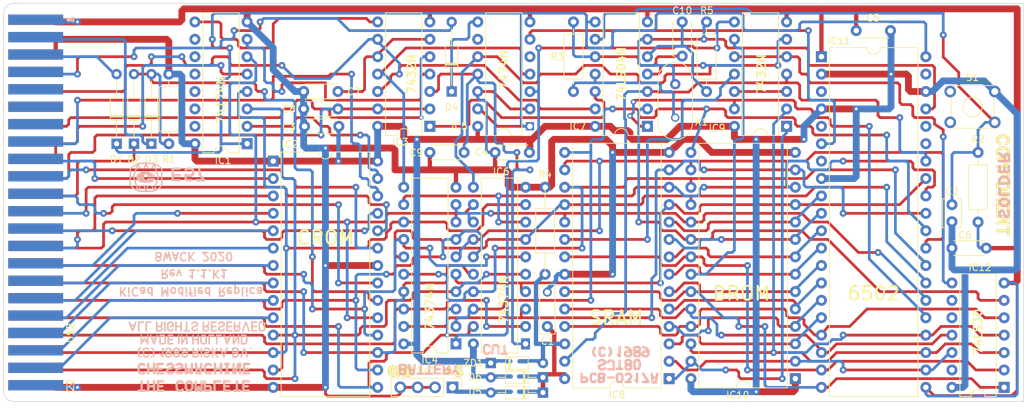
<source format=kicad_pcb>
(kicad_pcb (version 20171130) (host pcbnew 5.1.4+dfsg1-1)
  (title_block (title "TheFinalChessCart Replica") (date 2020-01-26) (rev 1.1.K1) (company BWACK) (comment 1 "Moved ICs  to allow IC sockets. Better clearance around crystal."))
  (layers (0 F.Cu signal) (31 B.Cu signal) (34 B.Paste user) (35 F.Paste user) (36 B.SilkS user) (37 F.SilkS user) (38 B.Mask user) (39 F.Mask user) (44 Edge.Cuts user))
  (net 0 "")
  (net 1 GND)
  (net 2 /A0)
  (net 3 /A1)
  (net 4 /A2)
  (net 5 /A3)
  (net 6 /A4)
  (net 7 /A5)
  (net 8 /A6)
  (net 9 /A7)
  (net 10 /A8)
  (net 11 /A9)
  (net 12 /A10)
  (net 13 /A11)
  (net 14 /A12)
  (net 15 /A13)
  (net 16 /A14)
  (net 17 /A15)
  (net 18 "Net-(U$2-PadE)")
  (net 19 /D0)
  (net 20 /D1)
  (net 21 /D2)
  (net 22 /D3)
  (net 23 /D4)
  (net 24 /D5)
  (net 25 /D6)
  (net 26 /D7)
  (net 27 "Net-(U$2-Pad13)")
  (net 28 "Net-(U$2-Pad12)")
  (net 29 /I/O2)
  (net 30 /EXROM)
  (net 31 /I/O1)
  (net 32 "Net-(U$2-Pad6)")
  (net 33 /R/W)
  (net 34 "Net-(U$2-Pad4)")
  (net 35 +5V)
  (net 36 /RST)
  (net 37 "Net-(IC1-Pad9)")
  (net 38 /ROM_BANK)
  (net 39 "Net-(IC1-Pad10)")
  (net 40 "Net-(IC1-Pad11)")
  (net 41 "Net-(IC1-Pad12)")
  (net 42 "Net-(IC1-Pad13)")
  (net 43 "Net-(IC1-Pad14)")
  (net 44 "Net-(IC1-Pad7)")
  (net 45 "Net-(IC1-Pad15)")
  (net 46 "Net-(IC3-Pad1)")
  (net 47 "Net-(C9-Pad2)")
  (net 48 "Net-(C7-Pad2)")
  (net 49 "Net-(IC3-Pad11)")
  (net 50 /READ)
  (net 51 /DI3)
  (net 52 /DI1)
  (net 53 /DI0)
  (net 54 /DI6)
  (net 55 /DI4)
  (net 56 /DI5)
  (net 57 /DI7)
  (net 58 /DI2)
  (net 59 /NMI_CPU)
  (net 60 "Net-(IC5-Pad5)")
  (net 61 /WRITE)
  (net 62 "Net-(IC5-Pad9)")
  (net 63 /NMI_C64)
  (net 64 /CLK)
  (net 65 "Net-(C10-Pad1)")
  (net 66 "Net-(IC7-Pad11)")
  (net 67 /OE)
  (net 68 "Net-(C10-Pad2)")
  (net 69 /WE)
  (net 70 /CS_ROM)
  (net 71 /AI15)
  (net 72 /AI14)
  (net 73 /AI12)
  (net 74 /AI7)
  (net 75 /AI6)
  (net 76 /AI5)
  (net 77 /AI4)
  (net 78 /CS_RAM)
  (net 79 /AI3)
  (net 80 /AI10)
  (net 81 /AI2)
  (net 82 /AI1)
  (net 83 /AI11)
  (net 84 /AI0)
  (net 85 /AI9)
  (net 86 /AI8)
  (net 87 /AI13)
  (net 88 "Net-(IC9-Pad12)")
  (net 89 "Net-(IC12-Pad8)")
  (net 90 "Net-(IC11-Pad3)")
  (net 91 "Net-(IC11-Pad5)")
  (net 92 "Net-(IC11-Pad7)")
  (net 93 "Net-(IC11-Pad35)")
  (net 94 "Net-(IC11-Pad36)")
  (net 95 "Net-(IC11-Pad39)")
  (net 96 "Net-(IC8-Pad26)")
  (net 97 "Net-(BAT1-Pad1)")
  (net 98 /5V_SRAM)
  (net 99 "Net-(C2-Pad1)")
  (net 100 "Net-(D1-Pad2)")
  (net 101 "Net-(D2-Pad1)")
  (net 102 "Net-(D4-Pad2)")
  (net 103 "Net-(D2-Pad2)")
  (net 104 "Net-(D3-Pad1)")
  (net 105 "Net-(S1-Pad3)")
  (net 106 "Net-(S1-Pad1)")
  (module Package_DIP:DIP-28_W15.24mm (layer F.Cu) (at 164.338 124.46)
    (fp_text reference IC2 (at 2.413 -2.4638) (layer F.SilkS))
    (fp_text value ROM1)
    (pad 28 thru_hole oval (at 15.24 0) (size 1.6 1.6) (drill 0.8) (layers *.Cu *.Mask) (net 35 +5V))
    (pad 14 thru_hole oval (at 0 33.02) (size 1.6 1.6) (drill 0.8) (layers *.Cu *.Mask) (net 1 GND))
    (pad 27 thru_hole oval (at 15.24 2.54) (size 1.6 1.6) (drill 0.8) (layers *.Cu *.Mask) (net 38 /ROM_BANK))
    (pad 13 thru_hole oval (at 0 30.48) (size 1.6 1.6) (drill 0.8) (layers *.Cu *.Mask) (net 21 /D2))
    (pad 26 thru_hole oval (at 15.24 5.08) (size 1.6 1.6) (drill 0.8) (layers *.Cu *.Mask) (net 15 /A13))
    (pad 12 thru_hole oval (at 0 27.94) (size 1.6 1.6) (drill 0.8) (layers *.Cu *.Mask) (net 20 /D1))
    (pad 25 thru_hole oval (at 15.24 7.62) (size 1.6 1.6) (drill 0.8) (layers *.Cu *.Mask) (net 10 /A8))
    (pad 11 thru_hole oval (at 0 25.4) (size 1.6 1.6) (drill 0.8) (layers *.Cu *.Mask) (net 19 /D0))
    (pad 24 thru_hole oval (at 15.24 10.16) (size 1.6 1.6) (drill 0.8) (layers *.Cu *.Mask) (net 11 /A9))
    (pad 10 thru_hole oval (at 0 22.86) (size 1.6 1.6) (drill 0.8) (layers *.Cu *.Mask) (net 2 /A0))
    (pad 23 thru_hole oval (at 15.24 12.7) (size 1.6 1.6) (drill 0.8) (layers *.Cu *.Mask) (net 13 /A11))
    (pad 9 thru_hole oval (at 0 20.32) (size 1.6 1.6) (drill 0.8) (layers *.Cu *.Mask) (net 3 /A1))
    (pad 22 thru_hole oval (at 15.24 15.24) (size 1.6 1.6) (drill 0.8) (layers *.Cu *.Mask) (net 1 GND))
    (pad 8 thru_hole oval (at 0 17.78) (size 1.6 1.6) (drill 0.8) (layers *.Cu *.Mask) (net 4 /A2))
    (pad 21 thru_hole oval (at 15.24 17.78) (size 1.6 1.6) (drill 0.8) (layers *.Cu *.Mask) (net 12 /A10))
    (pad 7 thru_hole oval (at 0 15.24) (size 1.6 1.6) (drill 0.8) (layers *.Cu *.Mask) (net 5 /A3))
    (pad 20 thru_hole oval (at 15.24 20.32) (size 1.6 1.6) (drill 0.8) (layers *.Cu *.Mask) (net 103 "Net-(D2-Pad2)"))
    (pad 6 thru_hole oval (at 0 12.7) (size 1.6 1.6) (drill 0.8) (layers *.Cu *.Mask) (net 6 /A4))
    (pad 19 thru_hole oval (at 15.24 22.86) (size 1.6 1.6) (drill 0.8) (layers *.Cu *.Mask) (net 26 /D7))
    (pad 5 thru_hole oval (at 0 10.16) (size 1.6 1.6) (drill 0.8) (layers *.Cu *.Mask) (net 7 /A5))
    (pad 18 thru_hole oval (at 15.24 25.4) (size 1.6 1.6) (drill 0.8) (layers *.Cu *.Mask) (net 25 /D6))
    (pad 4 thru_hole oval (at 0 7.62) (size 1.6 1.6) (drill 0.8) (layers *.Cu *.Mask) (net 8 /A6))
    (pad 17 thru_hole oval (at 15.24 27.94) (size 1.6 1.6) (drill 0.8) (layers *.Cu *.Mask) (net 24 /D5))
    (pad 3 thru_hole oval (at 0 5.08) (size 1.6 1.6) (drill 0.8) (layers *.Cu *.Mask) (net 9 /A7))
    (pad 16 thru_hole oval (at 15.24 30.48) (size 1.6 1.6) (drill 0.8) (layers *.Cu *.Mask) (net 23 /D4))
    (pad 2 thru_hole oval (at 0 2.54) (size 1.6 1.6) (drill 0.8) (layers *.Cu *.Mask) (net 14 /A12))
    (pad 15 thru_hole oval (at 15.24 33.02) (size 1.6 1.6) (drill 0.8) (layers *.Cu *.Mask) (net 22 /D3))
    (pad 1 thru_hole rect (at 0 0) (size 1.6 1.6) (drill 0.8) (layers *.Cu *.Mask) (net 35 +5V))
  )
  (module Resistor_THT:R_Axial_DIN0207_L6.3mm_D2.5mm_P15.24mm_Horizontal (layer F.Cu) (at 204.0255 142.24 90)
    (fp_text reference R4 (at 15.875 0 180) (layer F.SilkS))
    (fp_text value 680)
    (pad 1 thru_hole circle (at 1.27 0 90) (size 1.6 1.6) (drill 0.8) (layers *.Cu *.Mask) (net 96 "Net-(IC8-Pad26)"))
    (pad 2 thru_hole oval (at 13.97 0 90) (size 1.6 1.6) (drill 0.8) (layers *.Cu *.Mask) (net 1 GND))
  )
  (module library:C64_EXPANSION_PORT (layer F.Cu) (at 129.668 131.76 270)
    (fp_text reference U$2 (at 17.78 -5.08 90) (layer F.SilkS))
    (fp_text value CARTRIDGE hide)
    (fp_text user 22 (at 25.4 -5.08 90) (layer F.SilkS))
    (fp_text user 1 (at -27.94 -5.08 90) (layer F.SilkS))
    (fp_text user A (at -27.94 -5.08 90) (layer B.SilkS) (effects (justify mirror)))
    (fp_text user Z (at 25.4 -5.08 90) (layer B.SilkS) (effects (justify mirror)))
    (pad Z connect rect (at 25.4 0 270) (size 1.5 8) (layers B.Cu F.Mask) (net 1 GND))
    (pad Y connect rect (at 22.86 0 270) (size 1.5 8) (layers B.Cu F.Mask) (net 2 /A0))
    (pad X connect rect (at 20.32 0 270) (size 1.5 8) (layers B.Cu F.Mask) (net 3 /A1))
    (pad W connect rect (at 17.78 0 270) (size 1.5 8) (layers B.Cu F.Mask) (net 4 /A2))
    (pad V connect rect (at 15.24 0 270) (size 1.5 8) (layers B.Cu F.Mask) (net 5 /A3))
    (pad U connect rect (at 12.7 0 270) (size 1.5 8) (layers B.Cu F.Mask) (net 6 /A4))
    (pad T connect rect (at 10.16 0 270) (size 1.5 8) (layers B.Cu F.Mask) (net 7 /A5))
    (pad S connect rect (at 7.62 0 270) (size 1.5 8) (layers B.Cu F.Mask) (net 8 /A6))
    (pad R connect rect (at 5.08 0 270) (size 1.5 8) (layers B.Cu F.Mask) (net 9 /A7))
    (pad P connect rect (at 2.54 0 270) (size 1.5 8) (layers B.Cu F.Mask) (net 10 /A8))
    (pad N connect rect (at 0 0 270) (size 1.5 8) (layers B.Cu F.Mask) (net 11 /A9))
    (pad M connect rect (at -2.54 0 270) (size 1.5 8) (layers B.Cu F.Mask) (net 12 /A10))
    (pad L connect rect (at -5.08 0 270) (size 1.5 8) (layers B.Cu F.Mask) (net 13 /A11))
    (pad K connect rect (at -7.62 0 270) (size 1.5 8) (layers B.Cu F.Mask) (net 14 /A12))
    (pad J connect rect (at -10.16 0 270) (size 1.5 8) (layers B.Cu F.Mask) (net 15 /A13))
    (pad H connect rect (at -12.7 0 270) (size 1.5 8) (layers B.Cu F.Mask) (net 16 /A14))
    (pad F connect rect (at -15.24 0 270) (size 1.5 8) (layers B.Cu F.Mask) (net 17 /A15))
    (pad E connect rect (at -17.78 0 270) (size 1.5 8) (layers B.Cu F.Mask) (net 18 "Net-(U$2-PadE)"))
    (pad D connect rect (at -20.32 0 270) (size 1.5 8) (layers B.Cu F.Mask) (net 102 "Net-(D4-Pad2)"))
    (pad C connect rect (at -22.86 0 270) (size 1.5 8) (layers B.Cu F.Mask) (net 100 "Net-(D1-Pad2)"))
    (pad B connect rect (at -25.4 0 270) (size 1.5 8) (layers B.Cu F.Mask) (net 104 "Net-(D3-Pad1)"))
    (pad A connect rect (at -27.94 0 270) (size 1.5 8) (layers B.Cu F.Mask) (net 1 GND))
    (pad 22 connect rect (at 25.4 0 270) (size 1.5 8) (layers F.Cu F.Mask) (net 1 GND))
    (pad 21 connect rect (at 22.86 0 270) (size 1.5 8) (layers F.Cu F.Mask) (net 19 /D0))
    (pad 20 connect rect (at 20.32 0 270) (size 1.5 8) (layers F.Cu F.Mask) (net 20 /D1))
    (pad 19 connect rect (at 17.78 0 270) (size 1.5 8) (layers F.Cu F.Mask) (net 21 /D2))
    (pad 18 connect rect (at 15.24 0 270) (size 1.5 8) (layers F.Cu F.Mask) (net 22 /D3))
    (pad 17 connect rect (at 12.7 0 270) (size 1.5 8) (layers F.Cu F.Mask) (net 23 /D4))
    (pad 16 connect rect (at 10.16 0 270) (size 1.5 8) (layers F.Cu F.Mask) (net 24 /D5))
    (pad 15 connect rect (at 7.62 0 270) (size 1.5 8) (layers F.Cu F.Mask) (net 25 /D6))
    (pad 14 connect rect (at 5.08 0 270) (size 1.5 8) (layers F.Cu F.Mask) (net 26 /D7))
    (pad 13 connect rect (at 2.54 0 270) (size 1.5 8) (layers F.Cu F.Mask) (net 27 "Net-(U$2-Pad13)"))
    (pad 12 connect rect (at 0 0 270) (size 1.5 8) (layers F.Cu F.Mask) (net 28 "Net-(U$2-Pad12)"))
    (pad 11 connect rect (at -2.54 0 270) (size 1.5 8) (layers F.Cu F.Mask) (net 101 "Net-(D2-Pad1)"))
    (pad 10 connect rect (at -5.08 0 270) (size 1.5 8) (layers F.Cu F.Mask) (net 29 /I/O2))
    (pad 9 connect rect (at -7.62 0 270) (size 1.5 8) (layers F.Cu F.Mask) (net 30 /EXROM))
    (pad 8 connect rect (at -10.16 0 270) (size 1.5 8) (layers F.Cu F.Mask) (net 30 /EXROM))
    (pad 7 connect rect (at -12.7 0 270) (size 1.5 8) (layers F.Cu F.Mask) (net 31 /I/O1))
    (pad 6 connect rect (at -15.24 0 270) (size 1.5 8) (layers F.Cu F.Mask) (net 32 "Net-(U$2-Pad6)"))
    (pad 5 connect rect (at -17.78 0 270) (size 1.5 8) (layers F.Cu F.Mask) (net 33 /R/W))
    (pad 4 connect rect (at -20.32 0 270) (size 1.5 8) (layers F.Cu F.Mask) (net 34 "Net-(U$2-Pad4)"))
    (pad 3 connect rect (at -22.86 0 270) (size 1.5 8) (layers F.Cu F.Mask) (net 35 +5V))
    (pad 2 connect rect (at -25.4 0 270) (size 1.5 8) (layers F.Cu F.Mask) (net 35 +5V))
    (pad 1 connect rect (at -27.94 0 270) (size 1.5 8) (layers F.Cu F.Mask) (net 1 GND))
  )
  (module Package_DIP:DIP-16_W7.62mm (layer F.Cu) (at 160.528 121.92 180)
    (fp_text reference IC1 (at 3.5052 -2.4384) (layer F.SilkS))
    (fp_text value 74174N (at 3.81 6.35 90) (layer F.SilkS) (effects (font (size 1.2 1.2) (thickness 0.222))))
    (pad 16 thru_hole oval (at 7.62 0 180) (size 1.6 1.6) (drill 0.8) (layers *.Cu *.Mask) (net 35 +5V))
    (pad 8 thru_hole oval (at 0 17.78 180) (size 1.6 1.6) (drill 0.8) (layers *.Cu *.Mask) (net 1 GND))
    (pad 15 thru_hole oval (at 7.62 2.54 180) (size 1.6 1.6) (drill 0.8) (layers *.Cu *.Mask) (net 45 "Net-(IC1-Pad15)"))
    (pad 7 thru_hole oval (at 0 15.24 180) (size 1.6 1.6) (drill 0.8) (layers *.Cu *.Mask) (net 44 "Net-(IC1-Pad7)"))
    (pad 14 thru_hole oval (at 7.62 5.08 180) (size 1.6 1.6) (drill 0.8) (layers *.Cu *.Mask) (net 43 "Net-(IC1-Pad14)"))
    (pad 6 thru_hole oval (at 0 12.7 180) (size 1.6 1.6) (drill 0.8) (layers *.Cu *.Mask) (net 26 /D7))
    (pad 13 thru_hole oval (at 7.62 7.62 180) (size 1.6 1.6) (drill 0.8) (layers *.Cu *.Mask) (net 42 "Net-(IC1-Pad13)"))
    (pad 5 thru_hole oval (at 0 10.16 180) (size 1.6 1.6) (drill 0.8) (layers *.Cu *.Mask) (net 30 /EXROM))
    (pad 12 thru_hole oval (at 7.62 10.16 180) (size 1.6 1.6) (drill 0.8) (layers *.Cu *.Mask) (net 41 "Net-(IC1-Pad12)"))
    (pad 4 thru_hole oval (at 0 7.62 180) (size 1.6 1.6) (drill 0.8) (layers *.Cu *.Mask) (net 20 /D1))
    (pad 11 thru_hole oval (at 7.62 12.7 180) (size 1.6 1.6) (drill 0.8) (layers *.Cu *.Mask) (net 40 "Net-(IC1-Pad11)"))
    (pad 3 thru_hole oval (at 0 5.08 180) (size 1.6 1.6) (drill 0.8) (layers *.Cu *.Mask) (net 19 /D0))
    (pad 10 thru_hole oval (at 7.62 15.24 180) (size 1.6 1.6) (drill 0.8) (layers *.Cu *.Mask) (net 39 "Net-(IC1-Pad10)"))
    (pad 2 thru_hole oval (at 0 2.54 180) (size 1.6 1.6) (drill 0.8) (layers *.Cu *.Mask) (net 38 /ROM_BANK))
    (pad 9 thru_hole oval (at 7.62 17.78 180) (size 1.6 1.6) (drill 0.8) (layers *.Cu *.Mask) (net 37 "Net-(IC1-Pad9)"))
    (pad 1 thru_hole rect (at 0 0 180) (size 1.6 1.6) (drill 0.8) (layers *.Cu *.Mask) (net 36 /RST))
  )
  (module Package_DIP:DIP-14_W7.62mm (layer F.Cu) (at 187.198 119.38 180)
    (fp_text reference IC3 (at 4.318 -2.286 180) (layer F.SilkS))
    (fp_text value 7432N (at 2.667 7.62 90) (layer F.SilkS) (effects (font (size 1.2 1.2) (thickness 0.222))))
    (pad 1 thru_hole rect (at 0 0 180) (size 1.6 1.6) (drill 0.8) (layers *.Cu *.Mask) (net 46 "Net-(IC3-Pad1)"))
    (pad 8 thru_hole oval (at 7.62 15.24 180) (size 1.6 1.6) (drill 0.8) (layers *.Cu *.Mask) (net 37 "Net-(IC1-Pad9)"))
    (pad 2 thru_hole oval (at 0 2.54 180) (size 1.6 1.6) (drill 0.8) (layers *.Cu *.Mask) (net 29 /I/O2))
    (pad 9 thru_hole oval (at 7.62 12.7 180) (size 1.6 1.6) (drill 0.8) (layers *.Cu *.Mask) (net 33 /R/W))
    (pad 3 thru_hole oval (at 0 5.08 180) (size 1.6 1.6) (drill 0.8) (layers *.Cu *.Mask) (net 47 "Net-(C9-Pad2)"))
    (pad 10 thru_hole oval (at 7.62 10.16 180) (size 1.6 1.6) (drill 0.8) (layers *.Cu *.Mask) (net 48 "Net-(C7-Pad2)"))
    (pad 4 thru_hole oval (at 0 7.62 180) (size 1.6 1.6) (drill 0.8) (layers *.Cu *.Mask) (net 44 "Net-(IC1-Pad7)"))
    (pad 11 thru_hole oval (at 7.62 7.62 180) (size 1.6 1.6) (drill 0.8) (layers *.Cu *.Mask) (net 49 "Net-(IC3-Pad11)"))
    (pad 5 thru_hole oval (at 0 10.16 180) (size 1.6 1.6) (drill 0.8) (layers *.Cu *.Mask) (net 31 /I/O1))
    (pad 12 thru_hole oval (at 7.62 5.08 180) (size 1.6 1.6) (drill 0.8) (layers *.Cu *.Mask) (net 33 /R/W))
    (pad 6 thru_hole oval (at 0 12.7 180) (size 1.6 1.6) (drill 0.8) (layers *.Cu *.Mask) (net 48 "Net-(C7-Pad2)"))
    (pad 13 thru_hole oval (at 7.62 2.54 180) (size 1.6 1.6) (drill 0.8) (layers *.Cu *.Mask) (net 29 /I/O2))
    (pad 7 thru_hole oval (at 0 15.24 180) (size 1.6 1.6) (drill 0.8) (layers *.Cu *.Mask) (net 1 GND))
    (pad 14 thru_hole oval (at 7.62 0 180) (size 1.6 1.6) (drill 0.8) (layers *.Cu *.Mask) (net 35 +5V))
  )
  (module Package_DIP:DIP-20_W7.62mm (layer F.Cu) (at 191.008 151.13 180)
    (fp_text reference IC4 (at 3.8354 -2.3368 180) (layer F.SilkS))
    (fp_text value 74374N (at 3.81 5.461 90) (layer F.SilkS) (effects (font (size 1.2 1.2) (thickness 0.222))))
    (pad 1 thru_hole rect (at 0 0 180) (size 1.6 1.6) (drill 0.8) (layers *.Cu *.Mask) (net 50 /READ))
    (pad 11 thru_hole oval (at 7.62 22.86 180) (size 1.6 1.6) (drill 0.8) (layers *.Cu *.Mask) (net 49 "Net-(IC3-Pad11)"))
    (pad 2 thru_hole oval (at 0 2.54 180) (size 1.6 1.6) (drill 0.8) (layers *.Cu *.Mask) (net 51 /DI3))
    (pad 12 thru_hole oval (at 7.62 20.32 180) (size 1.6 1.6) (drill 0.8) (layers *.Cu *.Mask) (net 52 /DI1))
    (pad 3 thru_hole oval (at 0 5.08 180) (size 1.6 1.6) (drill 0.8) (layers *.Cu *.Mask) (net 22 /D3))
    (pad 13 thru_hole oval (at 7.62 17.78 180) (size 1.6 1.6) (drill 0.8) (layers *.Cu *.Mask) (net 20 /D1))
    (pad 4 thru_hole oval (at 0 7.62 180) (size 1.6 1.6) (drill 0.8) (layers *.Cu *.Mask) (net 19 /D0))
    (pad 14 thru_hole oval (at 7.62 15.24 180) (size 1.6 1.6) (drill 0.8) (layers *.Cu *.Mask) (net 25 /D6))
    (pad 5 thru_hole oval (at 0 10.16 180) (size 1.6 1.6) (drill 0.8) (layers *.Cu *.Mask) (net 53 /DI0))
    (pad 15 thru_hole oval (at 7.62 12.7 180) (size 1.6 1.6) (drill 0.8) (layers *.Cu *.Mask) (net 54 /DI6))
    (pad 6 thru_hole oval (at 0 12.7 180) (size 1.6 1.6) (drill 0.8) (layers *.Cu *.Mask) (net 55 /DI4))
    (pad 16 thru_hole oval (at 7.62 10.16 180) (size 1.6 1.6) (drill 0.8) (layers *.Cu *.Mask) (net 56 /DI5))
    (pad 7 thru_hole oval (at 0 15.24 180) (size 1.6 1.6) (drill 0.8) (layers *.Cu *.Mask) (net 23 /D4))
    (pad 17 thru_hole oval (at 7.62 7.62 180) (size 1.6 1.6) (drill 0.8) (layers *.Cu *.Mask) (net 24 /D5))
    (pad 8 thru_hole oval (at 0 17.78 180) (size 1.6 1.6) (drill 0.8) (layers *.Cu *.Mask) (net 26 /D7))
    (pad 18 thru_hole oval (at 7.62 5.08 180) (size 1.6 1.6) (drill 0.8) (layers *.Cu *.Mask) (net 21 /D2))
    (pad 9 thru_hole oval (at 0 20.32 180) (size 1.6 1.6) (drill 0.8) (layers *.Cu *.Mask) (net 57 /DI7))
    (pad 19 thru_hole oval (at 7.62 2.54 180) (size 1.6 1.6) (drill 0.8) (layers *.Cu *.Mask) (net 58 /DI2))
    (pad 10 thru_hole oval (at 0 22.86 180) (size 1.6 1.6) (drill 0.8) (layers *.Cu *.Mask) (net 1 GND))
    (pad 20 thru_hole oval (at 7.62 0 180) (size 1.6 1.6) (drill 0.8) (layers *.Cu *.Mask) (net 35 +5V))
  )
  (module Package_DIP:DIP-14_W7.62mm (layer F.Cu) (at 201.803 119.38 180)
    (fp_text reference IC5 (at 10.287 0) (layer F.SilkS))
    (fp_text value 7474N (at 3.81 8.255 90) (layer F.SilkS) (effects (font (size 1.2 1.2) (thickness 0.222))))
    (pad 14 thru_hole oval (at 7.62 0 180) (size 1.6 1.6) (drill 0.8) (layers *.Cu *.Mask) (net 35 +5V))
    (pad 7 thru_hole oval (at 0 15.24 180) (size 1.6 1.6) (drill 0.8) (layers *.Cu *.Mask) (net 1 GND))
    (pad 13 thru_hole oval (at 7.62 2.54 180) (size 1.6 1.6) (drill 0.8) (layers *.Cu *.Mask) (net 36 /RST))
    (pad 6 thru_hole oval (at 0 12.7 180) (size 1.6 1.6) (drill 0.8) (layers *.Cu *.Mask) (net 59 /NMI_CPU))
    (pad 12 thru_hole oval (at 7.62 5.08 180) (size 1.6 1.6) (drill 0.8) (layers *.Cu *.Mask) (net 1 GND))
    (pad 5 thru_hole oval (at 0 10.16 180) (size 1.6 1.6) (drill 0.8) (layers *.Cu *.Mask) (net 60 "Net-(IC5-Pad5)"))
    (pad 11 thru_hole oval (at 7.62 7.62 180) (size 1.6 1.6) (drill 0.8) (layers *.Cu *.Mask) (net 47 "Net-(C9-Pad2)"))
    (pad 4 thru_hole oval (at 0 7.62 180) (size 1.6 1.6) (drill 0.8) (layers *.Cu *.Mask) (net 49 "Net-(IC3-Pad11)"))
    (pad 10 thru_hole oval (at 7.62 10.16 180) (size 1.6 1.6) (drill 0.8) (layers *.Cu *.Mask) (net 61 /WRITE))
    (pad 3 thru_hole oval (at 0 5.08 180) (size 1.6 1.6) (drill 0.8) (layers *.Cu *.Mask) (net 50 /READ))
    (pad 9 thru_hole oval (at 7.62 12.7 180) (size 1.6 1.6) (drill 0.8) (layers *.Cu *.Mask) (net 62 "Net-(IC5-Pad9)"))
    (pad 2 thru_hole oval (at 0 2.54 180) (size 1.6 1.6) (drill 0.8) (layers *.Cu *.Mask) (net 1 GND))
    (pad 8 thru_hole oval (at 7.62 15.24 180) (size 1.6 1.6) (drill 0.8) (layers *.Cu *.Mask) (net 63 /NMI_C64))
    (pad 1 thru_hole rect (at 0 0 180) (size 1.2 1.2) (drill 0.8) (layers *.Cu *.Mask) (net 36 /RST))
  )
  (module Package_DIP:DIP-20_W7.62mm (layer F.Cu) (at 201.168 151.13 180)
    (fp_text reference IC6 (at 3.556 25.146) (layer F.SilkS))
    (fp_text value 74374N (at 3.175 6.477 90) (layer F.SilkS) (effects (font (size 1.2 1.2) (thickness 0.222))))
    (pad 20 thru_hole oval (at 7.62 0 180) (size 1.6 1.6) (drill 0.8) (layers *.Cu *.Mask) (net 35 +5V))
    (pad 10 thru_hole oval (at 0 22.86 180) (size 1.6 1.6) (drill 0.8) (layers *.Cu *.Mask) (net 1 GND))
    (pad 19 thru_hole oval (at 7.62 2.54 180) (size 1.6 1.6) (drill 0.8) (layers *.Cu *.Mask) (net 22 /D3))
    (pad 9 thru_hole oval (at 0 20.32 180) (size 1.6 1.6) (drill 0.8) (layers *.Cu *.Mask) (net 20 /D1))
    (pad 18 thru_hole oval (at 7.62 5.08 180) (size 1.6 1.6) (drill 0.8) (layers *.Cu *.Mask) (net 51 /DI3))
    (pad 8 thru_hole oval (at 0 17.78 180) (size 1.6 1.6) (drill 0.8) (layers *.Cu *.Mask) (net 52 /DI1))
    (pad 17 thru_hole oval (at 7.62 7.62 180) (size 1.6 1.6) (drill 0.8) (layers *.Cu *.Mask) (net 56 /DI5))
    (pad 7 thru_hole oval (at 0 15.24 180) (size 1.6 1.6) (drill 0.8) (layers *.Cu *.Mask) (net 54 /DI6))
    (pad 16 thru_hole oval (at 7.62 10.16 180) (size 1.6 1.6) (drill 0.8) (layers *.Cu *.Mask) (net 24 /D5))
    (pad 6 thru_hole oval (at 0 12.7 180) (size 1.6 1.6) (drill 0.8) (layers *.Cu *.Mask) (net 25 /D6))
    (pad 15 thru_hole oval (at 7.62 12.7 180) (size 1.6 1.6) (drill 0.8) (layers *.Cu *.Mask) (net 23 /D4))
    (pad 5 thru_hole oval (at 0 10.16 180) (size 1.6 1.6) (drill 0.8) (layers *.Cu *.Mask) (net 19 /D0))
    (pad 14 thru_hole oval (at 7.62 15.24 180) (size 1.6 1.6) (drill 0.8) (layers *.Cu *.Mask) (net 55 /DI4))
    (pad 4 thru_hole oval (at 0 7.62 180) (size 1.6 1.6) (drill 0.8) (layers *.Cu *.Mask) (net 53 /DI0))
    (pad 13 thru_hole oval (at 7.62 17.78 180) (size 1.6 1.6) (drill 0.8) (layers *.Cu *.Mask) (net 57 /DI7))
    (pad 3 thru_hole oval (at 0 5.08 180) (size 1.6 1.6) (drill 0.8) (layers *.Cu *.Mask) (net 58 /DI2))
    (pad 12 thru_hole oval (at 7.62 20.32 180) (size 1.6 1.6) (drill 0.8) (layers *.Cu *.Mask) (net 26 /D7))
    (pad 2 thru_hole oval (at 0 2.54 180) (size 1.6 1.6) (drill 0.8) (layers *.Cu *.Mask) (net 21 /D2))
    (pad 11 thru_hole oval (at 7.62 22.86 180) (size 1.6 1.6) (drill 0.8) (layers *.Cu *.Mask) (net 61 /WRITE))
    (pad 1 thru_hole rect (at 0 0 180) (size 1.3 1.6) (drill 0.8) (layers *.Cu *.Mask) (net 47 "Net-(C9-Pad2)"))
  )
  (module Package_DIP:DIP-14_W7.62mm (layer F.Cu) (at 218.948 119.38 180)
    (fp_text reference IC7 (at 10.16 0 180) (layer F.SilkS))
    (fp_text value 74LS04N (at 3.81 7.62 90) (layer F.SilkS) (effects (font (size 1.2 1.2) (thickness 0.222))))
    (pad 14 thru_hole oval (at 7.62 0 180) (size 1.6 1.6) (drill 0.8) (layers *.Cu *.Mask) (net 35 +5V))
    (pad 7 thru_hole oval (at 0 15.24 180) (size 1.6 1.6) (drill 0.8) (layers *.Cu *.Mask) (net 1 GND))
    (pad 13 thru_hole oval (at 7.62 2.54 180) (size 1.6 1.6) (drill 0.8) (layers *.Cu *.Mask) (net 33 /R/W))
    (pad 6 thru_hole oval (at 0 12.7 180) (size 1.6 1.6) (drill 0.8) (layers *.Cu *.Mask) (net 64 /CLK))
    (pad 12 thru_hole oval (at 7.62 5.08 180) (size 1.6 1.6) (drill 0.8) (layers *.Cu *.Mask) (net 46 "Net-(IC3-Pad1)"))
    (pad 5 thru_hole oval (at 0 10.16 180) (size 1.6 1.6) (drill 0.8) (layers *.Cu *.Mask) (net 65 "Net-(C10-Pad1)"))
    (pad 11 thru_hole oval (at 7.62 7.62 180) (size 1.6 1.6) (drill 0.8) (layers *.Cu *.Mask) (net 66 "Net-(IC7-Pad11)"))
    (pad 4 thru_hole oval (at 0 7.62 180) (size 1.6 1.6) (drill 0.8) (layers *.Cu *.Mask) (net 67 /OE))
    (pad 10 thru_hole oval (at 7.62 10.16 180) (size 1.6 1.6) (drill 0.8) (layers *.Cu *.Mask) (net 68 "Net-(C10-Pad2)"))
    (pad 3 thru_hole oval (at 0 5.08 180) (size 1.6 1.6) (drill 0.8) (layers *.Cu *.Mask) (net 69 /WE))
    (pad 9 thru_hole oval (at 7.62 12.7 180) (size 1.6 1.6) (drill 0.8) (layers *.Cu *.Mask) (net 99 "Net-(C2-Pad1)"))
    (pad 2 thru_hole oval (at 0 2.54 180) (size 1.6 1.6) (drill 0.8) (layers *.Cu *.Mask) (net 70 /CS_ROM))
    (pad 8 thru_hole oval (at 7.62 15.24 180) (size 1.6 1.6) (drill 0.8) (layers *.Cu *.Mask) (net 36 /RST))
    (pad 1 thru_hole rect (at 0 0 180) (size 1.6 1.6) (drill 0.8) (layers *.Cu *.Mask) (net 71 /AI15))
  )
  (module Package_DIP:DIP-14_W7.62mm (layer F.Cu) (at 239.268 119.38 180)
    (fp_text reference IC9 (at 10.16 -0.254 180) (layer F.SilkS))
    (fp_text value 7432N (at 3.683 7.62 90) (layer F.SilkS) (effects (font (size 1.2 1.2) (thickness 0.222))))
    (pad 1 thru_hole rect (at 0 0 180) (size 1.6 1.6) (drill 0.8) (layers *.Cu *.Mask) (net 72 /AI14))
    (pad 8 thru_hole oval (at 7.62 15.24 180) (size 1.6 1.6) (drill 0.8) (layers *.Cu *.Mask) (net 50 /READ))
    (pad 2 thru_hole oval (at 0 2.54 180) (size 1.6 1.6) (drill 0.8) (layers *.Cu *.Mask) (net 87 /AI13))
    (pad 9 thru_hole oval (at 7.62 12.7 180) (size 1.6 1.6) (drill 0.8) (layers *.Cu *.Mask) (net 67 /OE))
    (pad 3 thru_hole oval (at 0 5.08 180) (size 1.6 1.6) (drill 0.8) (layers *.Cu *.Mask) (net 88 "Net-(IC9-Pad12)"))
    (pad 10 thru_hole oval (at 7.62 10.16 180) (size 1.6 1.6) (drill 0.8) (layers *.Cu *.Mask) (net 89 "Net-(IC12-Pad8)"))
    (pad 4 thru_hole oval (at 0 7.62 180) (size 1.6 1.6) (drill 0.8) (layers *.Cu *.Mask) (net 69 /WE))
    (pad 11 thru_hole oval (at 7.62 7.62 180) (size 1.6 1.6) (drill 0.8) (layers *.Cu *.Mask) (net 78 /CS_RAM))
    (pad 5 thru_hole oval (at 0 10.16 180) (size 1.6 1.6) (drill 0.8) (layers *.Cu *.Mask) (net 89 "Net-(IC12-Pad8)"))
    (pad 12 thru_hole oval (at 7.62 5.08 180) (size 1.6 1.6) (drill 0.8) (layers *.Cu *.Mask) (net 88 "Net-(IC9-Pad12)"))
    (pad 6 thru_hole oval (at 0 12.7 180) (size 1.6 1.6) (drill 0.8) (layers *.Cu *.Mask) (net 61 /WRITE))
    (pad 13 thru_hole oval (at 7.62 2.54 180) (size 1.6 1.6) (drill 0.8) (layers *.Cu *.Mask) (net 71 /AI15))
    (pad 7 thru_hole oval (at 0 15.24 180) (size 1.6 1.6) (drill 0.8) (layers *.Cu *.Mask) (net 1 GND))
    (pad 14 thru_hole oval (at 7.62 0 180) (size 1.6 1.6) (drill 0.8) (layers *.Cu *.Mask) (net 35 +5V))
  )
  (module Package_DIP:DIP-40_W15.24mm (layer F.Cu) (at 244.348 109.22)
    (fp_text reference IC11 (at 2.54 -2.33) (layer F.SilkS))
    (fp_text value 6502)
    (pad 1 thru_hole rect (at 0 0) (size 1.6 1.6) (drill 0.8) (layers *.Cu *.Mask) (net 1 GND))
    (pad 21 thru_hole oval (at 15.24 48.26) (size 1.6 1.6) (drill 0.8) (layers *.Cu *.Mask) (net 1 GND))
    (pad 2 thru_hole oval (at 0 2.54) (size 1.6 1.6) (drill 0.8) (layers *.Cu *.Mask) (net 35 +5V))
    (pad 22 thru_hole oval (at 15.24 45.72) (size 1.6 1.6) (drill 0.8) (layers *.Cu *.Mask) (net 73 /AI12))
    (pad 3 thru_hole oval (at 0 5.08) (size 1.6 1.6) (drill 0.8) (layers *.Cu *.Mask) (net 90 "Net-(IC11-Pad3)"))
    (pad 23 thru_hole oval (at 15.24 43.18) (size 1.6 1.6) (drill 0.8) (layers *.Cu *.Mask) (net 87 /AI13))
    (pad 4 thru_hole oval (at 0 7.62) (size 1.6 1.6) (drill 0.8) (layers *.Cu *.Mask) (net 35 +5V))
    (pad 24 thru_hole oval (at 15.24 40.64) (size 1.6 1.6) (drill 0.8) (layers *.Cu *.Mask) (net 72 /AI14))
    (pad 5 thru_hole oval (at 0 10.16) (size 1.6 1.6) (drill 0.8) (layers *.Cu *.Mask) (net 91 "Net-(IC11-Pad5)"))
    (pad 25 thru_hole oval (at 15.24 38.1) (size 1.6 1.6) (drill 0.8) (layers *.Cu *.Mask) (net 71 /AI15))
    (pad 6 thru_hole oval (at 0 12.7) (size 1.6 1.6) (drill 0.8) (layers *.Cu *.Mask) (net 59 /NMI_CPU))
    (pad 26 thru_hole oval (at 15.24 35.56) (size 1.6 1.6) (drill 0.8) (layers *.Cu *.Mask) (net 57 /DI7))
    (pad 7 thru_hole oval (at 0 15.24) (size 1.6 1.6) (drill 0.8) (layers *.Cu *.Mask) (net 92 "Net-(IC11-Pad7)"))
    (pad 27 thru_hole oval (at 15.24 33.02) (size 1.6 1.6) (drill 0.8) (layers *.Cu *.Mask) (net 54 /DI6))
    (pad 8 thru_hole oval (at 0 17.78) (size 1.6 1.6) (drill 0.8) (layers *.Cu *.Mask) (net 35 +5V))
    (pad 28 thru_hole oval (at 15.24 30.48) (size 1.6 1.6) (drill 0.8) (layers *.Cu *.Mask) (net 56 /DI5))
    (pad 9 thru_hole oval (at 0 20.32) (size 1.6 1.6) (drill 0.8) (layers *.Cu *.Mask) (net 84 /AI0))
    (pad 29 thru_hole oval (at 15.24 27.94) (size 1.6 1.6) (drill 0.8) (layers *.Cu *.Mask) (net 55 /DI4))
    (pad 10 thru_hole oval (at 0 22.86) (size 1.6 1.6) (drill 0.8) (layers *.Cu *.Mask) (net 82 /AI1))
    (pad 30 thru_hole oval (at 15.24 25.4) (size 1.6 1.6) (drill 0.8) (layers *.Cu *.Mask) (net 51 /DI3))
    (pad 11 thru_hole oval (at 0 25.4) (size 1.6 1.6) (drill 0.8) (layers *.Cu *.Mask) (net 81 /AI2))
    (pad 31 thru_hole oval (at 15.24 22.86) (size 1.6 1.6) (drill 0.8) (layers *.Cu *.Mask) (net 58 /DI2))
    (pad 12 thru_hole oval (at 0 27.94) (size 1.6 1.6) (drill 0.8) (layers *.Cu *.Mask) (net 79 /AI3))
    (pad 32 thru_hole oval (at 15.24 20.32) (size 1.6 1.6) (drill 0.8) (layers *.Cu *.Mask) (net 52 /DI1))
    (pad 13 thru_hole oval (at 0 30.48) (size 1.6 1.6) (drill 0.8) (layers *.Cu *.Mask) (net 77 /AI4))
    (pad 33 thru_hole oval (at 15.24 17.78) (size 1.6 1.6) (drill 0.8) (layers *.Cu *.Mask) (net 53 /DI0))
    (pad 14 thru_hole oval (at 0 33.02) (size 1.6 1.6) (drill 0.8) (layers *.Cu *.Mask) (net 76 /AI5))
    (pad 34 thru_hole oval (at 15.24 15.24) (size 1.6 1.6) (drill 0.8) (layers *.Cu *.Mask) (net 69 /WE))
    (pad 15 thru_hole oval (at 0 35.56) (size 1.6 1.6) (drill 0.8) (layers *.Cu *.Mask) (net 75 /AI6))
    (pad 35 thru_hole oval (at 15.24 12.7) (size 1.6 1.6) (drill 0.8) (layers *.Cu *.Mask) (net 93 "Net-(IC11-Pad35)"))
    (pad 16 thru_hole oval (at 0 38.1) (size 1.6 1.6) (drill 0.8) (layers *.Cu *.Mask) (net 74 /AI7))
    (pad 36 thru_hole oval (at 15.24 10.16) (size 1.6 1.6) (drill 0.8) (layers *.Cu *.Mask) (net 94 "Net-(IC11-Pad36)"))
    (pad 17 thru_hole oval (at 0 40.64) (size 1.6 1.6) (drill 0.8) (layers *.Cu *.Mask) (net 86 /AI8))
    (pad 37 thru_hole oval (at 15.24 7.62) (size 1.6 1.6) (drill 0.8) (layers *.Cu *.Mask) (net 64 /CLK))
    (pad 18 thru_hole oval (at 0 43.18) (size 1.6 1.6) (drill 0.8) (layers *.Cu *.Mask) (net 85 /AI9))
    (pad 38 thru_hole oval (at 15.24 5.08) (size 1.6 1.6) (drill 0.8) (layers *.Cu *.Mask) (net 35 +5V))
    (pad 19 thru_hole oval (at 0 45.72) (size 1.6 1.6) (drill 0.8) (layers *.Cu *.Mask) (net 80 /AI10))
    (pad 39 thru_hole oval (at 15.24 2.54) (size 1.6 1.6) (drill 0.8) (layers *.Cu *.Mask) (net 95 "Net-(IC11-Pad39)"))
    (pad 20 thru_hole oval (at 0 48.26) (size 1.6 1.6) (drill 0.8) (layers *.Cu *.Mask) (net 83 /AI11))
    (pad 40 thru_hole oval (at 15.24 0) (size 1.6 1.6) (drill 0.8) (layers *.Cu *.Mask) (net 36 /RST))
  )
  (module Resistor_THT:R_Axial_DIN0207_L6.3mm_D2.5mm_P10.16mm_Horizontal (layer F.Cu) (at 149.098 121.92 90)
    (fp_text reference R1 (at -2.286 0 180) (layer F.SilkS))
    (fp_text value 2k2)
    (pad 1 thru_hole circle (at 0 0 90) (size 1.6 1.6) (drill 0.8) (layers *.Cu *.Mask) (net 103 "Net-(D2-Pad2)"))
    (pad 2 thru_hole oval (at 10.16 0 90) (size 1.6 1.6) (drill 0.8) (layers *.Cu *.Mask) (net 35 +5V))
  )
  (module Resistor_THT:R_Axial_DIN0207_L6.3mm_D2.5mm_P10.16mm_Horizontal (layer F.Cu) (at 267.208 133.35 90)
    (fp_text reference R2 (at 12.065 0 180) (layer F.SilkS))
    (fp_text value 2k2)
    (pad 1 thru_hole circle (at 0 0 90) (size 1.6 1.6) (drill 0.8) (layers *.Cu *.Mask) (net 1 GND))
    (pad 2 thru_hole oval (at 10.16 0 90) (size 1.6 1.6) (drill 0.8) (layers *.Cu *.Mask) (net 99 "Net-(C2-Pad1)"))
  )
  (module Resistor_THT:R_Axial_DIN0207_L6.3mm_D2.5mm_P10.16mm_Horizontal (layer F.Cu) (at 208.153 114.3 90)
    (fp_text reference R3 (at 5.08 -2.37 180) (layer F.SilkS))
    (fp_text value 680)
    (pad 1 thru_hole circle (at 0 0 90) (size 1.6 1.6) (drill 0.8) (layers *.Cu *.Mask) (net 66 "Net-(IC7-Pad11)"))
    (pad 2 thru_hole oval (at 10.16 0 90) (size 1.6 1.6) (drill 0.8) (layers *.Cu *.Mask) (net 68 "Net-(C10-Pad2)"))
  )
  (module Resistor_THT:R_Axial_DIN0207_L6.3mm_D2.5mm_P10.16mm_Horizontal (layer F.Cu) (at 227.584 114.3 90)
    (fp_text reference R5 (at 11.826491 0.041377 180) (layer F.SilkS))
    (fp_text value 330)
    (pad 1 thru_hole circle (at 0 0 90) (size 1.6 1.6) (drill 0.8) (layers *.Cu *.Mask) (net 65 "Net-(C10-Pad1)"))
    (pad 2 thru_hole oval (at 10.16 0 90) (size 1.6 1.6) (drill 0.8) (layers *.Cu *.Mask) (net 64 /CLK))
  )
  (module Crystal:Crystal_HC49-U_Vertical (layer F.Cu) (at 223.012 118.11 90)
    (fp_text reference X1 (at -0.635 3.81 180) (layer F.SilkS))
    (fp_text value 5MHz)
    (pad 1 thru_hole circle (at 0 0 90) (size 1.2 1.2) (drill 0.8) (layers *.Cu *.Mask) (net 66 "Net-(IC7-Pad11)"))
    (pad 2 thru_hole circle (at 4.88 0 90) (size 1.5 1.5) (drill 0.8) (layers *.Cu *.Mask) (net 64 /CLK))
  )
  (module Package_DIP:DIP-28_W15.24mm (layer F.Cu) (at 222.123 156.21 180)
    (fp_text reference IC8 (at 7.62 -2.33) (layer F.SilkS))
    (fp_text value SRAM)
    (pad 1 thru_hole rect (at 0 0 180) (size 1.6 1.6) (drill 0.8) (layers *.Cu *.Mask) (net 72 /AI14))
    (pad 15 thru_hole oval (at 15.24 33.02 180) (size 1.6 1.6) (drill 0.8) (layers *.Cu *.Mask) (net 51 /DI3))
    (pad 2 thru_hole oval (at 0 2.54 180) (size 1.6 1.6) (drill 0.8) (layers *.Cu *.Mask) (net 73 /AI12))
    (pad 16 thru_hole oval (at 15.24 30.48 180) (size 1.6 1.6) (drill 0.8) (layers *.Cu *.Mask) (net 55 /DI4))
    (pad 3 thru_hole oval (at 0 5.08 180) (size 1.6 1.6) (drill 0.8) (layers *.Cu *.Mask) (net 74 /AI7))
    (pad 17 thru_hole oval (at 15.24 27.94 180) (size 1.6 1.6) (drill 0.8) (layers *.Cu *.Mask) (net 56 /DI5))
    (pad 4 thru_hole oval (at 0 7.62 180) (size 1.6 1.6) (drill 0.8) (layers *.Cu *.Mask) (net 75 /AI6))
    (pad 18 thru_hole oval (at 15.24 25.4 180) (size 1.6 1.6) (drill 0.8) (layers *.Cu *.Mask) (net 54 /DI6))
    (pad 5 thru_hole oval (at 0 10.16 180) (size 1.6 1.6) (drill 0.8) (layers *.Cu *.Mask) (net 76 /AI5))
    (pad 19 thru_hole oval (at 15.24 22.86 180) (size 1.6 1.6) (drill 0.8) (layers *.Cu *.Mask) (net 57 /DI7))
    (pad 6 thru_hole oval (at 0 12.7 180) (size 1.6 1.6) (drill 0.8) (layers *.Cu *.Mask) (net 77 /AI4))
    (pad 20 thru_hole oval (at 15.24 20.32 180) (size 1.6 1.6) (drill 0.8) (layers *.Cu *.Mask) (net 78 /CS_RAM))
    (pad 7 thru_hole oval (at 0 15.24 180) (size 1.6 1.6) (drill 0.8) (layers *.Cu *.Mask) (net 79 /AI3))
    (pad 21 thru_hole oval (at 15.24 17.78 180) (size 1.6 1.6) (drill 0.8) (layers *.Cu *.Mask) (net 80 /AI10))
    (pad 8 thru_hole oval (at 0 17.78 180) (size 1.6 1.6) (drill 0.8) (layers *.Cu *.Mask) (net 81 /AI2))
    (pad 22 thru_hole oval (at 15.24 15.24 180) (size 1.6 1.6) (drill 0.8) (layers *.Cu *.Mask) (net 1 GND))
    (pad 9 thru_hole oval (at 0 20.32 180) (size 1.6 1.6) (drill 0.8) (layers *.Cu *.Mask) (net 82 /AI1))
    (pad 23 thru_hole oval (at 15.24 12.7 180) (size 1.6 1.6) (drill 0.8) (layers *.Cu *.Mask) (net 83 /AI11))
    (pad 10 thru_hole oval (at 0 22.86 180) (size 1.6 1.6) (drill 0.8) (layers *.Cu *.Mask) (net 84 /AI0))
    (pad 24 thru_hole oval (at 15.24 10.16 180) (size 1.6 1.6) (drill 0.8) (layers *.Cu *.Mask) (net 85 /AI9))
    (pad 11 thru_hole oval (at 0 25.4 180) (size 1.6 1.6) (drill 0.8) (layers *.Cu *.Mask) (net 53 /DI0))
    (pad 25 thru_hole oval (at 15.24 7.62 180) (size 1.6 1.6) (drill 0.8) (layers *.Cu *.Mask) (net 86 /AI8))
    (pad 12 thru_hole oval (at 0 27.94 180) (size 1.6 1.6) (drill 0.8) (layers *.Cu *.Mask) (net 52 /DI1))
    (pad 26 thru_hole oval (at 15.24 5.08 180) (size 1.6 1.6) (drill 0.8) (layers *.Cu *.Mask) (net 96 "Net-(IC8-Pad26)"))
    (pad 13 thru_hole oval (at 0 30.48 180) (size 1.6 1.6) (drill 0.8) (layers *.Cu *.Mask) (net 58 /DI2))
    (pad 27 thru_hole oval (at 15.24 2.54 180) (size 1.6 1.6) (drill 0.8) (layers *.Cu *.Mask) (net 69 /WE))
    (pad 14 thru_hole oval (at 0 33.02 180) (size 1.6 1.6) (drill 0.8) (layers *.Cu *.Mask) (net 1 GND))
    (pad 28 thru_hole oval (at 15.24 0 180) (size 1.6 1.6) (drill 0.8) (layers *.Cu *.Mask) (net 98 /5V_SRAM))
  )
  (module Package_DIP:DIP-14_W7.62mm (layer F.Cu) (at 271.018 157.48 180)
    (fp_text reference IC12 (at 3.5306 17.5006 180) (layer F.SilkS))
    (fp_text value 74LS30 (at 3.81 8.128 90) (layer F.SilkS) (effects (font (size 1.2 1.2) (thickness 0.222))))
    (pad 1 thru_hole rect (at 0 0 180) (size 1.6 1.6) (drill 0.8) (layers *.Cu *.Mask) (net 83 /AI11))
    (pad 8 thru_hole oval (at 7.62 15.24 180) (size 1.6 1.6) (drill 0.8) (layers *.Cu *.Mask) (net 89 "Net-(IC12-Pad8)"))
    (pad 2 thru_hole oval (at 0 2.54 180) (size 1.6 1.6) (drill 0.8) (layers *.Cu *.Mask) (net 80 /AI10))
    (pad 9 thru_hole oval (at 7.62 12.7 180) (size 1.6 1.6) (drill 0.8) (layers *.Cu *.Mask))
    (pad 3 thru_hole oval (at 0 5.08 180) (size 1.6 1.6) (drill 0.8) (layers *.Cu *.Mask) (net 87 /AI13))
    (pad 10 thru_hole oval (at 7.62 10.16 180) (size 1.6 1.6) (drill 0.8) (layers *.Cu *.Mask))
    (pad 4 thru_hole oval (at 0 7.62 180) (size 1.6 1.6) (drill 0.8) (layers *.Cu *.Mask) (net 72 /AI14))
    (pad 11 thru_hole oval (at 7.62 7.62 180) (size 1.6 1.6) (drill 0.8) (layers *.Cu *.Mask) (net 85 /AI9))
    (pad 5 thru_hole oval (at 0 10.16 180) (size 1.6 1.6) (drill 0.8) (layers *.Cu *.Mask) (net 86 /AI8))
    (pad 12 thru_hole oval (at 7.62 5.08 180) (size 1.6 1.6) (drill 0.8) (layers *.Cu *.Mask) (net 73 /AI12))
    (pad 6 thru_hole oval (at 0 12.7 180) (size 1.6 1.6) (drill 0.8) (layers *.Cu *.Mask) (net 70 /CS_ROM))
    (pad 13 thru_hole oval (at 7.62 2.54 180) (size 1.6 1.6) (drill 0.8) (layers *.Cu *.Mask))
    (pad 7 thru_hole oval (at 0 15.24 180) (size 1.6 1.6) (drill 0.8) (layers *.Cu *.Mask) (net 1 GND))
    (pad 14 thru_hole oval (at 7.62 0 180) (size 1.6 1.6) (drill 0.8) (layers *.Cu *.Mask) (net 35 +5V))
  )
  (module Connector_PinHeader_2.54mm:PinHeader_1x04_P2.54mm_Vertical (layer F.Cu) (at 190.5 157.48 270)
    (fp_text reference BAT1 (at -2.382762 3.41733 180) (layer F.SilkS))
    (fp_text value MA04-1)
    (pad 1 thru_hole rect (at 0 0 270) (size 1.7 1.7) (drill 1) (layers *.Cu *.Mask) (net 97 "Net-(BAT1-Pad1)"))
    (pad 2 thru_hole oval (at 0 2.54 270) (size 1.7 1.7) (drill 1) (layers *.Cu *.Mask) (net 1 GND))
    (pad 3 thru_hole oval (at 0 5.08 270) (size 1.7 1.7) (drill 1) (layers *.Cu *.Mask) (net 1 GND))
    (pad 4 thru_hole oval (at 0 7.62 270) (size 1.7 1.7) (drill 1) (layers *.Cu *.Mask) (net 1 GND))
  )
  (module Capacitor_THT:C_Disc_D4.7mm_W2.5mm_P5.00mm (layer F.Cu) (at 224.028 104.14 270)
    (fp_text reference C10 (at -1.659206 0 180) (layer F.SilkS))
    (fp_text value 560p)
    (pad 1 thru_hole circle (at 0 0 270) (size 1.6 1.6) (drill 0.8) (layers *.Cu *.Mask) (net 65 "Net-(C10-Pad1)"))
    (pad 2 thru_hole circle (at 5 0 270) (size 1.6 1.6) (drill 0.8) (layers *.Cu *.Mask) (net 68 "Net-(C10-Pad2)"))
  )
  (module Package_DIP:DIP-28_W15.24mm (layer F.Cu) (at 240.538 156.21 180)
    (fp_text reference IC10 (at 8.4074 -2.3876) (layer F.SilkS))
    (fp_text value ROM2)
    (pad 1 thru_hole rect (at 0 0 180) (size 1.6 1.6) (drill 0.8) (layers *.Cu *.Mask) (net 35 +5V))
    (pad 15 thru_hole oval (at 15.24 33.02 180) (size 1.6 1.6) (drill 0.8) (layers *.Cu *.Mask) (net 51 /DI3))
    (pad 2 thru_hole oval (at 0 2.54 180) (size 1.6 1.6) (drill 0.8) (layers *.Cu *.Mask) (net 73 /AI12))
    (pad 16 thru_hole oval (at 15.24 30.48 180) (size 1.6 1.6) (drill 0.8) (layers *.Cu *.Mask) (net 55 /DI4))
    (pad 3 thru_hole oval (at 0 5.08 180) (size 1.6 1.6) (drill 0.8) (layers *.Cu *.Mask) (net 74 /AI7))
    (pad 17 thru_hole oval (at 15.24 27.94 180) (size 1.6 1.6) (drill 0.8) (layers *.Cu *.Mask) (net 56 /DI5))
    (pad 4 thru_hole oval (at 0 7.62 180) (size 1.6 1.6) (drill 0.8) (layers *.Cu *.Mask) (net 75 /AI6))
    (pad 18 thru_hole oval (at 15.24 25.4 180) (size 1.6 1.6) (drill 0.8) (layers *.Cu *.Mask) (net 54 /DI6))
    (pad 5 thru_hole oval (at 0 10.16 180) (size 1.6 1.6) (drill 0.8) (layers *.Cu *.Mask) (net 76 /AI5))
    (pad 19 thru_hole oval (at 15.24 22.86 180) (size 1.6 1.6) (drill 0.8) (layers *.Cu *.Mask) (net 57 /DI7))
    (pad 6 thru_hole oval (at 0 12.7 180) (size 1.6 1.6) (drill 0.8) (layers *.Cu *.Mask) (net 77 /AI4))
    (pad 20 thru_hole oval (at 15.24 20.32 180) (size 1.6 1.6) (drill 0.8) (layers *.Cu *.Mask) (net 70 /CS_ROM))
    (pad 7 thru_hole oval (at 0 15.24 180) (size 1.6 1.6) (drill 0.8) (layers *.Cu *.Mask) (net 79 /AI3))
    (pad 21 thru_hole oval (at 15.24 17.78 180) (size 1.6 1.6) (drill 0.8) (layers *.Cu *.Mask) (net 80 /AI10))
    (pad 8 thru_hole oval (at 0 17.78 180) (size 1.6 1.6) (drill 0.8) (layers *.Cu *.Mask) (net 81 /AI2))
    (pad 22 thru_hole oval (at 15.24 15.24 180) (size 1.6 1.6) (drill 0.8) (layers *.Cu *.Mask) (net 67 /OE))
    (pad 9 thru_hole oval (at 0 20.32 180) (size 1.6 1.6) (drill 0.8) (layers *.Cu *.Mask) (net 82 /AI1))
    (pad 23 thru_hole oval (at 15.24 12.7 180) (size 1.6 1.6) (drill 0.8) (layers *.Cu *.Mask) (net 83 /AI11))
    (pad 10 thru_hole oval (at 0 22.86 180) (size 1.6 1.6) (drill 0.8) (layers *.Cu *.Mask) (net 84 /AI0))
    (pad 24 thru_hole oval (at 15.24 10.16 180) (size 1.6 1.6) (drill 0.8) (layers *.Cu *.Mask) (net 85 /AI9))
    (pad 11 thru_hole oval (at 0 25.4 180) (size 1.6 1.6) (drill 0.8) (layers *.Cu *.Mask) (net 53 /DI0))
    (pad 25 thru_hole oval (at 15.24 7.62 180) (size 1.6 1.6) (drill 0.8) (layers *.Cu *.Mask) (net 86 /AI8))
    (pad 12 thru_hole oval (at 0 27.94 180) (size 1.6 1.6) (drill 0.8) (layers *.Cu *.Mask) (net 52 /DI1))
    (pad 26 thru_hole oval (at 15.24 5.08 180) (size 1.6 1.6) (drill 0.8) (layers *.Cu *.Mask) (net 87 /AI13))
    (pad 13 thru_hole oval (at 0 30.48 180) (size 1.6 1.6) (drill 0.8) (layers *.Cu *.Mask) (net 58 /DI2))
    (pad 27 thru_hole oval (at 15.24 2.54 180) (size 1.6 1.6) (drill 0.8) (layers *.Cu *.Mask) (net 72 /AI14))
    (pad 14 thru_hole oval (at 0 33.02 180) (size 1.6 1.6) (drill 0.8) (layers *.Cu *.Mask) (net 1 GND))
    (pad 28 thru_hole oval (at 15.24 0 180) (size 1.6 1.6) (drill 0.8) (layers *.Cu *.Mask) (net 35 +5V))
  )
  (module Capacitor_THT:C_Rect_L4.0mm_W2.5mm_P2.50mm (layer F.Cu) (at 263.398 130.81 270)
    (fp_text reference C2 (at -1.905 0 180) (layer F.SilkS))
    (fp_text value 1u)
    (pad 1 thru_hole circle (at 0 0 270) (size 1.6 1.6) (drill 0.8) (layers *.Cu *.Mask) (net 99 "Net-(C2-Pad1)"))
    (pad 2 thru_hole circle (at 2.5 0 270) (size 1.6 1.6) (drill 0.8) (layers *.Cu *.Mask) (net 35 +5V))
  )
  (module Capacitor_THT:C_Rect_L7.0mm_W2.0mm_P5.00mm (layer F.Cu) (at 204.343 148.59 90)
    (fp_text reference C1 (at -2.157287 0.016766 180) (layer F.SilkS))
    (fp_text value 1u)
    (pad 1 thru_hole circle (at 0 0 90) (size 1.6 1.6) (drill 0.8) (layers *.Cu *.Mask) (net 98 /5V_SRAM))
    (pad 2 thru_hole circle (at 5 0 90) (size 1.3 1.3) (drill 0.8) (layers *.Cu *.Mask) (net 1 GND))
  )
  (module Diode_THT:D_DO-34_SOD68_P7.62mm_Horizontal (layer F.Cu) (at 203.708 158.242 180)
    (fp_text reference D5 (at 9.906 0.127) (layer F.SilkS))
    (fp_text value 1N4148)
    (pad 1 thru_hole rect (at 0 0 180) (size 1.5 1.5) (drill 0.75) (layers *.Cu *.Mask) (net 98 /5V_SRAM))
    (pad 2 thru_hole oval (at 7.62 0 180) (size 1.5 1.5) (drill 0.75) (layers *.Cu *.Mask) (net 97 "Net-(BAT1-Pad1)"))
  )
  (module Diode_THT:D_DO-34_SOD68_P7.62mm_Horizontal (layer F.Cu) (at 203.708 156.0195 180)
    (fp_text reference D6 (at 9.906 0.0635) (layer F.SilkS))
    (fp_text value 1N4148)
    (pad 2 thru_hole oval (at 7.62 0 180) (size 1.5 1.5) (drill 0.75) (layers *.Cu *.Mask) (net 35 +5V))
    (pad 1 thru_hole rect (at 0 0 180) (size 1.5 1.5) (drill 0.75) (layers *.Cu *.Mask) (net 98 /5V_SRAM))
  )
  (module Diode_THT:D_DO-34_SOD68_P7.62mm_Horizontal (layer F.Cu) (at 196.088 153.924)
    (fp_text reference ZD1 (at -2.54 0) (layer F.SilkS))
    (fp_text value 2V7)
    (pad 1 thru_hole rect (at 0 0) (size 1.5 1.5) (drill 0.75) (layers *.Cu *.Mask) (net 35 +5V))
    (pad 2 thru_hole oval (at 7.62 0) (size 1.5 1.5) (drill 0.75) (layers *.Cu *.Mask) (net 96 "Net-(IC8-Pad26)"))
  )
  (module Diode_THT:D_DO-34_SOD68_P10.16mm_Horizontal (layer F.Cu) (at 141.478 121.92 90)
    (fp_text reference D1 (at -2.286 0 180) (layer F.SilkS))
    (fp_text value 1N4148)
    (pad 2 thru_hole oval (at 10.16 0 90) (size 1.5 1.5) (drill 0.75) (layers *.Cu *.Mask) (net 100 "Net-(D1-Pad2)"))
    (pad 1 thru_hole rect (at 0 0 90) (size 1.5 1.5) (drill 0.75) (layers *.Cu *.Mask) (net 36 /RST))
  )
  (module Diode_THT:D_DO-34_SOD68_P10.16mm_Horizontal (layer F.Cu) (at 144.018 121.92 90)
    (fp_text reference D2 (at -2.286 0 180) (layer F.SilkS))
    (fp_text value 1N4148)
    (pad 1 thru_hole rect (at 0 0 90) (size 1.5 1.5) (drill 0.75) (layers *.Cu *.Mask) (net 101 "Net-(D2-Pad1)"))
    (pad 2 thru_hole oval (at 10.16 0 90) (size 1.5 1.5) (drill 0.75) (layers *.Cu *.Mask) (net 103 "Net-(D2-Pad2)"))
  )
  (module Diode_THT:D_DO-34_SOD68_P10.16mm_Horizontal (layer F.Cu) (at 146.558 121.92 90)
    (fp_text reference D3 (at -2.286 0 180) (layer F.SilkS))
    (fp_text value 1N4148)
    (pad 2 thru_hole oval (at 10.16 0 90) (size 1.5 1.5) (drill 0.75) (layers *.Cu *.Mask) (net 103 "Net-(D2-Pad2)"))
    (pad 1 thru_hole rect (at 0 0 90) (size 1.5 1.5) (drill 0.75) (layers *.Cu *.Mask) (net 104 "Net-(D3-Pad1)"))
  )
  (module Diode_THT:D_DO-34_SOD68_P10.16mm_Horizontal (layer F.Cu) (at 190.373 114.3 90)
    (fp_text reference D4 (at -2.28052 0.004908 180) (layer F.SilkS))
    (fp_text value 1N4148)
    (pad 1 thru_hole rect (at 0 0 90) (size 1.5 1.5) (drill 0.75) (layers *.Cu *.Mask) (net 63 /NMI_C64))
    (pad 2 thru_hole oval (at 10.16 0 90) (size 1.5 1.5) (drill 0.75) (layers *.Cu *.Mask) (net 102 "Net-(D4-Pad2)"))
  )
  (module Capacitor_THT:C_Disc_D4.3mm_W1.9mm_P5.00mm (layer F.Cu) (at 168.91 119.38)
    (fp_text reference C3 (at -2.286 0.127) (layer F.SilkS))
    (fp_text value 100n)
    (pad 1 thru_hole circle (at 0 0) (size 1.6 1.6) (drill 0.8) (layers *.Cu *.Mask) (net 1 GND))
    (pad 2 thru_hole circle (at 5 0) (size 1.6 1.6) (drill 0.8) (layers *.Cu *.Mask) (net 35 +5V))
  )
  (module Capacitor_THT:C_Disc_D4.3mm_W1.9mm_P5.00mm (layer F.Cu) (at 196.723 123.19)
    (fp_text reference C4 (at -1.970684 -0.03788) (layer F.SilkS))
    (fp_text value 100n)
    (pad 2 thru_hole circle (at 5 0) (size 1.6 1.6) (drill 0.8) (layers *.Cu *.Mask) (net 35 +5V))
    (pad 1 thru_hole circle (at 0 0) (size 1.6 1.6) (drill 0.8) (layers *.Cu *.Mask) (net 1 GND))
  )
  (module Capacitor_THT:C_Disc_D4.3mm_W1.9mm_P5.00mm (layer F.Cu) (at 254.428 105.41 180)
    (fp_text reference C5 (at 2.539792 1.836625) (layer F.SilkS))
    (fp_text value 100n)
    (pad 1 thru_hole circle (at 0 0 180) (size 1.6 1.6) (drill 0.8) (layers *.Cu *.Mask) (net 35 +5V))
    (pad 2 thru_hole circle (at 5 0 180) (size 1.6 1.6) (drill 0.8) (layers *.Cu *.Mask) (net 1 GND))
  )
  (module Capacitor_THT:C_Disc_D4.3mm_W1.9mm_P5.00mm (layer F.Cu) (at 263.398 137.16)
    (fp_text reference C6 (at 1.905 -1.905) (layer F.SilkS))
    (fp_text value 100n)
    (pad 2 thru_hole circle (at 5 0) (size 1.6 1.6) (drill 0.8) (layers *.Cu *.Mask) (net 1 GND))
    (pad 1 thru_hole circle (at 0 0) (size 1.6 1.6) (drill 0.8) (layers *.Cu *.Mask) (net 35 +5V))
  )
  (module Capacitor_THT:C_Disc_D4.3mm_W1.9mm_P5.00mm (layer F.Cu) (at 168.783 114.3)
    (fp_text reference C7 (at 7.348762 0.014926) (layer F.SilkS))
    (fp_text value 1n)
    (pad 1 thru_hole circle (at 0 0) (size 1.6 1.6) (drill 0.8) (layers *.Cu *.Mask) (net 1 GND))
    (pad 2 thru_hole circle (at 5 0) (size 1.6 1.6) (drill 0.8) (layers *.Cu *.Mask) (net 48 "Net-(C7-Pad2)"))
  )
  (module Capacitor_THT:C_Disc_D4.3mm_W1.9mm_P5.00mm (layer F.Cu) (at 168.783 116.84)
    (fp_text reference C8 (at -2.141044 0.010058) (layer F.SilkS))
    (fp_text value 1n)
    (pad 2 thru_hole circle (at 5 0) (size 1.6 1.6) (drill 0.8) (layers *.Cu *.Mask) (net 29 /I/O2))
    (pad 1 thru_hole circle (at 0 0) (size 1.6 1.6) (drill 0.8) (layers *.Cu *.Mask) (net 1 GND))
  )
  (module Capacitor_THT:C_Disc_D4.3mm_W1.9mm_P5.00mm (layer F.Cu) (at 187.198 123.19)
    (fp_text reference C9 (at -1.984144 0.037556) (layer F.SilkS))
    (fp_text value 1n)
    (pad 1 thru_hole circle (at 0 0) (size 1.6 1.6) (drill 0.8) (layers *.Cu *.Mask) (net 1 GND))
    (pad 2 thru_hole circle (at 5 0) (size 1.6 1.6) (drill 0.8) (layers *.Cu *.Mask) (net 47 "Net-(C9-Pad2)"))
  )
  (module MountingHole:MountingHole_3.7mm (layer F.Cu) (at 170.688 107.95)
    (fp_text reference H1 hide)
    (fp_text value 3.7mm)
    (pad 1 np_thru_hole circle (at 0 0) (size 3.7 3.7) (drill 3.7) (layers *.Cu *.Mask))
  )
  (module MountingHole:MountingHole_3.7mm (layer F.Cu) (at 267.208 107.95)
    (fp_text reference H2 hide)
    (fp_text value 3.7mm)
    (pad 1 np_thru_hole circle (at 0 0) (size 3.7 3.7) (drill 3.7) (layers *.Cu *.Mask))
  )
  (module Button_Switch_THT:SW_TH_Tactile_Omron_B3F-10xx (layer F.Cu) (at 263.144 114.3)
    (fp_text reference S1 (at 3.25 -2.05) (layer F.SilkS))
    (fp_text value RESET)
    (pad 4 thru_hole circle (at 6.5 4.5) (size 1.7 1.7) (drill 1) (layers *.Cu *.Mask) (net 99 "Net-(C2-Pad1)"))
    (pad 3 thru_hole circle (at 0 4.5) (size 1.7 1.7) (drill 1) (layers *.Cu *.Mask) (net 105 "Net-(S1-Pad3)"))
    (pad 2 thru_hole circle (at 6.5 0) (size 1.7 1.7) (drill 1) (layers *.Cu *.Mask) (net 35 +5V))
    (pad 1 thru_hole circle (at 0 0) (size 1.7 1.7) (drill 1) (layers *.Cu *.Mask) (net 106 "Net-(S1-Pad1)"))
  )
  (gr_arc (start 126.488 158.0238) (end 124.968 158.0238) (angle -90) (layer Edge.Cuts) (width 0.1))
  (gr_arc (start 126.492 102.9612) (end 126.492 101.4412) (angle -90) (layer Edge.Cuts) (width 0.1))
  (gr_text CROM (at 171.958 135.636) (layer F.SilkS) (effects (font (size 2 2) (thickness 0.3))))
  (gr_text SRAM (at 214.376 147.32) (layer F.SilkS) (effects (font (size 2 2) (thickness 0.3))))
  (gr_text BROM (at 232.664 143.764) (layer F.SilkS) (effects (font (size 2 2) (thickness 0.3))))
  (gr_text 6502 (at 251.968 143.764) (layer F.SilkS) (effects (font (size 2 2) (thickness 0.3))))
  (gr_text "BWACK 2020" (at 152.7302 138.3538 180) (layer B.SilkS) (effects (font (size 1.2 1.2) (thickness 0.22)) (justify mirror)))
  (gr_text "KiCad Modified Replica" (at 152.3238 143.4846 180) (layer B.SilkS) (effects (font (size 1.2 1.2) (thickness 0.22)) (justify mirror)))
  (gr_text "Rev 1.1.K1" (at 152.8064 140.8938 180) (layer B.SilkS) (effects (font (size 1.2 1.2) (thickness 0.22)) (justify mirror)))
  (gr_line (start 217.2018 154.781138) (end 217.678 154.781138) (layer B.SilkS) (width 0.35))
  (gr_line (start 209.9786 156.051138) (end 209.5024 156.051138) (layer B.SilkS) (width 0.35))
  (gr_line (start 210.1374 156.209938) (end 209.9786 156.051138) (layer B.SilkS) (width 0.35))
  (gr_line (start 210.1374 156.527438) (end 210.1374 156.209938) (layer B.SilkS) (width 0.35))
  (gr_line (start 209.8992 156.686138) (end 210.1374 156.527438) (layer B.SilkS) (width 0.35))
  (gr_line (start 209.3436 156.686138) (end 209.8992 156.686138) (layer B.SilkS) (width 0.35))
  (gr_line (start 209.3436 155.495538) (end 209.3436 156.686138) (layer B.SilkS) (width 0.35))
  (gr_line (start 211.2486 156.686138) (end 211.4074 156.527438) (layer B.SilkS) (width 0.35))
  (gr_line (start 210.8518 156.686138) (end 211.2486 156.686138) (layer B.SilkS) (width 0.35))
  (gr_line (start 210.693 156.368738) (end 210.8518 156.686138) (layer B.SilkS) (width 0.35))
  (gr_line (start 210.693 155.813038) (end 210.693 156.368738) (layer B.SilkS) (width 0.35))
  (gr_line (start 210.8518 155.495538) (end 210.693 155.813038) (layer B.SilkS) (width 0.35))
  (gr_line (start 211.2486 155.495538) (end 210.8518 155.495538) (layer B.SilkS) (width 0.35))
  (gr_line (start 211.4074 155.654338) (end 211.2486 155.495538) (layer B.SilkS) (width 0.35))
  (gr_line (start 212.5186 155.495538) (end 211.963 155.495538) (layer B.SilkS) (width 0.35))
  (gr_line (start 212.6774 155.654338) (end 212.5186 155.495538) (layer B.SilkS) (width 0.35))
  (gr_line (start 212.6774 155.813038) (end 212.6774 155.654338) (layer B.SilkS) (width 0.35))
  (gr_line (start 212.4392 156.130538) (end 212.6774 155.813038) (layer B.SilkS) (width 0.35))
  (gr_line (start 145.8752 151.781038) (end 145.6885 151.781038) (layer B.SilkS) (width 0.222))
  (gr_line (start 146.0619 151.858838) (end 145.8752 151.781038) (layer B.SilkS) (width 0.222))
  (gr_line (start 146.1552 152.014338) (end 146.0619 151.858838) (layer B.SilkS) (width 0.222))
  (gr_line (start 144.7863 151.858838) (end 144.9729 151.781038) (layer B.SilkS) (width 0.222))
  (gr_line (start 144.6929 152.014338) (end 144.7863 151.858838) (layer B.SilkS) (width 0.222))
  (gr_line (start 144.6929 152.792138) (end 144.6929 152.014338) (layer B.SilkS) (width 0.222))
  (gr_line (start 144.7863 152.947638) (end 144.6929 152.792138) (layer B.SilkS) (width 0.222))
  (gr_line (start 144.9729 153.025438) (end 144.7863 152.947638) (layer B.SilkS) (width 0.222))
  (gr_line (start 217.043 152.796838) (end 217.043 152.479338) (layer B.SilkS) (width 0.35))
  (gr_line (start 217.2018 152.955538) (end 217.043 152.796838) (layer B.SilkS) (width 0.35))
  (gr_line (start 217.678 152.955538) (end 217.2018 152.955538) (layer B.SilkS) (width 0.35))
  (gr_line (start 217.8368 152.796838) (end 217.678 152.955538) (layer B.SilkS) (width 0.35))
  (gr_line (start 217.8368 152.479338) (end 217.8368 152.796838) (layer B.SilkS) (width 0.35))
  (gr_line (start 217.043 152.082438) (end 217.8368 152.479338) (layer B.SilkS) (width 0.35))
  (gr_line (start 217.043 151.764938) (end 217.043 152.082438) (layer B.SilkS) (width 0.35))
  (gr_line (start 217.2018 151.606138) (end 217.043 151.764938) (layer B.SilkS) (width 0.35))
  (gr_line (start 217.678 151.606138) (end 217.2018 151.606138) (layer B.SilkS) (width 0.35))
  (gr_line (start 217.8368 151.764938) (end 217.678 151.606138) (layer B.SilkS) (width 0.35))
  (gr_line (start 217.8368 152.082438) (end 217.8368 151.764938) (layer B.SilkS) (width 0.35))
  (gr_line (start 217.043 152.479338) (end 217.8368 152.082438) (layer B.SilkS) (width 0.35))
  (gr_line (start 191.1668 155.733738) (end 191.008 155.574938) (layer F.SilkS) (width 0.4))
  (gr_line (start 191.4842 155.733738) (end 191.1668 155.733738) (layer F.SilkS) (width 0.4))
  (gr_line (start 191.8018 155.574938) (end 191.4842 155.733738) (layer F.SilkS) (width 0.4))
  (gr_line (start 191.8018 155.098738) (end 191.8018 155.574938) (layer F.SilkS) (width 0.4))
  (gr_line (start 191.4842 154.939938) (end 191.8018 155.098738) (layer F.SilkS) (width 0.4))
  (gr_line (start 191.8018 154.463738) (end 191.4842 154.939938) (layer F.SilkS) (width 0.4))
  (gr_line (start 191.008 154.463738) (end 191.8018 154.463738) (layer F.SilkS) (width 0.4))
  (gr_line (start 190.0555 154.622438) (end 190.0555 155.574938) (layer F.SilkS) (width 0.4))
  (gr_line (start 189.5792 155.098738) (end 190.5318 155.098738) (layer F.SilkS) (width 0.4))
  (gr_line (start 184.3405 154.463738) (end 183.8642 154.463738) (layer F.SilkS) (width 0.4))
  (gr_line (start 184.658 154.781138) (end 184.3405 154.463738) (layer F.SilkS) (width 0.4))
  (gr_line (start 184.658 155.416138) (end 184.658 154.781138) (layer F.SilkS) (width 0.4))
  (gr_line (start 184.3405 155.733738) (end 184.658 155.416138) (layer F.SilkS) (width 0.4))
  (gr_line (start 183.8642 155.733738) (end 184.3405 155.733738) (layer F.SilkS) (width 0.4))
  (gr_line (start 183.8642 154.463738) (end 183.8642 155.733738) (layer F.SilkS) (width 0.4))
  (gr_line (start 183.388 155.733738) (end 183.388 154.463738) (layer F.SilkS) (width 0.4))
  (gr_line (start 182.753 154.463738) (end 183.388 155.733738) (layer F.SilkS) (width 0.4))
  (gr_line (start 182.5942 154.463738) (end 182.753 154.463738) (layer F.SilkS) (width 0.4))
  (gr_line (start 182.5942 155.733738) (end 182.5942 154.463738) (layer F.SilkS) (width 0.4))
  (gr_line (start 181.9592 155.098738) (end 181.6418 155.098738) (layer F.SilkS) (width 0.4))
  (gr_line (start 182.118 155.257438) (end 181.9592 155.098738) (layer F.SilkS) (width 0.4))
  (gr_line (start 182.118 155.574938) (end 182.118 155.257438) (layer F.SilkS) (width 0.4))
  (gr_line (start 181.9592 155.733738) (end 182.118 155.574938) (layer F.SilkS) (width 0.4))
  (gr_line (start 181.6418 155.733738) (end 181.9592 155.733738) (layer F.SilkS) (width 0.4))
  (gr_line (start 181.3242 155.416138) (end 181.6418 155.733738) (layer F.SilkS) (width 0.4))
  (gr_line (start 181.3242 154.781138) (end 181.3242 155.416138) (layer F.SilkS) (width 0.4))
  (gr_line (start 181.6418 154.463738) (end 181.3242 154.781138) (layer F.SilkS) (width 0.4))
  (gr_line (start 181.9592 154.463738) (end 181.6418 154.463738) (layer F.SilkS) (width 0.4))
  (gr_line (start 182.118 154.622438) (end 181.9592 154.463738) (layer F.SilkS) (width 0.4))
  (gr_line (start 270.0655 133.508738) (end 271.653 133.508738) (layer F.SilkS) (width 0.4))
  (gr_line (start 271.653 132.714938) (end 270.0655 133.508738) (layer F.SilkS) (width 0.4))
  (gr_line (start 271.653 132.556138) (end 271.653 132.714938) (layer F.SilkS) (width 0.4))
  (gr_line (start 270.0655 132.556138) (end 271.653 132.556138) (layer F.SilkS) (width 0.4))
  (gr_line (start 271.653 134.619938) (end 270.0655 134.619938) (layer F.SilkS) (width 0.4))
  (gr_line (start 271.653 134.143738) (end 271.653 134.619938) (layer F.SilkS) (width 0.4))
  (gr_line (start 271.653 135.096138) (end 271.653 134.143738) (layer F.SilkS) (width 0.4))
  (gr_line (start 271.653 130.809938) (end 271.653 131.921138) (layer F.SilkS) (width 0.4))
  (gr_line (start 270.8592 130.809938) (end 271.653 130.809938) (layer F.SilkS) (width 0.4))
  (gr_line (start 270.8592 131.603738) (end 270.8592 130.809938) (layer F.SilkS) (width 0.4))
  (gr_line (start 270.8592 130.809938) (end 270.8592 131.603738) (layer F.SilkS) (width 0.4))
  (gr_line (start 270.0655 130.809938) (end 270.8592 130.809938) (layer F.SilkS) (width 0.4))
  (gr_line (start 270.0655 131.921138) (end 270.0655 130.809938) (layer F.SilkS) (width 0.4))
  (gr_line (start 270.0655 130.174938) (end 271.653 130.174938) (layer F.SilkS) (width 0.4))
  (gr_line (start 271.653 129.381138) (end 270.0655 130.174938) (layer F.SilkS) (width 0.4))
  (gr_line (start 271.653 129.222438) (end 271.653 129.381138) (layer F.SilkS) (width 0.4))
  (gr_line (start 270.0655 129.222438) (end 271.653 129.222438) (layer F.SilkS) (width 0.4))
  (gr_line (start 270.0655 122.872438) (end 270.5418 122.554938) (layer F.SilkS) (width 0.4))
  (gr_line (start 270.0655 123.348738) (end 270.0655 122.872438) (layer F.SilkS) (width 0.4))
  (gr_line (start 270.5418 123.666138) (end 270.0655 123.348738) (layer F.SilkS) (width 0.4))
  (gr_line (start 271.1768 123.666138) (end 270.5418 123.666138) (layer F.SilkS) (width 0.4))
  (gr_line (start 271.653 123.348738) (end 271.1768 123.666138) (layer F.SilkS) (width 0.4))
  (gr_line (start 271.653 122.872438) (end 271.653 123.348738) (layer F.SilkS) (width 0.4))
  (gr_line (start 271.1768 122.554938) (end 271.653 122.872438) (layer F.SilkS) (width 0.4))
  (gr_line (start 270.5418 122.554938) (end 271.1768 122.554938) (layer F.SilkS) (width 0.4))
  (gr_line (start 270.0655 127.793738) (end 270.5418 127.476138) (layer F.SilkS) (width 0.4))
  (gr_line (start 270.0655 128.269938) (end 270.0655 127.793738) (layer F.SilkS) (width 0.4))
  (gr_line (start 270.5418 128.587438) (end 270.0655 128.269938) (layer F.SilkS) (width 0.4))
  (gr_line (start 271.1768 128.587438) (end 270.5418 128.587438) (layer F.SilkS) (width 0.4))
  (gr_line (start 271.653 128.269938) (end 271.1768 128.587438) (layer F.SilkS) (width 0.4))
  (gr_line (start 271.653 127.793738) (end 271.653 128.269938) (layer F.SilkS) (width 0.4))
  (gr_line (start 271.1768 127.476138) (end 271.653 127.793738) (layer F.SilkS) (width 0.4))
  (gr_line (start 270.5418 127.476138) (end 271.1768 127.476138) (layer F.SilkS) (width 0.4))
  (gr_line (start 270.8592 126.682438) (end 270.8592 126.047438) (layer F.SilkS) (width 0.4))
  (gr_line (start 271.018 126.841138) (end 270.8592 126.682438) (layer F.SilkS) (width 0.4))
  (gr_line (start 271.4942 126.841138) (end 271.018 126.841138) (layer F.SilkS) (width 0.4))
  (gr_line (start 271.653 126.682438) (end 271.4942 126.841138) (layer F.SilkS) (width 0.4))
  (gr_line (start 271.653 125.888738) (end 271.653 126.682438) (layer F.SilkS) (width 0.4))
  (gr_line (start 270.0655 125.888738) (end 271.653 125.888738) (layer F.SilkS) (width 0.4))
  (gr_line (start 271.653 125.253738) (end 270.0655 125.253738) (layer F.SilkS) (width 0.4))
  (gr_line (start 271.653 125.094938) (end 271.653 125.253738) (layer F.SilkS) (width 0.4))
  (gr_line (start 271.0052 124.669938) (end 271.653 125.094938) (layer F.SilkS) (width 0.4))
  (gr_line (start 271.653 124.301138) (end 271.0052 124.669938) (layer F.SilkS) (width 0.4))
  (gr_line (start 271.653 124.142438) (end 271.653 124.301138) (layer F.SilkS) (width 0.4))
  (gr_line (start 270.0655 124.142438) (end 271.653 124.142438) (layer F.SilkS) (width 0.4))
  (gr_line (start 271.653 121.602438) (end 271.3355 121.919938) (layer F.SilkS) (width 0.4))
  (gr_line (start 271.653 121.126138) (end 271.653 121.602438) (layer F.SilkS) (width 0.4))
  (gr_line (start 271.1768 120.808738) (end 271.653 121.126138) (layer F.SilkS) (width 0.4))
  (gr_line (start 270.5418 120.808738) (end 271.1768 120.808738) (layer F.SilkS) (width 0.4))
  (gr_line (start 270.0655 121.126138) (end 270.5418 120.808738) (layer F.SilkS) (width 0.4))
  (gr_line (start 270.0655 121.602438) (end 270.0655 121.126138) (layer F.SilkS) (width 0.4))
  (gr_line (start 270.383 121.919938) (end 270.0655 121.602438) (layer F.SilkS) (width 0.4))
  (gr_line (start 162.7951 147.971038) (end 162.3284 147.971038) (layer B.SilkS) (width 0.222))
  (gr_line (start 162.9818 148.048838) (end 162.7951 147.971038) (layer B.SilkS) (width 0.222))
  (gr_line (start 163.0751 148.204338) (end 162.9818 148.048838) (layer B.SilkS) (width 0.222))
  (gr_line (start 163.0751 148.982138) (end 163.0751 148.204338) (layer B.SilkS) (width 0.222))
  (gr_line (start 162.9818 149.137638) (end 163.0751 148.982138) (layer B.SilkS) (width 0.222))
  (gr_line (start 162.7951 149.215438) (end 162.9818 149.137638) (layer B.SilkS) (width 0.222))
  (gr_line (start 162.3284 149.215438) (end 162.7951 149.215438) (layer B.SilkS) (width 0.222))
  (gr_line (start 162.3284 147.971038) (end 162.3284 149.215438) (layer B.SilkS) (width 0.222))
  (gr_line (start 161.2396 148.593238) (end 161.8929 148.593238) (layer B.SilkS) (width 0.222))
  (gr_line (start 161.2396 149.215438) (end 161.8929 149.215438) (layer B.SilkS) (width 0.222))
  (gr_line (start 161.2396 147.971038) (end 161.2396 149.215438) (layer B.SilkS) (width 0.222))
  (gr_line (start 161.8929 147.971038) (end 161.2396 147.971038) (layer B.SilkS) (width 0.222))
  (gr_line (start 160.3373 147.971038) (end 160.804 149.215438) (layer B.SilkS) (width 0.222))
  (gr_line (start 159.8706 149.215438) (end 160.3373 147.971038) (layer B.SilkS) (width 0.222))
  (gr_line (start 159.155 148.593238) (end 158.6884 148.593238) (layer B.SilkS) (width 0.222))
  (gr_line (start 159.3417 148.671038) (end 159.155 148.593238) (layer B.SilkS) (width 0.222))
  (gr_line (start 159.435 148.826538) (end 159.3417 148.671038) (layer B.SilkS) (width 0.222))
  (gr_line (start 159.435 148.982138) (end 159.435 148.826538) (layer B.SilkS) (width 0.222))
  (gr_line (start 159.3417 149.137638) (end 159.435 148.982138) (layer B.SilkS) (width 0.222))
  (gr_line (start 159.155 149.215438) (end 159.3417 149.137638) (layer B.SilkS) (width 0.222))
  (gr_line (start 158.6884 149.215438) (end 159.155 149.215438) (layer B.SilkS) (width 0.222))
  (gr_line (start 158.6884 147.971038) (end 158.6884 149.215438) (layer B.SilkS) (width 0.222))
  (gr_line (start 159.435 148.282138) (end 159.435 147.971038) (layer B.SilkS) (width 0.222))
  (gr_line (start 159.3417 148.437638) (end 159.435 148.282138) (layer B.SilkS) (width 0.222))
  (gr_line (start 159.0617 148.593238) (end 159.3417 148.437638) (layer B.SilkS) (width 0.222))
  (gr_line (start 157.5994 148.593238) (end 158.2528 148.593238) (layer B.SilkS) (width 0.222))
  (gr_line (start 157.5994 149.215438) (end 158.2528 149.215438) (layer B.SilkS) (width 0.222))
  (gr_line (start 157.5994 147.971038) (end 157.5994 149.215438) (layer B.SilkS) (width 0.222))
  (gr_line (start 158.2528 147.971038) (end 157.5994 147.971038) (layer B.SilkS) (width 0.222))
  (gr_line (start 157.0705 149.137638) (end 157.1638 148.982138) (layer B.SilkS) (width 0.222))
  (gr_line (start 211.8836 154.622438) (end 212.1218 154.860538) (layer B.SilkS) (width 0.35))
  (gr_line (start 211.8836 154.384338) (end 211.8836 154.622438) (layer B.SilkS) (width 0.35))
  (gr_line (start 212.1218 154.225538) (end 211.8836 154.384338) (layer B.SilkS) (width 0.35))
  (gr_line (start 212.5186 154.146138) (end 212.1218 154.225538) (layer B.SilkS) (width 0.35))
  (gr_line (start 212.7568 153.987438) (end 212.5186 154.146138) (layer B.SilkS) (width 0.35))
  (gr_line (start 212.7568 153.749338) (end 212.7568 153.987438) (layer B.SilkS) (width 0.35))
  (gr_line (start 212.5186 153.511138) (end 212.7568 153.749338) (layer B.SilkS) (width 0.35))
  (gr_line (start 212.1218 153.511138) (end 212.5186 153.511138) (layer B.SilkS) (width 0.35))
  (gr_line (start 211.8836 153.669938) (end 212.1218 153.511138) (layer B.SilkS) (width 0.35))
  (gr_line (start 213.3918 153.590538) (end 213.1536 153.828738) (layer B.SilkS) (width 0.35))
  (gr_line (start 213.868 153.590538) (end 213.3918 153.590538) (layer B.SilkS) (width 0.35))
  (gr_line (start 214.0268 153.828738) (end 213.868 153.590538) (layer B.SilkS) (width 0.35))
  (gr_line (start 214.0268 154.860538) (end 214.0268 153.828738) (layer B.SilkS) (width 0.35))
  (gr_line (start 213.1536 154.860538) (end 214.0268 154.860538) (layer B.SilkS) (width 0.35))
  (gr_line (start 214.8999 154.781138) (end 214.8999 153.590538) (layer B.SilkS) (width 0.35))
  (gr_line (start 215.2968 154.781138) (end 214.503 154.781138) (layer B.SilkS) (width 0.35))
  (gr_line (start 211.0528 152.508238) (end 211.2909 152.905138) (layer B.SilkS) (width 0.35))
  (gr_line (start 211.0528 152.111438) (end 211.0528 152.508238) (layer B.SilkS) (width 0.35))
  (gr_line (start 211.2909 151.714538) (end 211.0528 152.111438) (layer B.SilkS) (width 0.35))
  (gr_line (start 213.6299 152.082438) (end 213.3918 151.685538) (layer B.SilkS) (width 0.35))
  (gr_line (start 183.0216 154.862362) (end 183.4356 154.860662) (layer B.SilkS) (width 0.3))
  (gr_line (start 183.2189 154.836762) (end 183.0216 154.862362) (layer B.SilkS) (width 0.3))
  (gr_line (start 183.4396 154.778562) (end 183.2189 154.836762) (layer B.SilkS) (width 0.3))
  (gr_line (start 183.5983 154.731062) (end 183.4396 154.778562) (layer B.SilkS) (width 0.3))
  (gr_line (start 183.7134 154.662262) (end 183.5983 154.731062) (layer B.SilkS) (width 0.3))
  (gr_line (start 183.7587 154.543162) (end 183.7134 154.662262) (layer B.SilkS) (width 0.3))
  (gr_line (start 183.7134 154.305062) (end 183.7587 154.543162) (layer B.SilkS) (width 0.3))
  (gr_line (start 183.515 154.185962) (end 183.7134 154.305062) (layer B.SilkS) (width 0.3))
  (gr_line (start 182.8403 154.185962) (end 183.515 154.185962) (layer B.SilkS) (width 0.3))
  (gr_line (start 182.8403 155.535362) (end 182.8403 154.185962) (layer B.SilkS) (width 0.3))
  (gr_line (start 189.23 154.185962) (end 189.23 155.495662) (layer B.SilkS) (width 0.3))
  (gr_line (start 188.0394 154.820962) (end 188.6744 154.820962) (layer B.SilkS) (width 0.3))
  (gr_line (start 187.96 154.185962) (end 188.8331 154.185962) (layer B.SilkS) (width 0.3))
  (gr_line (start 187.96 155.455962) (end 187.96 154.185962) (layer B.SilkS) (width 0.3))
  (gr_line (start 188.7934 155.455962) (end 187.96 155.455962) (layer B.SilkS) (width 0.3))
  (gr_line (start 185.8566 154.185962) (end 185.8551 155.477662) (layer B.SilkS) (width 0.3))
  (gr_line (start 186.2931 155.495662) (end 185.3745 155.500362) (layer B.SilkS) (width 0.3))
  (gr_line (start 184.9041 154.900362) (end 184.2774 154.907662) (layer B.SilkS) (width 0.3))
  (gr_line (start 184.8563 155.504062) (end 184.9903 154.202562) (layer B.SilkS) (width 0.3))
  (gr_line (start 184.3435 155.507962) (end 184.8563 155.504062) (layer B.SilkS) (width 0.3))
  (gr_line (start 184.1822 154.200662) (end 184.3435 155.507962) (layer B.SilkS) (width 0.3))
  (gr_line (start 183.3562 155.535362) (end 182.8403 155.535362) (layer B.SilkS) (width 0.3))
  (gr_line (start 183.4753 155.455962) (end 183.3562 155.535362) (layer B.SilkS) (width 0.3))
  (gr_line (start 183.5547 155.336962) (end 183.4753 155.455962) (layer B.SilkS) (width 0.3))
  (gr_line (start 183.5972 155.146262) (end 183.5547 155.336962) (layer B.SilkS) (width 0.3))
  (gr_line (start 183.5547 155.019462) (end 183.5972 155.146262) (layer B.SilkS) (width 0.3))
  (gr_line (start 183.4356 154.860662) (end 183.5547 155.019462) (layer B.SilkS) (width 0.3))
  (gr_line (start 147.9979 148.671038) (end 147.8112 148.593238) (layer B.SilkS) (width 0.222))
  (gr_line (start 148.0912 148.826538) (end 147.9979 148.671038) (layer B.SilkS) (width 0.222))
  (gr_line (start 148.0912 148.982138) (end 148.0912 148.826538) (layer B.SilkS) (width 0.222))
  (gr_line (start 147.9979 149.137638) (end 148.0912 148.982138) (layer B.SilkS) (width 0.222))
  (gr_line (start 147.8112 149.215438) (end 147.9979 149.137638) (layer B.SilkS) (width 0.222))
  (gr_line (start 147.3446 149.215438) (end 147.8112 149.215438) (layer B.SilkS) (width 0.222))
  (gr_line (start 147.3446 147.971038) (end 147.3446 149.215438) (layer B.SilkS) (width 0.222))
  (gr_line (start 148.0912 148.282138) (end 148.0912 147.971038) (layer B.SilkS) (width 0.222))
  (gr_line (start 147.9979 148.437638) (end 148.0912 148.282138) (layer B.SilkS) (width 0.222))
  (gr_line (start 147.7179 148.593238) (end 147.9979 148.437638) (layer B.SilkS) (width 0.222))
  (gr_line (start 145.8014 147.971038) (end 146.4547 147.971038) (layer B.SilkS) (width 0.222))
  (gr_line (start 145.8014 149.215438) (end 145.8014 147.971038) (layer B.SilkS) (width 0.222))
  (gr_line (start 144.7124 147.971038) (end 145.3658 147.971038) (layer B.SilkS) (width 0.222))
  (gr_line (start 144.7124 149.215438) (end 144.7124 147.971038) (layer B.SilkS) (width 0.222))
  (gr_line (start 143.5302 148.437638) (end 144.0902 148.437638) (layer B.SilkS) (width 0.222))
  (gr_line (start 143.8102 149.215438) (end 144.2769 147.971038) (layer B.SilkS) (width 0.222))
  (gr_line (start 143.3436 147.971038) (end 143.8102 149.215438) (layer B.SilkS) (width 0.222))
  (gr_line (start 160.1856 149.876038) (end 159.7189 149.876038) (layer B.SilkS) (width 0.222))
  (gr_line (start 160.3722 149.953838) (end 160.1856 149.876038) (layer B.SilkS) (width 0.222))
  (gr_line (start 160.4656 150.109338) (end 160.3722 149.953838) (layer B.SilkS) (width 0.222))
  (gr_line (start 160.4656 150.887138) (end 160.4656 150.109338) (layer B.SilkS) (width 0.222))
  (gr_line (start 160.3722 151.042638) (end 160.4656 150.887138) (layer B.SilkS) (width 0.222))
  (gr_line (start 160.1856 151.120438) (end 160.3722 151.042638) (layer B.SilkS) (width 0.222))
  (gr_line (start 159.7189 151.120438) (end 160.1856 151.120438) (layer B.SilkS) (width 0.222))
  (gr_line (start 159.7189 149.876038) (end 159.7189 151.120438) (layer B.SilkS) (width 0.222))
  (gr_line (start 159.2833 149.876038) (end 159.2833 151.120438) (layer B.SilkS) (width 0.222))
  (gr_line (start 158.5366 151.120438) (end 159.2833 149.876038) (layer B.SilkS) (width 0.222))
  (gr_line (start 158.5366 149.876038) (end 158.5366 151.120438) (layer B.SilkS) (width 0.222))
  (gr_line (start 157.3544 150.342638) (end 157.9144 150.342638) (layer B.SilkS) (width 0.222))
  (gr_line (start 157.6344 151.120438) (end 158.101 149.876038) (layer B.SilkS) (width 0.222))
  (gr_line (start 157.1677 149.876038) (end 157.6344 151.120438) (layer B.SilkS) (width 0.222))
  (gr_line (start 156.0788 149.876038) (end 156.7321 149.876038) (layer B.SilkS) (width 0.222))
  (gr_line (start 147.3518 128.666838) (end 146.8755 128.825538) (layer B.SilkS) (width 0.15))
  (gr_line (start 147.7486 128.349338) (end 147.3518 128.666838) (layer B.SilkS) (width 0.15))
  (gr_line (start 148.0661 127.952438) (end 147.7486 128.349338) (layer B.SilkS) (width 0.15))
  (gr_line (start 148.0661 125.571138) (end 148.0661 127.952438) (layer B.SilkS) (width 0.15))
  (gr_line (start 147.7486 125.253738) (end 148.0661 125.571138) (layer B.SilkS) (width 0.15))
  (gr_line (start 147.3518 125.015538) (end 147.7486 125.253738) (layer B.SilkS) (width 0.15))
  (gr_line (start 146.8755 124.856838) (end 147.3518 125.015538) (layer B.SilkS) (width 0.15))
  (gr_line (start 145.7642 124.698038) (end 146.8755 124.856838) (layer B.SilkS) (width 0.15))
  (gr_line (start 144.653 124.856838) (end 145.7642 124.698038) (layer B.SilkS) (width 0.15))
  (gr_line (start 144.2561 125.015538) (end 144.653 124.856838) (layer B.SilkS) (width 0.15))
  (gr_line (start 143.8592 125.253738) (end 144.2561 125.015538) (layer B.SilkS) (width 0.15))
  (gr_line (start 143.4624 125.571138) (end 143.8592 125.253738) (layer B.SilkS) (width 0.15))
  (gr_line (start 145.923 126.603038) (end 145.923 126.682438) (layer B.SilkS) (width 0.1))
  (gr_line (start 146.0024 126.523738) (end 145.923 126.603038) (layer B.SilkS) (width 0.1))
  (gr_line (start 146.0024 126.444338) (end 146.0024 126.523738) (layer B.SilkS) (width 0.1))
  (gr_line (start 145.8436 126.285538) (end 146.0024 126.444338) (layer B.SilkS) (width 0.1))
  (gr_line (start 145.6849 126.285538) (end 145.8436 126.285538) (layer B.SilkS) (width 0.1))
  (gr_line (start 149.4097 152.403238) (end 149.4097 152.481038) (layer B.SilkS) (width 0.222))
  (gr_line (start 149.4097 152.014338) (end 149.4097 152.403238) (layer B.SilkS) (width 0.222))
  (gr_line (start 149.3164 151.858838) (end 149.4097 152.014338) (layer B.SilkS) (width 0.222))
  (gr_line (start 149.1297 151.781038) (end 149.3164 151.858838) (layer B.SilkS) (width 0.222))
  (gr_line (start 148.943 151.781038) (end 149.1297 151.781038) (layer B.SilkS) (width 0.222))
  (gr_line (start 148.7564 151.858838) (end 148.943 151.781038) (layer B.SilkS) (width 0.222))
  (gr_line (start 148.663 152.014338) (end 148.7564 151.858838) (layer B.SilkS) (width 0.222))
  (gr_line (start 148.2274 153.025438) (end 148.2274 151.781038) (layer B.SilkS) (width 0.222))
  (gr_line (start 147.7607 152.558838) (end 148.2274 153.025438) (layer B.SilkS) (width 0.222))
  (gr_line (start 146.7775 151.858838) (end 146.5908 151.781038) (layer B.SilkS) (width 0.222))
  (gr_line (start 146.8708 152.014338) (end 146.7775 151.858838) (layer B.SilkS) (width 0.222))
  (gr_line (start 146.8708 152.792138) (end 146.8708 152.014338) (layer B.SilkS) (width 0.222))
  (gr_line (start 146.7775 152.947638) (end 146.8708 152.792138) (layer B.SilkS) (width 0.222))
  (gr_line (start 146.5908 153.025438) (end 146.7775 152.947638) (layer B.SilkS) (width 0.222))
  (gr_line (start 146.0619 152.947638) (end 146.1552 152.792138) (layer B.SilkS) (width 0.222))
  (gr_line (start 145.8752 153.025438) (end 146.0619 152.947638) (layer B.SilkS) (width 0.222))
  (gr_line (start 145.6885 153.025438) (end 145.8752 153.025438) (layer B.SilkS) (width 0.222))
  (gr_line (start 145.5019 152.947638) (end 145.6885 153.025438) (layer B.SilkS) (width 0.222))
  (gr_line (start 145.4085 152.792138) (end 145.5019 152.947638) (layer B.SilkS) (width 0.222))
  (gr_line (start 145.4085 152.014338) (end 145.4085 152.792138) (layer B.SilkS) (width 0.222))
  (gr_line (start 145.5019 151.858838) (end 145.4085 152.014338) (layer B.SilkS) (width 0.222))
  (gr_line (start 145.6885 151.781038) (end 145.5019 151.858838) (layer B.SilkS) (width 0.222))
  (gr_line (start 154.9355 151.858838) (end 155.0288 152.014338) (layer B.SilkS) (width 0.222))
  (gr_line (start 154.7488 151.781038) (end 154.9355 151.858838) (layer B.SilkS) (width 0.222))
  (gr_line (start 154.5621 151.781038) (end 154.7488 151.781038) (layer B.SilkS) (width 0.222))
  (gr_line (start 154.3755 151.858838) (end 154.5621 151.781038) (layer B.SilkS) (width 0.222))
  (gr_line (start 154.2821 152.014338) (end 154.3755 151.858838) (layer B.SilkS) (width 0.222))
  (gr_line (start 153.8465 151.781038) (end 153.8465 153.025438) (layer B.SilkS) (width 0.222))
  (gr_line (start 153.1309 152.403238) (end 152.6642 152.403238) (layer B.SilkS) (width 0.222))
  (gr_line (start 153.3176 152.481038) (end 153.1309 152.403238) (layer B.SilkS) (width 0.222))
  (gr_line (start 153.4109 152.636538) (end 153.3176 152.481038) (layer B.SilkS) (width 0.222))
  (gr_line (start 153.4109 152.792138) (end 153.4109 152.636538) (layer B.SilkS) (width 0.222))
  (gr_line (start 153.3176 152.947638) (end 153.4109 152.792138) (layer B.SilkS) (width 0.222))
  (gr_line (start 153.1309 153.025438) (end 153.3176 152.947638) (layer B.SilkS) (width 0.222))
  (gr_line (start 152.6642 153.025438) (end 153.1309 153.025438) (layer B.SilkS) (width 0.222))
  (gr_line (start 152.6642 151.781038) (end 152.6642 153.025438) (layer B.SilkS) (width 0.222))
  (gr_line (start 153.4109 152.092138) (end 153.4109 151.781038) (layer B.SilkS) (width 0.222))
  (gr_line (start 153.3176 152.247638) (end 153.4109 152.092138) (layer B.SilkS) (width 0.222))
  (gr_line (start 153.0376 152.403238) (end 153.3176 152.247638) (layer B.SilkS) (width 0.222))
  (gr_line (start 151.7743 152.792138) (end 151.7743 152.403238) (layer B.SilkS) (width 0.222))
  (gr_line (start 151.681 152.947638) (end 151.7743 152.792138) (layer B.SilkS) (width 0.222))
  (gr_line (start 151.4943 153.025438) (end 151.681 152.947638) (layer B.SilkS) (width 0.222))
  (gr_line (start 151.3076 153.025438) (end 151.4943 153.025438) (layer B.SilkS) (width 0.222))
  (gr_line (start 151.121 152.947638) (end 151.3076 153.025438) (layer B.SilkS) (width 0.222))
  (gr_line (start 151.0276 152.792138) (end 151.121 152.947638) (layer B.SilkS) (width 0.222))
  (gr_line (start 212.0424 156.130538) (end 212.4392 156.130538) (layer B.SilkS) (width 0.35))
  (gr_line (start 212.598 156.130538) (end 212.0424 156.130538) (layer B.SilkS) (width 0.35))
  (gr_line (start 212.598 156.527438) (end 212.598 156.130538) (layer B.SilkS) (width 0.35))
  (gr_line (start 212.4392 156.686138) (end 212.598 156.527438) (layer B.SilkS) (width 0.35))
  (gr_line (start 211.8836 156.686138) (end 212.4392 156.686138) (layer B.SilkS) (width 0.35))
  (gr_line (start 211.8836 155.495538) (end 211.8836 156.686138) (layer B.SilkS) (width 0.35))
  (gr_line (start 213.233 156.051138) (end 214.0268 156.051138) (layer B.SilkS) (width 0.35))
  (gr_line (start 215.9318 155.495538) (end 215.773 155.654338) (layer B.SilkS) (width 0.35))
  (gr_line (start 216.3286 155.495538) (end 215.9318 155.495538) (layer B.SilkS) (width 0.35))
  (gr_line (start 216.5668 155.733738) (end 216.3286 155.495538) (layer B.SilkS) (width 0.35))
  (gr_line (start 216.5668 156.051138) (end 216.5668 155.733738) (layer B.SilkS) (width 0.35))
  (gr_line (start 216.4874 156.130538) (end 216.5668 156.051138) (layer B.SilkS) (width 0.35))
  (gr_line (start 216.2492 156.289338) (end 216.4874 156.130538) (layer B.SilkS) (width 0.35))
  (gr_line (start 216.2492 156.448038) (end 216.2492 156.289338) (layer B.SilkS) (width 0.35))
  (gr_line (start 216.4874 156.686138) (end 216.2492 156.448038) (layer B.SilkS) (width 0.35))
  (gr_line (start 215.773 156.686138) (end 216.4874 156.686138) (layer B.SilkS) (width 0.35))
  (gr_line (start 217.4399 156.686138) (end 217.2018 156.448038) (layer B.SilkS) (width 0.35))
  (gr_line (start 187.1266 154.185962) (end 187.1251 155.477662) (layer B.SilkS) (width 0.3))
  (gr_line (start 187.5631 155.495662) (end 186.6445 155.500362) (layer B.SilkS) (width 0.3))
  (gr_line (start 190.9366 154.979762) (end 190.9366 154.185962) (layer B.SilkS) (width 0.3))
  (gr_line (start 190.9366 154.940062) (end 190.5 155.495662) (layer B.SilkS) (width 0.3))
  (gr_line (start 191.3334 155.495662) (end 190.9366 154.940062) (layer B.SilkS) (width 0.3))
  (gr_line (start 189.6666 154.860662) (end 190.1031 154.185962) (layer B.SilkS) (width 0.3))
  (gr_line (start 189.9444 154.860662) (end 189.23 154.860662) (layer B.SilkS) (width 0.3))
  (gr_line (start 190.1031 154.979762) (end 189.9444 154.860662) (layer B.SilkS) (width 0.3))
  (gr_line (start 190.1031 155.257562) (end 190.1031 154.979762) (layer B.SilkS) (width 0.3))
  (gr_line (start 189.8253 155.495662) (end 190.1031 155.257562) (layer B.SilkS) (width 0.3))
  (gr_line (start 189.23 155.495662) (end 189.8253 155.495662) (layer B.SilkS) (width 0.3))
  (gr_line (start 196.5801 151.304662) (end 196.977 151.304662) (layer B.SilkS) (width 0.3))
  (gr_line (start 196.342 151.542862) (end 196.5801 151.304662) (layer B.SilkS) (width 0.3))
  (gr_line (start 196.342 152.574662) (end 196.342 151.542862) (layer B.SilkS) (width 0.3))
  (gr_line (start 195.707 151.304662) (end 195.9451 151.542862) (layer B.SilkS) (width 0.3))
  (gr_line (start 195.2308 151.304662) (end 195.707 151.304662) (layer B.SilkS) (width 0.3))
  (gr_line (start 195.072 151.701562) (end 195.2308 151.304662) (layer B.SilkS) (width 0.3))
  (gr_line (start 195.072 152.177862) (end 195.072 151.701562) (layer B.SilkS) (width 0.3))
  (gr_line (start 195.3101 152.574662) (end 195.072 152.177862) (layer B.SilkS) (width 0.3))
  (gr_line (start 195.707 152.574662) (end 195.3101 152.574662) (layer B.SilkS) (width 0.3))
  (gr_line (start 195.9451 152.336562) (end 195.707 152.574662) (layer B.SilkS) (width 0.3))
  (gr_line (start 217.4399 155.495538) (end 217.4399 156.686138) (layer B.SilkS) (width 0.35))
  (gr_line (start 219.1068 156.686138) (end 218.313 155.495538) (layer B.SilkS) (width 0.35))
  (gr_line (start 218.313 156.686138) (end 219.1068 156.686138) (layer B.SilkS) (width 0.35))
  (gr_line (start 220.2974 156.051138) (end 219.6624 156.051138) (layer B.SilkS) (width 0.35))
  (gr_line (start 219.7418 156.765538) (end 219.583 155.495538) (layer B.SilkS) (width 0.35))
  (gr_line (start 220.218 156.765538) (end 219.7418 156.765538) (layer B.SilkS) (width 0.35))
  (gr_line (start 220.3768 155.495538) (end 220.218 156.765538) (layer B.SilkS) (width 0.35))
  (gr_line (start 271.0974 123.904338) (end 270.3036 123.348738) (layer B.SilkS) (width 0.35))
  (gr_line (start 271.0974 124.380538) (end 271.0974 123.904338) (layer B.SilkS) (width 0.35))
  (gr_line (start 271.0974 123.666138) (end 271.0974 124.380538) (layer B.SilkS) (width 0.35))
  (gr_line (start 271.3355 123.428038) (end 271.0974 123.666138) (layer B.SilkS) (width 0.35))
  (gr_line (start 271.5736 123.428038) (end 271.3355 123.428038) (layer B.SilkS) (width 0.35))
  (gr_line (start 271.7324 123.666138) (end 271.5736 123.428038) (layer B.SilkS) (width 0.35))
  (gr_line (start 271.7324 124.459938) (end 271.7324 123.666138) (layer B.SilkS) (width 0.35))
  (gr_line (start 270.3036 124.459938) (end 271.7324 124.459938) (layer B.SilkS) (width 0.35))
  (gr_line (start 270.3036 127.158738) (end 270.3036 127.714338) (layer B.SilkS) (width 0.35))
  (gr_line (start 270.7005 126.761838) (end 270.3036 127.158738) (layer B.SilkS) (width 0.35))
  (gr_line (start 153.8866 157.972738) (end 153.8866 156.623438) (layer B.SilkS) (width 0.35))
  (gr_line (start 153.7278 157.972738) (end 153.8866 157.972738) (layer B.SilkS) (width 0.35))
  (gr_line (start 153.4616 157.404338) (end 153.7278 157.972738) (layer B.SilkS) (width 0.35))
  (gr_line (start 153.1722 157.972738) (end 153.4616 157.404338) (layer B.SilkS) (width 0.35))
  (gr_line (start 153.0135 157.972738) (end 153.1722 157.972738) (layer B.SilkS) (width 0.35))
  (gr_line (start 153.0135 156.623438) (end 153.0135 157.972738) (layer B.SilkS) (width 0.35))
  (gr_line (start 150.9497 157.972738) (end 151.1085 157.814038) (layer B.SilkS) (width 0.35))
  (gr_line (start 150.4735 157.972738) (end 150.9497 157.972738) (layer B.SilkS) (width 0.35))
  (gr_line (start 150.2353 157.575938) (end 150.4735 157.972738) (layer B.SilkS) (width 0.35))
  (gr_line (start 150.2354 157.020338) (end 150.2353 157.575938) (layer B.SilkS) (width 0.35))
  (gr_line (start 150.4735 156.623438) (end 150.2354 157.020338) (layer B.SilkS) (width 0.35))
  (gr_line (start 150.9497 156.623438) (end 150.4735 156.623438) (layer B.SilkS) (width 0.35))
  (gr_line (start 151.1085 156.782138) (end 150.9497 156.623438) (layer B.SilkS) (width 0.35))
  (gr_line (start 198.0882 152.574662) (end 198.0882 151.384) (layer B.SilkS) (width 0.3))
  (gr_line (start 198.4851 152.574662) (end 197.612 152.574662) (layer B.SilkS) (width 0.3))
  (gr_line (start 197.2151 151.542862) (end 197.2151 152.574662) (layer B.SilkS) (width 0.3))
  (gr_line (start 196.977 151.304662) (end 197.2151 151.542862) (layer B.SilkS) (width 0.3))
  (gr_line (start 150.4987 152.481038) (end 150.312 152.403238) (layer B.SilkS) (width 0.222))
  (gr_line (start 150.592 152.636538) (end 150.4987 152.481038) (layer B.SilkS) (width 0.222))
  (gr_line (start 150.592 152.792138) (end 150.592 152.636538) (layer B.SilkS) (width 0.222))
  (gr_line (start 150.4987 152.947638) (end 150.592 152.792138) (layer B.SilkS) (width 0.222))
  (gr_line (start 150.312 153.025438) (end 150.4987 152.947638) (layer B.SilkS) (width 0.222))
  (gr_line (start 150.1253 153.025438) (end 150.312 153.025438) (layer B.SilkS) (width 0.222))
  (gr_line (start 149.9387 152.947638) (end 150.1253 153.025438) (layer B.SilkS) (width 0.222))
  (gr_line (start 149.8453 152.792138) (end 149.9387 152.947638) (layer B.SilkS) (width 0.222))
  (gr_line (start 149.8453 152.636538) (end 149.8453 152.792138) (layer B.SilkS) (width 0.222))
  (gr_line (start 149.9387 152.481038) (end 149.8453 152.636538) (layer B.SilkS) (width 0.222))
  (gr_line (start 150.1253 152.403238) (end 149.9387 152.481038) (layer B.SilkS) (width 0.222))
  (gr_line (start 150.312 152.403238) (end 150.1253 152.403238) (layer B.SilkS) (width 0.222))
  (gr_line (start 149.4097 152.792138) (end 149.4097 152.403238) (layer B.SilkS) (width 0.222))
  (gr_line (start 149.3164 152.947638) (end 149.4097 152.792138) (layer B.SilkS) (width 0.222))
  (gr_line (start 149.1297 153.025438) (end 149.3164 152.947638) (layer B.SilkS) (width 0.222))
  (gr_line (start 148.943 153.025438) (end 149.1297 153.025438) (layer B.SilkS) (width 0.222))
  (gr_line (start 148.7564 152.947638) (end 148.943 153.025438) (layer B.SilkS) (width 0.222))
  (gr_line (start 148.663 152.792138) (end 148.7564 152.947638) (layer B.SilkS) (width 0.222))
  (gr_line (start 148.663 152.558838) (end 148.663 152.792138) (layer B.SilkS) (width 0.222))
  (gr_line (start 148.7564 152.403238) (end 148.663 152.558838) (layer B.SilkS) (width 0.222))
  (gr_line (start 148.943 152.325438) (end 148.7564 152.403238) (layer B.SilkS) (width 0.222))
  (gr_line (start 149.1297 152.325438) (end 148.943 152.325438) (layer B.SilkS) (width 0.222))
  (gr_line (start 149.4097 152.481038) (end 149.1297 152.325438) (layer B.SilkS) (width 0.222))
  (gr_line (start 155.7655 156.606838) (end 156.6386 156.606838) (layer B.SilkS) (width 0.35))
  (gr_line (start 155.7655 157.956138) (end 155.7655 156.606838) (layer B.SilkS) (width 0.35))
  (gr_line (start 155.0511 157.321138) (end 154.4161 157.321138) (layer B.SilkS) (width 0.35))
  (gr_line (start 155.2099 157.479938) (end 155.0511 157.321138) (layer B.SilkS) (width 0.35))
  (gr_line (start 155.2099 157.797438) (end 155.2099 157.479938) (layer B.SilkS) (width 0.35))
  (gr_line (start 155.0511 157.956138) (end 155.2099 157.797438) (layer B.SilkS) (width 0.35))
  (gr_line (start 154.4161 157.956138) (end 155.0511 157.956138) (layer B.SilkS) (width 0.35))
  (gr_line (start 154.3368 157.876838) (end 154.4161 157.956138) (layer B.SilkS) (width 0.35))
  (gr_line (start 154.3368 156.606838) (end 154.3368 157.876838) (layer B.SilkS) (width 0.35))
  (gr_line (start 151.9022 156.623438) (end 151.5847 157.020338) (layer B.SilkS) (width 0.35))
  (gr_line (start 152.2197 156.623438) (end 151.9022 156.623438) (layer B.SilkS) (width 0.35))
  (gr_line (start 152.5372 157.020338) (end 152.2197 156.623438) (layer B.SilkS) (width 0.35))
  (gr_line (start 152.5372 157.575938) (end 152.5372 157.020338) (layer B.SilkS) (width 0.35))
  (gr_line (start 152.2197 157.972738) (end 152.5372 157.575938) (layer B.SilkS) (width 0.35))
  (gr_line (start 151.9022 157.972738) (end 152.2197 157.972738) (layer B.SilkS) (width 0.35))
  (gr_line (start 151.5847 157.575938) (end 151.9022 157.972738) (layer B.SilkS) (width 0.35))
  (gr_line (start 151.5847 157.020338) (end 151.5847 157.575938) (layer B.SilkS) (width 0.35))
  (gr_line (start 159.2166 152.792138) (end 159.2166 152.636538) (layer B.SilkS) (width 0.222))
  (gr_line (start 159.1233 152.947638) (end 159.2166 152.792138) (layer B.SilkS) (width 0.222))
  (gr_line (start 158.9366 153.025438) (end 159.1233 152.947638) (layer B.SilkS) (width 0.222))
  (gr_line (start 158.4699 153.025438) (end 158.9366 153.025438) (layer B.SilkS) (width 0.222))
  (gr_line (start 158.4699 151.781038) (end 158.4699 153.025438) (layer B.SilkS) (width 0.222))
  (gr_line (start 156.8334 152.247638) (end 157.3934 152.247638) (layer B.SilkS) (width 0.222))
  (gr_line (start 157.1134 153.025438) (end 157.5801 151.781038) (layer B.SilkS) (width 0.222))
  (gr_line (start 156.6467 151.781038) (end 157.1134 153.025438) (layer B.SilkS) (width 0.222))
  (gr_line (start 155.7444 152.403238) (end 156.2111 151.781038) (layer B.SilkS) (width 0.222))
  (gr_line (start 155.4644 152.169938) (end 156.2111 153.025438) (layer B.SilkS) (width 0.222))
  (gr_line (start 155.4644 151.781038) (end 155.4644 153.025438) (layer B.SilkS) (width 0.222))
  (gr_line (start 154.9355 152.947638) (end 155.0288 152.792138) (layer B.SilkS) (width 0.222))
  (gr_line (start 154.7488 153.025438) (end 154.9355 152.947638) (layer B.SilkS) (width 0.222))
  (gr_line (start 154.5621 153.025438) (end 154.7488 153.025438) (layer B.SilkS) (width 0.222))
  (gr_line (start 154.3755 152.947638) (end 154.5621 153.025438) (layer B.SilkS) (width 0.222))
  (gr_line (start 154.2821 152.792138) (end 154.3755 152.947638) (layer B.SilkS) (width 0.222))
  (gr_line (start 154.2821 152.636538) (end 154.2821 152.792138) (layer B.SilkS) (width 0.222))
  (gr_line (start 154.3755 152.481038) (end 154.2821 152.636538) (layer B.SilkS) (width 0.222))
  (gr_line (start 154.5621 152.403238) (end 154.3755 152.481038) (layer B.SilkS) (width 0.222))
  (gr_line (start 154.7488 152.403238) (end 154.5621 152.403238) (layer B.SilkS) (width 0.222))
  (gr_line (start 154.9355 152.325438) (end 154.7488 152.403238) (layer B.SilkS) (width 0.222))
  (gr_line (start 155.0288 152.169938) (end 154.9355 152.325438) (layer B.SilkS) (width 0.222))
  (gr_line (start 155.0288 152.014338) (end 155.0288 152.169938) (layer B.SilkS) (width 0.222))
  (gr_line (start 218.4718 152.241138) (end 219.1068 152.241138) (layer B.SilkS) (width 0.35))
  (gr_line (start 218.2336 152.399938) (end 218.4718 152.241138) (layer B.SilkS) (width 0.35))
  (gr_line (start 218.2336 152.717438) (end 218.2336 152.399938) (layer B.SilkS) (width 0.35))
  (gr_line (start 218.4718 152.955538) (end 218.2336 152.717438) (layer B.SilkS) (width 0.35))
  (gr_line (start 218.8686 152.955538) (end 218.4718 152.955538) (layer B.SilkS) (width 0.35))
  (gr_line (start 219.1068 152.717438) (end 218.8686 152.955538) (layer B.SilkS) (width 0.35))
  (gr_line (start 219.1068 152.082438) (end 219.1068 152.717438) (layer B.SilkS) (width 0.35))
  (gr_line (start 218.6305 151.685538) (end 219.1068 152.082438) (layer B.SilkS) (width 0.35))
  (gr_line (start 218.313 151.606138) (end 218.6305 151.685538) (layer B.SilkS) (width 0.35))
  (gr_line (start 215.9318 152.241138) (end 216.5668 152.241138) (layer B.SilkS) (width 0.35))
  (gr_line (start 215.6936 152.399938) (end 215.9318 152.241138) (layer B.SilkS) (width 0.35))
  (gr_line (start 215.6936 152.717438) (end 215.6936 152.399938) (layer B.SilkS) (width 0.35))
  (gr_line (start 215.9318 152.955538) (end 215.6936 152.717438) (layer B.SilkS) (width 0.35))
  (gr_line (start 216.3286 152.955538) (end 215.9318 152.955538) (layer B.SilkS) (width 0.35))
  (gr_line (start 216.5668 152.717438) (end 216.3286 152.955538) (layer B.SilkS) (width 0.35))
  (gr_line (start 216.5668 152.082438) (end 216.5668 152.717438) (layer B.SilkS) (width 0.35))
  (gr_line (start 216.0905 151.685538) (end 216.5668 152.082438) (layer B.SilkS) (width 0.35))
  (gr_line (start 215.773 151.606138) (end 216.0905 151.685538) (layer B.SilkS) (width 0.35))
  (gr_line (start 212.5186 154.860538) (end 212.7568 154.701838) (layer B.SilkS) (width 0.35))
  (gr_line (start 212.1218 154.860538) (end 212.5186 154.860538) (layer B.SilkS) (width 0.35))
  (gr_line (start 156.8838 149.215438) (end 157.0705 149.137638) (layer B.SilkS) (width 0.222))
  (gr_line (start 156.6972 149.215438) (end 156.8838 149.215438) (layer B.SilkS) (width 0.222))
  (gr_line (start 156.5105 149.137638) (end 156.6972 149.215438) (layer B.SilkS) (width 0.222))
  (gr_line (start 156.4172 148.982138) (end 156.5105 149.137638) (layer B.SilkS) (width 0.222))
  (gr_line (start 156.4172 148.826538) (end 156.4172 148.982138) (layer B.SilkS) (width 0.222))
  (gr_line (start 156.5105 148.671038) (end 156.4172 148.826538) (layer B.SilkS) (width 0.222))
  (gr_line (start 156.6972 148.593238) (end 156.5105 148.671038) (layer B.SilkS) (width 0.222))
  (gr_line (start 156.8838 148.593238) (end 156.6972 148.593238) (layer B.SilkS) (width 0.222))
  (gr_line (start 157.0705 148.515438) (end 156.8838 148.593238) (layer B.SilkS) (width 0.222))
  (gr_line (start 157.1638 148.359938) (end 157.0705 148.515438) (layer B.SilkS) (width 0.222))
  (gr_line (start 157.1638 148.204338) (end 157.1638 148.359938) (layer B.SilkS) (width 0.222))
  (gr_line (start 157.0705 148.048838) (end 157.1638 148.204338) (layer B.SilkS) (width 0.222))
  (gr_line (start 156.8838 147.971038) (end 157.0705 148.048838) (layer B.SilkS) (width 0.222))
  (gr_line (start 156.6972 147.971038) (end 156.8838 147.971038) (layer B.SilkS) (width 0.222))
  (gr_line (start 156.5105 148.048838) (end 156.6972 147.971038) (layer B.SilkS) (width 0.222))
  (gr_line (start 156.4172 148.204338) (end 156.5105 148.048838) (layer B.SilkS) (width 0.222))
  (gr_line (start 155.3282 148.593238) (end 155.9816 148.593238) (layer B.SilkS) (width 0.222))
  (gr_line (start 155.3282 149.215438) (end 155.9816 149.215438) (layer B.SilkS) (width 0.222))
  (gr_line (start 155.3282 147.971038) (end 155.3282 149.215438) (layer B.SilkS) (width 0.222))
  (gr_line (start 155.9816 147.971038) (end 155.3282 147.971038) (layer B.SilkS) (width 0.222))
  (gr_line (start 154.6126 148.593238) (end 154.146 148.593238) (layer B.SilkS) (width 0.222))
  (gr_line (start 154.7993 148.671038) (end 154.6126 148.593238) (layer B.SilkS) (width 0.222))
  (gr_line (start 154.8926 148.826538) (end 154.7993 148.671038) (layer B.SilkS) (width 0.222))
  (gr_line (start 154.8926 148.982138) (end 154.8926 148.826538) (layer B.SilkS) (width 0.222))
  (gr_line (start 154.7993 149.137638) (end 154.8926 148.982138) (layer B.SilkS) (width 0.222))
  (gr_line (start 154.6126 149.215438) (end 154.7993 149.137638) (layer B.SilkS) (width 0.222))
  (gr_line (start 154.146 149.215438) (end 154.6126 149.215438) (layer B.SilkS) (width 0.222))
  (gr_line (start 154.146 147.971038) (end 154.146 149.215438) (layer B.SilkS) (width 0.222))
  (gr_line (start 154.8926 148.282138) (end 154.8926 147.971038) (layer B.SilkS) (width 0.222))
  (gr_line (start 154.7993 148.437638) (end 154.8926 148.282138) (layer B.SilkS) (width 0.222))
  (gr_line (start 154.5193 148.593238) (end 154.7993 148.437638) (layer B.SilkS) (width 0.222))
  (gr_line (start 153.1627 149.137638) (end 153.256 148.982138) (layer B.SilkS) (width 0.222))
  (gr_line (start 152.976 149.215438) (end 153.1627 149.137638) (layer B.SilkS) (width 0.222))
  (gr_line (start 152.7894 149.215438) (end 152.976 149.215438) (layer B.SilkS) (width 0.222))
  (gr_line (start 156.0788 151.120438) (end 156.0788 149.876038) (layer B.SilkS) (width 0.222))
  (gr_line (start 154.9899 149.876038) (end 155.6432 149.876038) (layer B.SilkS) (width 0.222))
  (gr_line (start 154.9899 151.120438) (end 154.9899 149.876038) (layer B.SilkS) (width 0.222))
  (gr_line (start 154.4609 151.042638) (end 154.5543 150.887138) (layer B.SilkS) (width 0.222))
  (gr_line (start 154.2743 151.120438) (end 154.4609 151.042638) (layer B.SilkS) (width 0.222))
  (gr_line (start 154.0876 151.120438) (end 154.2743 151.120438) (layer B.SilkS) (width 0.222))
  (gr_line (start 153.9009 151.042638) (end 154.0876 151.120438) (layer B.SilkS) (width 0.222))
  (gr_line (start 153.8076 150.887138) (end 153.9009 151.042638) (layer B.SilkS) (width 0.222))
  (gr_line (start 153.8076 150.109338) (end 153.8076 150.887138) (layer B.SilkS) (width 0.222))
  (gr_line (start 153.9009 149.953838) (end 153.8076 150.109338) (layer B.SilkS) (width 0.222))
  (gr_line (start 154.0876 149.876038) (end 153.9009 149.953838) (layer B.SilkS) (width 0.222))
  (gr_line (start 154.2743 149.876038) (end 154.0876 149.876038) (layer B.SilkS) (width 0.222))
  (gr_line (start 154.4609 149.953838) (end 154.2743 149.876038) (layer B.SilkS) (width 0.222))
  (gr_line (start 154.5543 150.109338) (end 154.4609 149.953838) (layer B.SilkS) (width 0.222))
  (gr_line (start 154.5543 150.887138) (end 154.5543 150.109338) (layer B.SilkS) (width 0.222))
  (gr_line (start 152.6253 150.498238) (end 153.372 150.498238) (layer B.SilkS) (width 0.222))
  (gr_line (start 153.372 149.876038) (end 153.372 151.120438) (layer B.SilkS) (width 0.222))
  (gr_line (start 152.6253 149.876038) (end 152.6253 151.120438) (layer B.SilkS) (width 0.222))
  (gr_line (start 151.7354 149.876038) (end 151.7354 151.120438) (layer B.SilkS) (width 0.222))
  (gr_line (start 150.9887 151.120438) (end 151.7354 149.876038) (layer B.SilkS) (width 0.222))
  (gr_line (start 150.9887 149.876038) (end 150.9887 151.120438) (layer B.SilkS) (width 0.222))
  (gr_line (start 150.5531 149.876038) (end 150.5531 151.120438) (layer B.SilkS) (width 0.222))
  (gr_line (start 149.0099 150.498238) (end 149.6632 150.498238) (layer B.SilkS) (width 0.222))
  (gr_line (start 149.0099 151.120438) (end 149.6632 151.120438) (layer B.SilkS) (width 0.222))
  (gr_line (start 149.0099 149.876038) (end 149.0099 151.120438) (layer B.SilkS) (width 0.222))
  (gr_line (start 149.6632 149.876038) (end 149.0099 149.876038) (layer B.SilkS) (width 0.222))
  (gr_line (start 148.2943 149.876038) (end 147.8276 149.876038) (layer B.SilkS) (width 0.222))
  (gr_line (start 148.4809 149.953838) (end 148.2943 149.876038) (layer B.SilkS) (width 0.222))
  (gr_line (start 148.5743 150.109338) (end 148.4809 149.953838) (layer B.SilkS) (width 0.222))
  (gr_line (start 148.5743 150.887138) (end 148.5743 150.109338) (layer B.SilkS) (width 0.222))
  (gr_line (start 211.963 152.003038) (end 211.963 152.558738) (layer B.SilkS) (width 0.35))
  (gr_line (start 212.1218 151.685538) (end 211.963 152.003038) (layer B.SilkS) (width 0.35))
  (gr_line (start 212.5186 151.685538) (end 212.1218 151.685538) (layer B.SilkS) (width 0.35))
  (gr_line (start 212.6774 151.844338) (end 212.5186 151.685538) (layer B.SilkS) (width 0.35))
  (gr_line (start 214.503 156.368738) (end 214.6618 156.686138) (layer B.SilkS) (width 0.35))
  (gr_line (start 214.503 155.813038) (end 214.503 156.368738) (layer B.SilkS) (width 0.35))
  (gr_line (start 214.6618 155.495538) (end 214.503 155.813038) (layer B.SilkS) (width 0.35))
  (gr_line (start 215.138 155.495538) (end 214.6618 155.495538) (layer B.SilkS) (width 0.35))
  (gr_line (start 215.2968 155.813038) (end 215.138 155.495538) (layer B.SilkS) (width 0.35))
  (gr_line (start 215.2968 156.368738) (end 215.2968 155.813038) (layer B.SilkS) (width 0.35))
  (gr_line (start 215.138 156.686138) (end 215.2968 156.368738) (layer B.SilkS) (width 0.35))
  (gr_line (start 214.6618 156.686138) (end 215.138 156.686138) (layer B.SilkS) (width 0.35))
  (gr_line (start 217.043 154.384338) (end 217.2018 154.781138) (layer B.SilkS) (width 0.35))
  (gr_line (start 217.043 153.908038) (end 217.043 154.384338) (layer B.SilkS) (width 0.35))
  (gr_line (start 217.2018 153.511138) (end 217.043 153.908038) (layer B.SilkS) (width 0.35))
  (gr_line (start 217.678 153.511138) (end 217.2018 153.511138) (layer B.SilkS) (width 0.35))
  (gr_line (start 217.8368 153.908038) (end 217.678 153.511138) (layer B.SilkS) (width 0.35))
  (gr_line (start 217.8368 154.384338) (end 217.8368 153.908038) (layer B.SilkS) (width 0.35))
  (gr_line (start 217.678 154.781138) (end 217.8368 154.384338) (layer B.SilkS) (width 0.35))
  (gr_line (start 147.5105 157.956138) (end 147.5105 156.606838) (layer B.SilkS) (width 0.35))
  (gr_line (start 148.3042 157.956138) (end 147.5105 157.956138) (layer B.SilkS) (width 0.35))
  (gr_line (start 146.9549 156.606838) (end 146.9549 157.956138) (layer B.SilkS) (width 0.35))
  (gr_line (start 146.9549 157.321138) (end 146.9549 156.606838) (layer B.SilkS) (width 0.35))
  (gr_line (start 146.0818 157.321138) (end 146.9549 157.321138) (layer B.SilkS) (width 0.35))
  (gr_line (start 146.0818 157.956138) (end 146.0818 157.321138) (layer B.SilkS) (width 0.35))
  (gr_line (start 146.0818 156.606838) (end 146.0818 157.956138) (layer B.SilkS) (width 0.35))
  (gr_line (start 159.9724 157.321138) (end 160.6074 157.321138) (layer B.SilkS) (width 0.35))
  (gr_line (start 159.9724 156.606838) (end 160.7661 156.606838) (layer B.SilkS) (width 0.35))
  (gr_line (start 159.9724 157.956138) (end 159.9724 156.606838) (layer B.SilkS) (width 0.35))
  (gr_line (start 160.7661 157.956138) (end 159.9724 157.956138) (layer B.SilkS) (width 0.35))
  (gr_line (start 157.1942 157.321138) (end 157.8292 157.321138) (layer B.SilkS) (width 0.35))
  (gr_line (start 159.0199 157.956138) (end 159.0199 156.606838) (layer B.SilkS) (width 0.35))
  (gr_line (start 158.623 157.956138) (end 159.4961 157.956138) (layer B.SilkS) (width 0.35))
  (gr_line (start 157.1942 156.606838) (end 157.988 156.606838) (layer B.SilkS) (width 0.35))
  (gr_line (start 157.1942 157.956138) (end 157.1942 156.606838) (layer B.SilkS) (width 0.35))
  (gr_line (start 157.988 157.956138) (end 157.1942 157.956138) (layer B.SilkS) (width 0.35))
  (gr_line (start 151.0276 152.558838) (end 151.0276 152.792138) (layer B.SilkS) (width 0.222))
  (gr_line (start 151.121 152.403238) (end 151.0276 152.558838) (layer B.SilkS) (width 0.222))
  (gr_line (start 151.3076 152.325438) (end 151.121 152.403238) (layer B.SilkS) (width 0.222))
  (gr_line (start 151.4943 152.325438) (end 151.3076 152.325438) (layer B.SilkS) (width 0.222))
  (gr_line (start 151.7743 152.481038) (end 151.4943 152.325438) (layer B.SilkS) (width 0.222))
  (gr_line (start 151.7743 152.403238) (end 151.7743 152.481038) (layer B.SilkS) (width 0.222))
  (gr_line (start 151.7743 152.014338) (end 151.7743 152.403238) (layer B.SilkS) (width 0.222))
  (gr_line (start 151.681 151.858838) (end 151.7743 152.014338) (layer B.SilkS) (width 0.222))
  (gr_line (start 151.4943 151.781038) (end 151.681 151.858838) (layer B.SilkS) (width 0.222))
  (gr_line (start 151.3076 151.781038) (end 151.4943 151.781038) (layer B.SilkS) (width 0.222))
  (gr_line (start 151.121 151.858838) (end 151.3076 151.781038) (layer B.SilkS) (width 0.222))
  (gr_line (start 151.0276 152.014338) (end 151.121 151.858838) (layer B.SilkS) (width 0.222))
  (gr_line (start 149.9387 152.325438) (end 150.1253 152.403238) (layer B.SilkS) (width 0.222))
  (gr_line (start 149.8453 152.169938) (end 149.9387 152.325438) (layer B.SilkS) (width 0.222))
  (gr_line (start 149.8453 152.014338) (end 149.8453 152.169938) (layer B.SilkS) (width 0.222))
  (gr_line (start 149.9387 151.858838) (end 149.8453 152.014338) (layer B.SilkS) (width 0.222))
  (gr_line (start 150.1253 151.781038) (end 149.9387 151.858838) (layer B.SilkS) (width 0.222))
  (gr_line (start 150.312 151.781038) (end 150.1253 151.781038) (layer B.SilkS) (width 0.222))
  (gr_line (start 150.4987 151.858838) (end 150.312 151.781038) (layer B.SilkS) (width 0.222))
  (gr_line (start 150.592 152.014338) (end 150.4987 151.858838) (layer B.SilkS) (width 0.222))
  (gr_line (start 150.592 152.169938) (end 150.592 152.014338) (layer B.SilkS) (width 0.222))
  (gr_line (start 150.4987 152.325438) (end 150.592 152.169938) (layer B.SilkS) (width 0.222))
  (gr_line (start 150.312 152.403238) (end 150.4987 152.325438) (layer B.SilkS) (width 0.222))
  (gr_line (start 148.2249 155.416138) (end 147.4311 155.416138) (layer B.SilkS) (width 0.35))
  (gr_line (start 146.9549 154.066838) (end 146.9549 155.416138) (layer B.SilkS) (width 0.35))
  (gr_line (start 146.9549 154.781138) (end 146.9549 154.066838) (layer B.SilkS) (width 0.35))
  (gr_line (start 146.0818 154.781138) (end 146.9549 154.781138) (layer B.SilkS) (width 0.35))
  (gr_line (start 146.0818 155.416138) (end 146.0818 154.781138) (layer B.SilkS) (width 0.35))
  (gr_line (start 146.0818 154.066838) (end 146.0818 155.416138) (layer B.SilkS) (width 0.35))
  (gr_line (start 145.3935 155.432738) (end 145.5522 155.274038) (layer B.SilkS) (width 0.35))
  (gr_line (start 144.9172 155.432738) (end 145.3935 155.432738) (layer B.SilkS) (width 0.35))
  (gr_line (start 144.6791 155.035938) (end 144.9172 155.432738) (layer B.SilkS) (width 0.35))
  (gr_line (start 144.6791 154.480338) (end 144.6791 155.035938) (layer B.SilkS) (width 0.35))
  (gr_line (start 144.9172 154.083438) (end 144.6791 154.480338) (layer B.SilkS) (width 0.35))
  (gr_line (start 145.3935 154.083438) (end 144.9172 154.083438) (layer B.SilkS) (width 0.35))
  (gr_line (start 145.5522 154.242138) (end 145.3935 154.083438) (layer B.SilkS) (width 0.35))
  (gr_line (start 145.1292 157.956138) (end 145.1292 156.606838) (layer B.SilkS) (width 0.35))
  (gr_line (start 144.7324 157.956138) (end 145.6055 157.956138) (layer B.SilkS) (width 0.35))
  (gr_line (start 147.5105 157.321138) (end 148.1455 157.321138) (layer B.SilkS) (width 0.35))
  (gr_line (start 147.5105 156.606838) (end 148.3042 156.606838) (layer B.SilkS) (width 0.35))
  (gr_line (start 155.8449 154.066838) (end 155.8449 155.416138) (layer B.SilkS) (width 0.35))
  (gr_line (start 155.0772 155.432738) (end 155.236 155.274038) (layer B.SilkS) (width 0.35))
  (gr_line (start 154.601 155.432738) (end 155.0772 155.432738) (layer B.SilkS) (width 0.35))
  (gr_line (start 154.3628 155.035938) (end 154.601 155.432738) (layer B.SilkS) (width 0.35))
  (gr_line (start 154.3628 154.480338) (end 154.3628 155.035938) (layer B.SilkS) (width 0.35))
  (gr_line (start 154.601 154.083438) (end 154.3628 154.480338) (layer B.SilkS) (width 0.35))
  (gr_line (start 155.0772 154.083438) (end 154.601 154.083438) (layer B.SilkS) (width 0.35))
  (gr_line (start 155.236 154.242138) (end 155.0772 154.083438) (layer B.SilkS) (width 0.35))
  (gr_line (start 152.4578 155.432738) (end 152.4578 154.083438) (layer B.SilkS) (width 0.35))
  (gr_line (start 152.2991 155.432738) (end 152.4578 155.432738) (layer B.SilkS) (width 0.35))
  (gr_line (start 152.0328 154.864338) (end 152.2991 155.432738) (layer B.SilkS) (width 0.35))
  (gr_line (start 151.7434 155.432738) (end 152.0328 154.864338) (layer B.SilkS) (width 0.35))
  (gr_line (start 151.5847 155.432738) (end 151.7434 155.432738) (layer B.SilkS) (width 0.35))
  (gr_line (start 151.5847 154.083438) (end 151.5847 155.432738) (layer B.SilkS) (width 0.35))
  (gr_line (start 147.4311 154.781138) (end 148.0661 154.781138) (layer B.SilkS) (width 0.35))
  (gr_line (start 147.4311 154.066838) (end 148.2249 154.066838) (layer B.SilkS) (width 0.35))
  (gr_line (start 147.4311 155.416138) (end 147.4311 154.066838) (layer B.SilkS) (width 0.35))
  (gr_line (start 153.0668 154.066838) (end 153.1461 155.416138) (layer B.SilkS) (width 0.35))
  (gr_line (start 157.353 155.416138) (end 157.8292 155.416138) (layer B.SilkS) (width 0.35))
  (gr_line (start 157.5911 154.066838) (end 157.5911 155.416138) (layer B.SilkS) (width 0.35))
  (gr_line (start 157.353 154.066838) (end 157.8292 154.066838) (layer B.SilkS) (width 0.35))
  (gr_line (start 158.5436 155.416138) (end 158.5436 154.066838) (layer B.SilkS) (width 0.35))
  (gr_line (start 158.7818 155.416138) (end 158.5436 155.416138) (layer B.SilkS) (width 0.35))
  (gr_line (start 159.258 154.066838) (end 158.7818 155.416138) (layer B.SilkS) (width 0.35))
  (gr_line (start 159.4961 154.066838) (end 159.258 154.066838) (layer B.SilkS) (width 0.35))
  (gr_line (start 159.4961 155.416138) (end 159.4961 154.066838) (layer B.SilkS) (width 0.35))
  (gr_line (start 160.0518 154.781138) (end 160.6868 154.781138) (layer B.SilkS) (width 0.35))
  (gr_line (start 160.0518 154.066838) (end 160.8455 154.066838) (layer B.SilkS) (width 0.35))
  (gr_line (start 160.0518 155.416138) (end 160.0518 154.066838) (layer B.SilkS) (width 0.35))
  (gr_line (start 160.8455 155.416138) (end 160.0518 155.416138) (layer B.SilkS) (width 0.35))
  (gr_line (start 156.718 154.066838) (end 156.718 155.416138) (layer B.SilkS) (width 0.35))
  (gr_line (start 156.718 154.781138) (end 156.718 154.066838) (layer B.SilkS) (width 0.35))
  (gr_line (start 155.8449 154.781138) (end 156.718 154.781138) (layer B.SilkS) (width 0.35))
  (gr_line (start 155.8449 155.416138) (end 155.8449 154.781138) (layer B.SilkS) (width 0.35))
  (gr_line (start 150.8442 154.066838) (end 151.0824 154.304938) (layer B.SilkS) (width 0.35))
  (gr_line (start 150.4474 154.066838) (end 150.8442 154.066838) (layer B.SilkS) (width 0.35))
  (gr_line (start 150.2092 154.225538) (end 150.4474 154.066838) (layer B.SilkS) (width 0.35))
  (gr_line (start 149.4949 155.416138) (end 149.733 155.257438) (layer B.SilkS) (width 0.35))
  (gr_line (start 149.098 155.416138) (end 149.4949 155.416138) (layer B.SilkS) (width 0.35))
  (gr_line (start 148.8599 155.178038) (end 149.098 155.416138) (layer B.SilkS) (width 0.35))
  (gr_line (start 148.8599 154.939938) (end 148.8599 155.178038) (layer B.SilkS) (width 0.35))
  (gr_line (start 149.098 154.781138) (end 148.8599 154.939938) (layer B.SilkS) (width 0.35))
  (gr_line (start 149.4949 154.701838) (end 149.098 154.781138) (layer B.SilkS) (width 0.35))
  (gr_line (start 149.733 154.543038) (end 149.4949 154.701838) (layer B.SilkS) (width 0.35))
  (gr_line (start 149.733 154.304938) (end 149.733 154.543038) (layer B.SilkS) (width 0.35))
  (gr_line (start 149.4949 154.066838) (end 149.733 154.304938) (layer B.SilkS) (width 0.35))
  (gr_line (start 149.098 154.066838) (end 149.4949 154.066838) (layer B.SilkS) (width 0.35))
  (gr_line (start 148.8599 154.225538) (end 149.098 154.066838) (layer B.SilkS) (width 0.35))
  (gr_line (start 153.1461 154.781138) (end 153.7811 154.781138) (layer B.SilkS) (width 0.35))
  (gr_line (start 153.7018 155.416138) (end 153.8605 154.066838) (layer B.SilkS) (width 0.35))
  (gr_line (start 153.1461 155.416138) (end 153.7018 155.416138) (layer B.SilkS) (width 0.35))
  (gr_line (start 213.6299 152.479338) (end 213.6299 152.082438) (layer B.SilkS) (width 0.35))
  (gr_line (start 213.3918 152.876138) (end 213.6299 152.479338) (layer B.SilkS) (width 0.35))
  (gr_line (start 214.8999 152.955538) (end 214.6618 152.717438) (layer B.SilkS) (width 0.35))
  (gr_line (start 214.8999 151.606138) (end 214.8999 152.955538) (layer B.SilkS) (width 0.35))
  (gr_line (start 215.773 154.701838) (end 215.773 154.384338) (layer B.SilkS) (width 0.35))
  (gr_line (start 215.9318 154.860538) (end 215.773 154.701838) (layer B.SilkS) (width 0.35))
  (gr_line (start 216.408 154.860538) (end 215.9318 154.860538) (layer B.SilkS) (width 0.35))
  (gr_line (start 216.5668 154.701838) (end 216.408 154.860538) (layer B.SilkS) (width 0.35))
  (gr_line (start 216.5668 154.384338) (end 216.5668 154.701838) (layer B.SilkS) (width 0.35))
  (gr_line (start 215.773 153.987438) (end 216.5668 154.384338) (layer B.SilkS) (width 0.35))
  (gr_line (start 215.773 153.669938) (end 215.773 153.987438) (layer B.SilkS) (width 0.35))
  (gr_line (start 215.9318 153.511138) (end 215.773 153.669938) (layer B.SilkS) (width 0.35))
  (gr_line (start 216.408 153.511138) (end 215.9318 153.511138) (layer B.SilkS) (width 0.35))
  (gr_line (start 216.5668 153.669938) (end 216.408 153.511138) (layer B.SilkS) (width 0.35))
  (gr_line (start 216.5668 153.987438) (end 216.5668 153.669938) (layer B.SilkS) (width 0.35))
  (gr_line (start 215.773 154.384338) (end 216.5668 153.987438) (layer B.SilkS) (width 0.35))
  (gr_line (start 212.5186 152.876138) (end 212.6774 152.717438) (layer B.SilkS) (width 0.35))
  (gr_line (start 212.1218 152.876138) (end 212.5186 152.876138) (layer B.SilkS) (width 0.35))
  (gr_line (start 211.963 152.558738) (end 212.1218 152.876138) (layer B.SilkS) (width 0.35))
  (gr_line (start 146.4786 126.206138) (end 146.0818 126.047438) (layer B.SilkS) (width 0.1))
  (gr_line (start 147.1136 126.682438) (end 146.4786 126.206138) (layer B.SilkS) (width 0.1))
  (gr_line (start 145.923 126.682438) (end 147.1136 126.682438) (layer B.SilkS) (width 0.1))
  (gr_poly (pts (xy 145.923 126.682438) (xy 147.1136 126.682438) (xy 146.4786 126.206138) (xy 146.0818 126.047438) (xy 145.1292 126.047438) (xy 144.8118 126.206138) (xy 144.4149 126.603038) (xy 144.4149 126.999938) (xy 144.8118 127.396838) (xy 145.1292 127.555538) (xy 146.3992 127.555538) (xy 146.6374 127.476138) (xy 147.0342 127.158738) (xy 147.0342 127.079338) (xy 146.9549 126.999938) (xy 146.0818 126.999938) (xy 145.8436 127.238038) (xy 145.6849 127.238038) (xy 145.4468 126.999938) (xy 145.4468 126.523738) (xy 145.6849 126.285538) (xy 145.8436 126.285538) (xy 146.0024 126.444338) (xy 146.0024 126.523738) (xy 145.923 126.603038)) (layer B.SilkS) (width 0))
  (gr_line (start 153.543 125.809338) (end 153.543 125.571138) (layer B.SilkS) (width 0.35))
  (gr_line (start 153.6224 126.285538) (end 153.543 125.809338) (layer B.SilkS) (width 0.35))
  (gr_line (start 153.7811 126.682438) (end 153.6224 126.285538) (layer B.SilkS) (width 0.35))
  (gr_line (start 154.0192 126.999938) (end 153.7811 126.682438) (layer B.SilkS) (width 0.35))
  (gr_line (start 154.2574 127.238038) (end 154.0192 126.999938) (layer B.SilkS) (width 0.35))
  (gr_line (start 153.1461 127.238038) (end 154.2574 127.238038) (layer B.SilkS) (width 0.35))
  (gr_line (start 151.7968 125.571138) (end 151.5586 125.729938) (layer B.SilkS) (width 0.35))
  (gr_line (start 152.3524 125.571138) (end 151.7968 125.571138) (layer B.SilkS) (width 0.35))
  (gr_line (start 152.5905 125.729938) (end 152.3524 125.571138) (layer B.SilkS) (width 0.35))
  (gr_line (start 152.6699 125.968038) (end 152.5905 125.729938) (layer B.SilkS) (width 0.35))
  (gr_line (start 152.6699 126.206138) (end 152.6699 125.968038) (layer B.SilkS) (width 0.35))
  (gr_line (start 152.5905 126.444338) (end 152.6699 126.206138) (layer B.SilkS) (width 0.35))
  (gr_line (start 152.3524 126.603038) (end 152.5905 126.444338) (layer B.SilkS) (width 0.35))
  (gr_line (start 151.7968 126.603038) (end 152.3524 126.603038) (layer B.SilkS) (width 0.35))
  (gr_line (start 151.5586 126.444338) (end 151.7968 126.603038) (layer B.SilkS) (width 0.35))
  (gr_line (start 151.5586 127.079338) (end 151.5586 126.444338) (layer B.SilkS) (width 0.35))
  (gr_line (start 151.7174 127.238038) (end 151.5586 127.079338) (layer B.SilkS) (width 0.35))
  (gr_line (start 152.4318 127.238038) (end 151.7174 127.238038) (layer B.SilkS) (width 0.35))
  (gr_line (start 150.6855 126.523738) (end 149.733 126.523738) (layer B.SilkS) (width 0.35))
  (gr_line (start 149.6536 127.238038) (end 150.6855 127.238038) (layer B.SilkS) (width 0.35))
  (gr_line (start 149.6536 125.571138) (end 149.6536 127.238038) (layer B.SilkS) (width 0.35))
  (gr_line (start 150.6855 125.571138) (end 149.6536 125.571138) (layer B.SilkS) (width 0.35))
  (gr_line (start 150.8442 155.416138) (end 151.0824 155.257438) (layer B.SilkS) (width 0.35))
  (gr_line (start 150.4474 155.416138) (end 150.8442 155.416138) (layer B.SilkS) (width 0.35))
  (gr_line (start 150.2092 155.178038) (end 150.4474 155.416138) (layer B.SilkS) (width 0.35))
  (gr_line (start 150.2092 154.939938) (end 150.2092 155.178038) (layer B.SilkS) (width 0.35))
  (gr_line (start 150.4474 154.781138) (end 150.2092 154.939938) (layer B.SilkS) (width 0.35))
  (gr_line (start 150.8442 154.701838) (end 150.4474 154.781138) (layer B.SilkS) (width 0.35))
  (gr_line (start 151.0824 154.543038) (end 150.8442 154.701838) (layer B.SilkS) (width 0.35))
  (gr_line (start 151.0824 154.304938) (end 151.0824 154.543038) (layer B.SilkS) (width 0.35))
  (gr_line (start 146.0024 128.111138) (end 145.7642 128.904938) (layer B.SilkS) (width 0.15))
  (gr_line (start 146.9549 128.746138) (end 146.6374 128.111138) (layer B.SilkS) (width 0.15))
  (gr_line (start 147.5899 126.761838) (end 146.9549 128.746138) (layer B.SilkS) (width 0.15))
  (gr_line (start 146.9549 124.936138) (end 147.5899 126.761838) (layer B.SilkS) (width 0.15))
  (gr_line (start 146.6374 125.491838) (end 146.9549 124.936138) (layer B.SilkS) (width 0.15))
  (gr_line (start 145.7642 124.698038) (end 146.0024 125.491838) (layer B.SilkS) (width 0.15))
  (gr_line (start 145.5261 125.491838) (end 145.7642 124.698038) (layer B.SilkS) (width 0.15))
  (gr_line (start 144.5736 124.936138) (end 144.8911 125.491838) (layer B.SilkS) (width 0.15))
  (gr_line (start 143.9386 126.761838) (end 144.5736 124.936138) (layer B.SilkS) (width 0.15))
  (gr_line (start 148.0661 126.761838) (end 147.5899 126.761838) (layer B.SilkS) (width 0.15))
  (gr_line (start 143.4624 126.761838) (end 143.9386 126.761838) (layer B.SilkS) (width 0.15))
  (gr_line (start 143.4624 127.952438) (end 143.4624 125.571138) (layer B.SilkS) (width 0.15))
  (gr_line (start 143.8592 128.349338) (end 143.4624 127.952438) (layer B.SilkS) (width 0.15))
  (gr_line (start 144.2561 128.666838) (end 143.8592 128.349338) (layer B.SilkS) (width 0.15))
  (gr_line (start 144.653 128.825538) (end 144.2561 128.666838) (layer B.SilkS) (width 0.15))
  (gr_line (start 145.7642 128.904938) (end 144.653 128.825538) (layer B.SilkS) (width 0.15))
  (gr_line (start 146.8755 128.825538) (end 145.7642 128.904938) (layer B.SilkS) (width 0.15))
  (gr_line (start 271.6985 125.996638) (end 270.3491 125.996638) (layer B.SilkS) (width 0.35))
  (gr_line (start 271.6985 125.202938) (end 271.6985 125.996638) (layer B.SilkS) (width 0.35))
  (gr_line (start 270.3491 129.330438) (end 270.3491 128.457238) (layer B.SilkS) (width 0.35))
  (gr_line (start 271.6985 129.330438) (end 270.3491 129.330438) (layer B.SilkS) (width 0.35))
  (gr_line (start 270.3657 130.653738) (end 270.7626 130.971138) (layer B.SilkS) (width 0.35))
  (gr_line (start 270.3657 130.336138) (end 270.3657 130.653738) (layer B.SilkS) (width 0.35))
  (gr_line (start 270.7626 130.018738) (end 270.3657 130.336138) (layer B.SilkS) (width 0.35))
  (gr_line (start 271.3182 130.018738) (end 270.7626 130.018738) (layer B.SilkS) (width 0.35))
  (gr_line (start 271.715 130.336238) (end 271.3182 130.018738) (layer B.SilkS) (width 0.35))
  (gr_line (start 271.715 130.653738) (end 271.715 130.336238) (layer B.SilkS) (width 0.35))
  (gr_line (start 271.3182 130.971138) (end 271.715 130.653738) (layer B.SilkS) (width 0.35))
  (gr_line (start 270.7626 130.971138) (end 271.3182 130.971138) (layer B.SilkS) (width 0.35))
  (gr_line (start 144.653 128.825538) (end 143.9386 126.761838) (layer B.SilkS) (width 0.15))
  (gr_line (start 144.8911 128.111138) (end 144.653 128.825538) (layer B.SilkS) (width 0.15))
  (gr_line (start 145.7642 128.904938) (end 145.5261 128.111138) (layer B.SilkS) (width 0.15))
  (gr_line (start 152.6027 149.137638) (end 152.7894 149.215438) (layer B.SilkS) (width 0.222))
  (gr_line (start 152.5094 148.982138) (end 152.6027 149.137638) (layer B.SilkS) (width 0.222))
  (gr_line (start 152.5094 148.826538) (end 152.5094 148.982138) (layer B.SilkS) (width 0.222))
  (gr_line (start 152.6027 148.671038) (end 152.5094 148.826538) (layer B.SilkS) (width 0.222))
  (gr_line (start 152.7894 148.593238) (end 152.6027 148.671038) (layer B.SilkS) (width 0.222))
  (gr_line (start 152.976 148.593238) (end 152.7894 148.593238) (layer B.SilkS) (width 0.222))
  (gr_line (start 153.1627 148.515438) (end 152.976 148.593238) (layer B.SilkS) (width 0.222))
  (gr_line (start 153.256 148.359938) (end 153.1627 148.515438) (layer B.SilkS) (width 0.222))
  (gr_line (start 153.256 148.204338) (end 153.256 148.359938) (layer B.SilkS) (width 0.222))
  (gr_line (start 153.1627 148.048838) (end 153.256 148.204338) (layer B.SilkS) (width 0.222))
  (gr_line (start 152.976 147.971038) (end 153.1627 148.048838) (layer B.SilkS) (width 0.222))
  (gr_line (start 152.7894 147.971038) (end 152.976 147.971038) (layer B.SilkS) (width 0.222))
  (gr_line (start 152.6027 148.048838) (end 152.7894 147.971038) (layer B.SilkS) (width 0.222))
  (gr_line (start 152.5094 148.204338) (end 152.6027 148.048838) (layer B.SilkS) (width 0.222))
  (gr_line (start 151.327 149.215438) (end 152.0737 149.215438) (layer B.SilkS) (width 0.222))
  (gr_line (start 151.7004 147.971038) (end 151.7004 149.215438) (layer B.SilkS) (width 0.222))
  (gr_line (start 150.1448 148.593238) (end 150.8914 148.593238) (layer B.SilkS) (width 0.222))
  (gr_line (start 150.8914 147.971038) (end 150.8914 149.215438) (layer B.SilkS) (width 0.222))
  (gr_line (start 150.1448 147.971038) (end 150.1448 149.215438) (layer B.SilkS) (width 0.222))
  (gr_line (start 149.6158 149.137638) (end 149.7091 148.982138) (layer B.SilkS) (width 0.222))
  (gr_line (start 149.4291 149.215438) (end 149.6158 149.137638) (layer B.SilkS) (width 0.222))
  (gr_line (start 149.2424 149.215438) (end 149.4291 149.215438) (layer B.SilkS) (width 0.222))
  (gr_line (start 149.0558 149.137638) (end 149.2424 149.215438) (layer B.SilkS) (width 0.222))
  (gr_line (start 148.9624 148.982138) (end 149.0558 149.137638) (layer B.SilkS) (width 0.222))
  (gr_line (start 148.9624 148.204338) (end 148.9624 148.982138) (layer B.SilkS) (width 0.222))
  (gr_line (start 149.0558 148.048838) (end 148.9624 148.204338) (layer B.SilkS) (width 0.222))
  (gr_line (start 149.2424 147.971038) (end 149.0558 148.048838) (layer B.SilkS) (width 0.222))
  (gr_line (start 149.4291 147.971038) (end 149.2424 147.971038) (layer B.SilkS) (width 0.222))
  (gr_line (start 149.6158 148.048838) (end 149.4291 147.971038) (layer B.SilkS) (width 0.222))
  (gr_line (start 149.7091 148.204338) (end 149.6158 148.048838) (layer B.SilkS) (width 0.222))
  (gr_line (start 149.7091 148.593238) (end 149.7091 148.204338) (layer B.SilkS) (width 0.222))
  (gr_line (start 149.3358 148.593238) (end 149.7091 148.593238) (layer B.SilkS) (width 0.222))
  (gr_line (start 148.5268 147.971038) (end 148.5268 149.215438) (layer B.SilkS) (width 0.222))
  (gr_line (start 147.8112 148.593238) (end 147.3446 148.593238) (layer B.SilkS) (width 0.222))
  (gr_line (start 271.3355 126.761838) (end 270.7005 126.761838) (layer B.SilkS) (width 0.35))
  (gr_line (start 271.7324 127.238038) (end 271.3355 126.761838) (layer B.SilkS) (width 0.35))
  (gr_line (start 271.7324 127.714338) (end 271.7324 127.238038) (layer B.SilkS) (width 0.35))
  (gr_line (start 270.3036 127.714338) (end 271.7324 127.714338) (layer B.SilkS) (width 0.35))
  (gr_line (start 271.6985 131.949738) (end 271.5397 131.711638) (layer B.SilkS) (width 0.35))
  (gr_line (start 271.6984 132.346638) (end 271.6985 131.949738) (layer B.SilkS) (width 0.35))
  (gr_line (start 271.4603 132.584738) (end 271.6984 132.346638) (layer B.SilkS) (width 0.35))
  (gr_line (start 271.2222 132.584738) (end 271.4603 132.584738) (layer B.SilkS) (width 0.35))
  (gr_line (start 271.0634 132.346638) (end 271.2222 132.584738) (layer B.SilkS) (width 0.35))
  (gr_line (start 270.9841 131.949738) (end 271.0634 132.346638) (layer B.SilkS) (width 0.35))
  (gr_line (start 270.8253 131.711638) (end 270.9841 131.949738) (layer B.SilkS) (width 0.35))
  (gr_line (start 270.5872 131.711638) (end 270.8253 131.711638) (layer B.SilkS) (width 0.35))
  (gr_line (start 270.3491 131.949738) (end 270.5872 131.711638) (layer B.SilkS) (width 0.35))
  (gr_line (start 270.3491 132.346638) (end 270.3491 131.949738) (layer B.SilkS) (width 0.35))
  (gr_line (start 270.5078 132.584738) (end 270.3491 132.346638) (layer B.SilkS) (width 0.35))
  (gr_line (start 271.0635 125.996638) (end 271.0634 125.361638) (layer B.SilkS) (width 0.35))
  (gr_line (start 270.3491 125.996638) (end 270.3491 125.202938) (layer B.SilkS) (width 0.35))
  (gr_line (start 145.4468 126.523738) (end 145.6849 126.285538) (layer B.SilkS) (width 0.1))
  (gr_line (start 145.4468 126.999938) (end 145.4468 126.523738) (layer B.SilkS) (width 0.1))
  (gr_line (start 145.6849 127.238038) (end 145.4468 126.999938) (layer B.SilkS) (width 0.1))
  (gr_line (start 145.8436 127.238038) (end 145.6849 127.238038) (layer B.SilkS) (width 0.1))
  (gr_line (start 146.0818 126.999938) (end 145.8436 127.238038) (layer B.SilkS) (width 0.1))
  (gr_line (start 146.9549 126.999938) (end 146.0818 126.999938) (layer B.SilkS) (width 0.1))
  (gr_line (start 147.0342 127.079338) (end 146.9549 126.999938) (layer B.SilkS) (width 0.1))
  (gr_line (start 147.0342 127.158738) (end 147.0342 127.079338) (layer B.SilkS) (width 0.1))
  (gr_line (start 146.6374 127.476138) (end 147.0342 127.158738) (layer B.SilkS) (width 0.1))
  (gr_line (start 146.3992 127.555538) (end 146.6374 127.476138) (layer B.SilkS) (width 0.1))
  (gr_line (start 145.1292 127.555538) (end 146.3992 127.555538) (layer B.SilkS) (width 0.1))
  (gr_line (start 144.8118 127.396838) (end 145.1292 127.555538) (layer B.SilkS) (width 0.1))
  (gr_line (start 144.4149 126.999938) (end 144.8118 127.396838) (layer B.SilkS) (width 0.1))
  (gr_line (start 144.4149 126.603038) (end 144.4149 126.999938) (layer B.SilkS) (width 0.1))
  (gr_line (start 144.8118 126.206138) (end 144.4149 126.603038) (layer B.SilkS) (width 0.1))
  (gr_line (start 145.1292 126.047438) (end 144.8118 126.206138) (layer B.SilkS) (width 0.1))
  (gr_line (start 146.0818 126.047438) (end 145.1292 126.047438) (layer B.SilkS) (width 0.1))
  (gr_line (start 148.4809 151.042638) (end 148.5743 150.887138) (layer B.SilkS) (width 0.222))
  (gr_line (start 148.2943 151.120438) (end 148.4809 151.042638) (layer B.SilkS) (width 0.222))
  (gr_line (start 147.8276 151.120438) (end 148.2943 151.120438) (layer B.SilkS) (width 0.222))
  (gr_line (start 147.8276 149.876038) (end 147.8276 151.120438) (layer B.SilkS) (width 0.222))
  (gr_line (start 146.6454 150.342638) (end 147.2054 150.342638) (layer B.SilkS) (width 0.222))
  (gr_line (start 146.9254 151.120438) (end 147.392 149.876038) (layer B.SilkS) (width 0.222))
  (gr_line (start 146.4587 149.876038) (end 146.9254 151.120438) (layer B.SilkS) (width 0.222))
  (gr_line (start 146.0231 151.120438) (end 146.0231 149.876038) (layer B.SilkS) (width 0.222))
  (gr_line (start 145.5565 150.342638) (end 146.0231 151.120438) (layer B.SilkS) (width 0.222))
  (gr_line (start 145.0898 151.120438) (end 145.5565 150.342638) (layer B.SilkS) (width 0.222))
  (gr_line (start 145.0898 149.876038) (end 145.0898 151.120438) (layer B.SilkS) (width 0.222))
  (gr_line (start 161.0211 151.781038) (end 161.0211 151.781038) (layer B.SilkS) (width 0.222))
  (gr_line (start 160.1189 151.781038) (end 160.5856 153.025438) (layer B.SilkS) (width 0.222))
  (gr_line (start 159.6522 153.025438) (end 160.1189 151.781038) (layer B.SilkS) (width 0.222))
  (gr_line (start 158.4699 152.403238) (end 158.9366 152.403238) (layer B.SilkS) (width 0.222))
  (gr_line (start 158.9366 151.781038) (end 158.4699 151.781038) (layer B.SilkS) (width 0.222))
  (gr_line (start 159.1233 151.858838) (end 158.9366 151.781038) (layer B.SilkS) (width 0.222))
  (gr_line (start 159.2166 152.014338) (end 159.1233 151.858838) (layer B.SilkS) (width 0.222))
  (gr_line (start 159.2166 152.169938) (end 159.2166 152.014338) (layer B.SilkS) (width 0.222))
  (gr_line (start 159.1233 152.325438) (end 159.2166 152.169938) (layer B.SilkS) (width 0.222))
  (gr_line (start 158.9366 152.403238) (end 159.1233 152.325438) (layer B.SilkS) (width 0.222))
  (gr_line (start 159.1233 152.481038) (end 158.9366 152.403238) (layer B.SilkS) (width 0.222))
  (gr_line (start 159.2166 152.636538) (end 159.1233 152.481038) (layer B.SilkS) (width 0.222))
  (gr_line (start 273.8755 159.5438) (end 126.488 159.5438) (layer Edge.Cuts) (width 0.1))
  (gr_line (start 143.4846 126.7587) (end 143.9037 126.7587) (layer B.SilkS) (width 0.15))
  (gr_line (start 147.5867 126.7587) (end 148.0185 126.7587) (layer B.SilkS) (width 0.15))
  (gr_line (start 146.9644 128.7145) (end 146.6342 128.1176) (layer B.SilkS) (width 0.15))
  (gr_line (start 147.5867 126.7714) (end 146.9644 128.7145) (layer B.SilkS) (width 0.15))
  (gr_line (start 146.9517 124.8918) (end 147.5867 126.7714) (layer B.SilkS) (width 0.15))
  (gr_line (start 146.6342 125.5014) (end 146.9517 124.8918) (layer B.SilkS) (width 0.15))
  (gr_line (start 145.7579 124.714) (end 146.0119 125.5014) (layer B.SilkS) (width 0.15))
  (gr_line (start 145.7706 124.7013) (end 145.5293 125.5014) (layer B.SilkS) (width 0.15))
  (gr_line (start 144.5768 124.9299) (end 144.8943 125.4887) (layer B.SilkS) (width 0.15))
  (gr_line (start 143.9291 126.746) (end 144.5768 124.9299) (layer B.SilkS) (width 0.15))
  (gr_line (start 144.6657 128.8034) (end 143.9291 126.746) (layer B.SilkS) (width 0.15))
  (gr_line (start 144.8816 128.1049) (end 144.6657 128.8034) (layer B.SilkS) (width 0.15))
  (gr_line (start 145.7579 128.8923) (end 145.9992 128.1176) (layer B.SilkS) (width 0.15))
  (gr_line (start 145.5293 128.1176) (end 145.7579 128.8923) (layer B.SilkS) (width 0.15))
  (gr_line (start 144.6657 128.8288) (end 145.7706 128.8923) (layer B.SilkS) (width 0.15))
  (gr_line (start 144.2339 128.651) (end 144.6657 128.8288) (layer B.SilkS) (width 0.15))
  (gr_line (start 143.8275 128.3208) (end 144.2339 128.651) (layer B.SilkS) (width 0.15))
  (gr_line (start 143.4592 127.9525) (end 143.8275 128.3208) (layer B.SilkS) (width 0.15))
  (gr_line (start 143.4592 125.5649) (end 143.4592 127.9525) (layer B.SilkS) (width 0.15))
  (gr_line (start 143.8529 125.2474) (end 143.4592 125.5649) (layer B.SilkS) (width 0.15))
  (gr_line (start 144.2847 125.0061) (end 143.8529 125.2474) (layer B.SilkS) (width 0.15))
  (gr_line (start 144.6784 124.8537) (end 144.2847 125.0061) (layer B.SilkS) (width 0.15))
  (gr_line (start 145.7706 124.7013) (end 144.6784 124.8537) (layer B.SilkS) (width 0.15))
  (gr_line (start 146.9136 124.8664) (end 145.7706 124.7013) (layer B.SilkS) (width 0.15))
  (gr_line (start 147.3581 125.0188) (end 146.9136 124.8664) (layer B.SilkS) (width 0.15))
  (gr_line (start 147.7518 125.2601) (end 147.3581 125.0188) (layer B.SilkS) (width 0.15))
  (gr_line (start 148.0693 125.5776) (end 147.7518 125.2601) (layer B.SilkS) (width 0.15))
  (gr_line (start 148.0693 127.9525) (end 148.0693 125.5776) (layer B.SilkS) (width 0.15))
  (gr_line (start 147.7391 128.3589) (end 148.0693 127.9525) (layer B.SilkS) (width 0.15))
  (gr_line (start 147.3581 128.6637) (end 147.7391 128.3589) (layer B.SilkS) (width 0.15))
  (gr_line (start 146.9136 128.8161) (end 147.3581 128.6637) (layer B.SilkS) (width 0.15))
  (gr_line (start 145.7706 128.8923) (end 146.9136 128.8161) (layer B.SilkS) (width 0.15))
  (gr_line (start 124.968 158.0238) (end 124.968 102.9612) (layer Edge.Cuts) (width 0.1))
  (gr_line (start 273.8755 101.4412) (end 273.8755 159.5438) (layer Edge.Cuts) (width 0.1))
  (gr_line (start 126.488 101.4412) (end 273.8755 101.4412) (layer Edge.Cuts) (width 0.1))
  (gr_poly (pts (xy 145.923 126.6825) (xy 147.1136 126.6825) (xy 146.4786 126.2062) (xy 146.0818 126.0475) (xy 145.1292 126.0475) (xy 144.8118 126.2062) (xy 144.4149 126.6031) (xy 144.4149 127) (xy 144.8118 127.3969) (xy 145.1292 127.5556) (xy 146.3992 127.5556) (xy 146.6374 127.4762) (xy 147.0342 127.1588) (xy 147.0342 127.0794) (xy 146.9549 127) (xy 146.0818 127) (xy 145.8436 127.2381) (xy 145.6849 127.2381) (xy 145.4468 127) (xy 145.4468 126.5238) (xy 145.6849 126.2856) (xy 145.8436 126.2856) (xy 146.0024 126.4444) (xy 146.0024 126.5238) (xy 145.923 126.6031)) (layer B.SilkS) (width 0))
  (segment (start 270.0655 132.5562) (end 271.653 132.5562) (width 0.4) (layer F.Cu) (net 0))
  (segment (start 271.653 132.5562) (end 271.653 132.715) (width 0.4) (layer F.Cu) (net 0))
  (segment (start 271.653 132.715) (end 270.0655 133.5088) (width 0.4) (layer F.Cu) (net 0))
  (segment (start 270.0655 133.5088) (end 271.653 133.5088) (width 0.4) (layer F.Cu) (net 0))
  (segment (start 182.118 154.6225) (end 181.9592 154.4638) (width 0.4) (layer F.Cu) (net 0))
  (segment (start 181.9592 154.4638) (end 181.6418 154.4638) (width 0.4) (layer F.Cu) (net 0))
  (segment (start 181.6418 154.4638) (end 181.3242 154.7812) (width 0.4) (layer F.Cu) (net 0))
  (segment (start 181.3242 154.7812) (end 181.3242 155.4162) (width 0.4) (layer F.Cu) (net 0))
  (segment (start 181.3242 155.4162) (end 181.6418 155.7338) (width 0.4) (layer F.Cu) (net 0))
  (segment (start 181.6418 155.7338) (end 181.9592 155.7338) (width 0.4) (layer F.Cu) (net 0))
  (segment (start 181.9592 155.7338) (end 182.118 155.575) (width 0.4) (layer F.Cu) (net 0))
  (segment (start 182.118 155.575) (end 182.118 155.2575) (width 0.4) (layer F.Cu) (net 0))
  (segment (start 182.118 155.2575) (end 181.9592 155.0988) (width 0.4) (layer F.Cu) (net 0))
  (segment (start 181.9592 155.0988) (end 181.6418 155.0988) (width 0.4) (layer F.Cu) (net 0))
  (segment (start 182.5942 155.7338) (end 182.5942 154.4638) (width 0.4) (layer F.Cu) (net 0))
  (segment (start 182.5942 154.4638) (end 182.753 154.4638) (width 0.4) (layer F.Cu) (net 0))
  (segment (start 182.753 154.4638) (end 183.388 155.7338) (width 0.4) (layer F.Cu) (net 0))
  (segment (start 183.388 155.7338) (end 183.388 154.4638) (width 0.4) (layer F.Cu) (net 0))
  (segment (start 183.8642 154.4638) (end 183.8642 155.7338) (width 0.4) (layer F.Cu) (net 0))
  (segment (start 183.8642 155.7338) (end 184.3405 155.7338) (width 0.4) (layer F.Cu) (net 0))
  (segment (start 184.3405 155.7338) (end 184.658 155.4162) (width 0.4) (layer F.Cu) (net 0))
  (segment (start 184.658 155.4162) (end 184.658 154.7812) (width 0.4) (layer F.Cu) (net 0))
  (segment (start 184.658 154.7812) (end 184.3405 154.4638) (width 0.4) (layer F.Cu) (net 0))
  (segment (start 184.3405 154.4638) (end 183.8642 154.4638) (width 0.4) (layer F.Cu) (net 0))
  (segment (start 189.5792 155.0988) (end 190.5318 155.0988) (width 0.4) (layer F.Cu) (net 0))
  (segment (start 190.0555 154.6225) (end 190.0555 155.575) (width 0.4) (layer F.Cu) (net 0))
  (segment (start 191.008 154.4638) (end 191.8018 154.4638) (width 0.4) (layer F.Cu) (net 0))
  (segment (start 191.8018 154.4638) (end 191.4842 154.94) (width 0.4) (layer F.Cu) (net 0))
  (segment (start 191.4842 154.94) (end 191.8018 155.0988) (width 0.4) (layer F.Cu) (net 0))
  (segment (start 191.8018 155.0988) (end 191.8018 155.575) (width 0.4) (layer F.Cu) (net 0))
  (segment (start 191.8018 155.575) (end 191.4842 155.7338) (width 0.4) (layer F.Cu) (net 0))
  (segment (start 191.4842 155.7338) (end 191.1668 155.7338) (width 0.4) (layer F.Cu) (net 0))
  (segment (start 191.1668 155.7338) (end 191.008 155.575) (width 0.4) (layer F.Cu) (net 0))
  (segment (start 270.383 121.92) (end 270.0655 121.6025) (width 0.4) (layer F.Cu) (net 0))
  (segment (start 270.0655 121.6025) (end 270.0655 121.1262) (width 0.4) (layer F.Cu) (net 0))
  (segment (start 270.0655 121.1262) (end 270.5418 120.8088) (width 0.4) (layer F.Cu) (net 0))
  (segment (start 270.5418 120.8088) (end 271.1768 120.8088) (width 0.4) (layer F.Cu) (net 0))
  (segment (start 271.1768 120.8088) (end 271.653 121.1262) (width 0.4) (layer F.Cu) (net 0))
  (segment (start 271.653 121.1262) (end 271.653 121.6025) (width 0.4) (layer F.Cu) (net 0))
  (segment (start 271.653 121.6025) (end 271.3355 121.92) (width 0.4) (layer F.Cu) (net 0))
  (segment (start 270.3036 124.46) (end 271.7324 124.46) (width 0.35) (layer B.Cu) (net 0))
  (segment (start 271.7324 124.46) (end 271.7324 123.6662) (width 0.35) (layer B.Cu) (net 0))
  (segment (start 271.7324 123.6662) (end 271.5736 123.4281) (width 0.35) (layer B.Cu) (net 0))
  (segment (start 271.5736 123.4281) (end 271.3355 123.4281) (width 0.35) (layer B.Cu) (net 0))
  (segment (start 271.3355 123.4281) (end 271.0974 123.6662) (width 0.35) (layer B.Cu) (net 0))
  (segment (start 271.0974 123.6662) (end 271.0974 124.3806) (width 0.35) (layer B.Cu) (net 0))
  (segment (start 271.0974 124.3806) (end 271.0974 123.9044) (width 0.35) (layer B.Cu) (net 0))
  (segment (start 271.0974 123.9044) (end 270.3036 123.3488) (width 0.35) (layer B.Cu) (net 0))
  (segment (start 270.0655 124.1425) (end 271.653 124.1425) (width 0.4) (layer F.Cu) (net 0))
  (segment (start 271.653 124.1425) (end 271.653 124.3012) (width 0.4) (layer F.Cu) (net 0))
  (segment (start 271.653 124.3012) (end 271.0052 124.67) (width 0.4) (layer F.Cu) (net 0))
  (segment (start 271.0052 124.67) (end 271.653 125.095) (width 0.4) (layer F.Cu) (net 0))
  (segment (start 271.653 125.095) (end 271.653 125.2538) (width 0.4) (layer F.Cu) (net 0))
  (segment (start 271.653 125.2538) (end 270.0655 125.2538) (width 0.4) (layer F.Cu) (net 0))
  (segment (start 270.5418 122.555) (end 271.1768 122.555) (width 0.4) (layer F.Cu) (net 0))
  (segment (start 271.1768 122.555) (end 271.653 122.8725) (width 0.4) (layer F.Cu) (net 0))
  (segment (start 271.653 122.8725) (end 271.653 123.3488) (width 0.4) (layer F.Cu) (net 0))
  (segment (start 271.653 123.3488) (end 271.1768 123.6662) (width 0.4) (layer F.Cu) (net 0))
  (segment (start 271.1768 123.6662) (end 270.5418 123.6662) (width 0.4) (layer F.Cu) (net 0))
  (segment (start 270.5418 123.6662) (end 270.0655 123.3488) (width 0.4) (layer F.Cu) (net 0))
  (segment (start 270.0655 123.3488) (end 270.0655 122.8725) (width 0.4) (layer F.Cu) (net 0))
  (segment (start 270.0655 122.8725) (end 270.5418 122.555) (width 0.4) (layer F.Cu) (net 0))
  (segment (start 271.6985 125.203) (end 271.6985 125.9967) (width 0.35) (layer B.Cu) (net 0))
  (segment (start 271.6985 125.9967) (end 270.3491 125.9967) (width 0.35) (layer B.Cu) (net 0))
  (segment (start 270.3491 125.9967) (end 270.3491 125.203) (width 0.35) (layer B.Cu) (net 0))
  (segment (start 271.0635 125.9967) (end 271.0634 125.3617) (width 0.35) (layer B.Cu) (net 0))
  (segment (start 270.3036 127.7144) (end 271.7324 127.7144) (width 0.35) (layer B.Cu) (net 0))
  (segment (start 271.7324 127.7144) (end 271.7324 127.2381) (width 0.35) (layer B.Cu) (net 0))
  (segment (start 271.7324 127.2381) (end 271.3355 126.7619) (width 0.35) (layer B.Cu) (net 0))
  (segment (start 271.3355 126.7619) (end 270.7005 126.7619) (width 0.35) (layer B.Cu) (net 0))
  (segment (start 270.7005 126.7619) (end 270.3036 127.1588) (width 0.35) (layer B.Cu) (net 0))
  (segment (start 270.3036 127.1588) (end 270.3036 127.7144) (width 0.35) (layer B.Cu) (net 0))
  (segment (start 270.0655 125.8888) (end 271.653 125.8888) (width 0.4) (layer F.Cu) (net 0))
  (segment (start 271.653 125.8888) (end 271.653 126.6825) (width 0.4) (layer F.Cu) (net 0))
  (segment (start 271.653 126.6825) (end 271.4942 126.8412) (width 0.4) (layer F.Cu) (net 0))
  (segment (start 271.4942 126.8412) (end 271.018 126.8412) (width 0.4) (layer F.Cu) (net 0))
  (segment (start 271.018 126.8412) (end 270.8592 126.6825) (width 0.4) (layer F.Cu) (net 0))
  (segment (start 270.8592 126.6825) (end 270.8592 126.0475) (width 0.4) (layer F.Cu) (net 0))
  (segment (start 271.6985 129.3305) (end 270.3491 129.3305) (width 0.35) (layer B.Cu) (net 0))
  (segment (start 270.3491 129.3305) (end 270.3491 128.4573) (width 0.35) (layer B.Cu) (net 0))
  (segment (start 270.5418 127.4762) (end 271.1768 127.4762) (width 0.4) (layer F.Cu) (net 0))
  (segment (start 271.1768 127.4762) (end 271.653 127.7938) (width 0.4) (layer F.Cu) (net 0))
  (segment (start 271.653 127.7938) (end 271.653 128.27) (width 0.4) (layer F.Cu) (net 0))
  (segment (start 271.653 128.27) (end 271.1768 128.5875) (width 0.4) (layer F.Cu) (net 0))
  (segment (start 271.1768 128.5875) (end 270.5418 128.5875) (width 0.4) (layer F.Cu) (net 0))
  (segment (start 270.5418 128.5875) (end 270.0655 128.27) (width 0.4) (layer F.Cu) (net 0))
  (segment (start 270.0655 128.27) (end 270.0655 127.7938) (width 0.4) (layer F.Cu) (net 0))
  (segment (start 270.0655 127.7938) (end 270.5418 127.4762) (width 0.4) (layer F.Cu) (net 0))
  (segment (start 270.0655 129.2225) (end 271.653 129.2225) (width 0.4) (layer F.Cu) (net 0))
  (segment (start 271.653 129.2225) (end 271.653 129.3812) (width 0.4) (layer F.Cu) (net 0))
  (segment (start 271.653 129.3812) (end 270.0655 130.175) (width 0.4) (layer F.Cu) (net 0))
  (segment (start 270.0655 130.175) (end 271.653 130.175) (width 0.4) (layer F.Cu) (net 0))
  (segment (start 270.7626 130.9712) (end 271.3182 130.9712) (width 0.35) (layer B.Cu) (net 0))
  (segment (start 271.3182 130.9712) (end 271.715 130.6538) (width 0.35) (layer B.Cu) (net 0))
  (segment (start 271.715 130.6538) (end 271.715 130.3363) (width 0.35) (layer B.Cu) (net 0))
  (segment (start 271.715 130.3363) (end 271.3182 130.0188) (width 0.35) (layer B.Cu) (net 0))
  (segment (start 271.3182 130.0188) (end 270.7626 130.0188) (width 0.35) (layer B.Cu) (net 0))
  (segment (start 270.7626 130.0188) (end 270.3657 130.3362) (width 0.35) (layer B.Cu) (net 0))
  (segment (start 270.3657 130.3362) (end 270.3657 130.6538) (width 0.35) (layer B.Cu) (net 0))
  (segment (start 270.3657 130.6538) (end 270.7626 130.9712) (width 0.35) (layer B.Cu) (net 0))
  (segment (start 270.5078 132.5848) (end 270.3491 132.3467) (width 0.35) (layer B.Cu) (net 0))
  (segment (start 270.3491 132.3467) (end 270.3491 131.9498) (width 0.35) (layer B.Cu) (net 0))
  (segment (start 270.3491 131.9498) (end 270.5872 131.7117) (width 0.35) (layer B.Cu) (net 0))
  (segment (start 270.5872 131.7117) (end 270.8253 131.7117) (width 0.35) (layer B.Cu) (net 0))
  (segment (start 270.8253 131.7117) (end 270.9841 131.9498) (width 0.35) (layer B.Cu) (net 0))
  (segment (start 270.9841 131.9498) (end 271.0634 132.3467) (width 0.35) (layer B.Cu) (net 0))
  (segment (start 271.0634 132.3467) (end 271.2222 132.5848) (width 0.35) (layer B.Cu) (net 0))
  (segment (start 271.2222 132.5848) (end 271.4603 132.5848) (width 0.35) (layer B.Cu) (net 0))
  (segment (start 271.4603 132.5848) (end 271.6984 132.3467) (width 0.35) (layer B.Cu) (net 0))
  (segment (start 271.6984 132.3467) (end 271.6985 131.9498) (width 0.35) (layer B.Cu) (net 0))
  (segment (start 271.6985 131.9498) (end 271.5397 131.7117) (width 0.35) (layer B.Cu) (net 0))
  (segment (start 270.0655 131.9212) (end 270.0655 130.81) (width 0.4) (layer F.Cu) (net 0))
  (segment (start 270.0655 130.81) (end 270.8592 130.81) (width 0.4) (layer F.Cu) (net 0))
  (segment (start 270.8592 130.81) (end 270.8592 131.6038) (width 0.4) (layer F.Cu) (net 0))
  (segment (start 270.8592 131.6038) (end 270.8592 130.81) (width 0.4) (layer F.Cu) (net 0))
  (segment (start 270.8592 130.81) (end 271.653 130.81) (width 0.4) (layer F.Cu) (net 0))
  (segment (start 271.653 130.81) (end 271.653 131.9212) (width 0.4) (layer F.Cu) (net 0))
  (segment (start 271.653 135.0962) (end 271.653 134.1438) (width 0.4) (layer F.Cu) (net 0))
  (segment (start 271.653 134.1438) (end 271.653 134.62) (width 0.4) (layer F.Cu) (net 0))
  (segment (start 271.653 134.62) (end 270.0655 134.62) (width 0.4) (layer F.Cu) (net 0))
  (via (at 135.763 104.14) (size 1) (layers F.Cu B.Cu) (net 1))
  (via (at 171.958 122.555) (size 1) (layers F.Cu B.Cu) (net 1))
  (via (at 171.958 139.7) (size 1) (layers F.Cu B.Cu) (net 1))
  (via (at 171.958 157.48) (size 1) (layers F.Cu B.Cu) (net 1))
  (via (at 213.868 123.19) (size 1) (layers F.Cu B.Cu) (net 1))
  (via (at 213.868 140.97) (size 1) (layers F.Cu B.Cu) (net 1))
  (via (at 135.763 157.48) (size 1) (layers F.Cu B.Cu) (net 1))
  (segment (start 204.343 143.51) (end 204.343 143.1925) (width 0.63) (layer B.Cu) (net 1))
  (segment (start 204.343 143.1925) (end 205.613 141.9225) (width 0.63) (layer B.Cu) (net 1))
  (segment (start 205.613 141.9225) (end 205.613 141.2875) (width 0.63) (layer B.Cu) (net 1))
  (segment (start 205.613 141.2875) (end 205.9305 140.97) (width 0.63) (layer B.Cu) (net 1))
  (segment (start 205.9305 140.97) (end 206.883 140.97) (width 0.63) (layer B.Cu) (net 1))
  (segment (start 213.868 140.97) (end 213.868 123.19) (width 1) (layer B.Cu) (net 1))
  (segment (start 168.783 114.3) (end 168.783 122.2375) (width 1) (layer B.Cu) (net 1))
  (segment (start 168.783 122.2375) (end 169.1005 122.555) (width 1) (layer B.Cu) (net 1))
  (segment (start 169.1005 122.555) (end 171.958 122.555) (width 1) (layer B.Cu) (net 1))
  (segment (start 171.958 122.555) (end 171.958 157.48) (width 1) (layer B.Cu) (net 1))
  (segment (start 135.763 104.14) (end 131.953 104.14) (width 0.63) (layer B.Cu) (net 1))
  (segment (start 196.723 123.19) (end 195.7705 123.19) (width 0.4) (layer B.Cu) (net 1))
  (segment (start 195.7705 123.19) (end 195.453 122.8725) (width 0.4) (layer B.Cu) (net 1))
  (segment (start 195.453 122.8725) (end 195.453 115.8875) (width 0.4) (layer B.Cu) (net 1))
  (segment (start 195.453 115.8875) (end 195.1355 115.57) (width 0.4) (layer B.Cu) (net 1))
  (segment (start 195.1355 115.57) (end 194.5005 115.57) (width 0.4) (layer B.Cu) (net 1))
  (segment (start 194.5005 115.57) (end 194.183 115.2525) (width 0.4) (layer B.Cu) (net 1))
  (segment (start 194.183 115.2525) (end 194.183 114.3) (width 0.4) (layer B.Cu) (net 1))
  (segment (start 267.208 133.35) (end 267.208 136.8425) (width 0.4) (layer B.Cu) (net 1))
  (segment (start 267.208 136.8425) (end 267.5255 137.16) (width 0.4) (layer B.Cu) (net 1))
  (segment (start 267.5255 137.16) (end 268.478 137.16) (width 0.4) (layer B.Cu) (net 1))
  (segment (start 271.018 142.24) (end 272.6055 142.24) (width 0.4) (layer B.Cu) (net 1))
  (segment (start 272.6055 142.24) (end 272.923 142.5575) (width 0.4) (layer B.Cu) (net 1))
  (segment (start 272.923 142.5575) (end 272.923 158.4325) (width 0.4) (layer B.Cu) (net 1))
  (segment (start 272.923 158.4325) (end 272.6055 158.75) (width 0.4) (layer B.Cu) (net 1))
  (segment (start 272.6055 158.75) (end 259.9055 158.75) (width 0.4) (layer B.Cu) (net 1))
  (segment (start 259.9055 158.75) (end 259.588 158.4325) (width 0.4) (layer B.Cu) (net 1))
  (segment (start 259.588 158.4325) (end 259.588 157.48) (width 0.4) (layer B.Cu) (net 1))
  (segment (start 268.6822 137.5061) (end 268.6822 136.633) (width 0.35) (layer B.Cu) (net 1))
  (segment (start 268.6822 137.1092) (end 267.3328 137.1092) (width 0.35) (layer B.Cu) (net 1))
  (segment (start 132.588 104.14) (end 150.6855 104.14) (width 1) (layer F.Cu) (net 1))
  (segment (start 151.3205 102.235) (end 160.528 102.235) (width 1) (layer F.Cu) (net 1))
  (segment (start 151.003 102.5525) (end 151.3205 102.235) (width 1) (layer F.Cu) (net 1))
  (segment (start 151.003 103.8225) (end 151.003 102.5525) (width 1) (layer F.Cu) (net 1))
  (segment (start 150.6855 104.14) (end 151.003 103.8225) (width 1) (layer F.Cu) (net 1))
  (segment (start 160.528 102.235) (end 160.528 104.14) (width 1) (layer F.Cu) (net 1))
  (segment (start 160.528 102.235) (end 187.198 102.235) (width 1) (layer F.Cu) (net 1))
  (segment (start 187.198 102.235) (end 187.198 104.14) (width 0.63) (layer F.Cu) (net 1))
  (segment (start 187.198 102.235) (end 201.803 102.235) (width 1) (layer F.Cu) (net 1))
  (segment (start 201.803 102.235) (end 201.803 104.14) (width 0.63) (layer F.Cu) (net 1))
  (segment (start 201.803 102.235) (end 218.948 102.235) (width 1) (layer F.Cu) (net 1))
  (segment (start 218.948 102.235) (end 218.948 104.14) (width 0.63) (layer F.Cu) (net 1))
  (segment (start 218.948 102.235) (end 231.648 102.235) (width 1) (layer F.Cu) (net 1))
  (segment (start 231.648 102.235) (end 239.268 102.235) (width 1) (layer F.Cu) (net 1))
  (segment (start 239.268 102.235) (end 239.268 104.14) (width 0.63) (layer F.Cu) (net 1))
  (segment (start 239.268 102.235) (end 244.348 102.235) (width 1) (layer F.Cu) (net 1))
  (segment (start 244.348 102.235) (end 244.348 109.22) (width 0.63) (layer F.Cu) (net 1))
  (segment (start 244.348 102.235) (end 249.428 102.235) (width 1) (layer F.Cu) (net 1))
  (segment (start 249.428 102.235) (end 249.428 105.41) (width 0.63) (layer F.Cu) (net 1))
  (segment (start 249.428 102.235) (end 272.923 102.235) (width 1) (layer F.Cu) (net 1))
  (segment (start 272.923 102.235) (end 272.923 137.16) (width 1) (layer F.Cu) (net 1))
  (segment (start 272.923 137.16) (end 268.478 137.16) (width 0.63) (layer F.Cu) (net 1))
  (segment (start 272.923 137.16) (end 272.923 141.9225) (width 1) (layer F.Cu) (net 1))
  (segment (start 272.923 141.9225) (end 272.6055 142.24) (width 0.63) (layer F.Cu) (net 1))
  (segment (start 272.6055 142.24) (end 271.018 142.24) (width 0.63) (layer F.Cu) (net 1))
  (segment (start 171.958 122.555) (end 181.8005 122.555) (width 1) (layer F.Cu) (net 1))
  (segment (start 181.8005 122.555) (end 182.118 122.8725) (width 1) (layer F.Cu) (net 1))
  (segment (start 182.118 122.8725) (end 182.118 125.73) (width 1) (layer F.Cu) (net 1))
  (segment (start 191.008 125.73) (end 191.008 128.27) (width 0.63) (layer F.Cu) (net 1))
  (segment (start 191.008 125.73) (end 198.3105 125.73) (width 1) (layer F.Cu) (net 1))
  (segment (start 198.3105 125.73) (end 198.628 126.0475) (width 1) (layer F.Cu) (net 1))
  (segment (start 198.628 126.0475) (end 198.628 127.9525) (width 1) (layer F.Cu) (net 1))
  (segment (start 198.628 127.9525) (end 198.9455 128.27) (width 1) (layer F.Cu) (net 1))
  (segment (start 198.9455 128.27) (end 204.6605 128.27) (width 1) (layer F.Cu) (net 1))
  (segment (start 204.6605 128.27) (end 204.978 127.9525) (width 1) (layer F.Cu) (net 1))
  (segment (start 204.978 127.9525) (end 204.978 121.6025) (width 1) (layer F.Cu) (net 1))
  (segment (start 204.978 121.6025) (end 205.2955 121.285) (width 1) (layer F.Cu) (net 1))
  (segment (start 205.2955 121.285) (end 212.9155 121.285) (width 1) (layer F.Cu) (net 1))
  (segment (start 212.9155 121.285) (end 213.868 122.2375) (width 1) (layer F.Cu) (net 1))
  (segment (start 213.868 122.2375) (end 213.868 123.19) (width 1) (layer F.Cu) (net 1))
  (segment (start 213.868 123.19) (end 222.123 123.19) (width 1) (layer F.Cu) (net 1))
  (segment (start 206.883 140.97) (end 213.868 140.97) (width 1) (layer F.Cu) (net 1))
  (segment (start 196.723 125.73) (end 196.723 123.19) (width 0.63) (layer F.Cu) (net 1))
  (segment (start 201.803 116.84) (end 198.9455 116.84) (width 0.4) (layer F.Cu) (net 1))
  (segment (start 198.9455 116.84) (end 196.4055 114.3) (width 0.4) (layer F.Cu) (net 1))
  (segment (start 196.4055 114.3) (end 194.183 114.3) (width 0.4) (layer F.Cu) (net 1))
  (segment (start 179.578 139.7) (end 171.958 139.7) (width 1) (layer F.Cu) (net 1))
  (segment (start 132.588 157.48) (end 171.958 157.48) (width 1) (layer F.Cu) (net 1))
  (segment (start 135.763 157.48) (end 131.953 157.48) (width 0.63) (layer B.Cu) (net 1))
  (segment (start 187.198 123.19) (end 187.198 125.73) (width 0.63) (layer F.Cu) (net 1))
  (segment (start 182.118 125.73) (end 187.198 125.73) (width 1) (layer F.Cu) (net 1))
  (segment (start 187.198 125.73) (end 191.008 125.73) (width 1) (layer F.Cu) (net 1))
  (segment (start 172.2755 158.75) (end 171.958 158.4325) (width 0.4) (layer F.Cu) (net 1))
  (segment (start 171.958 158.4325) (end 171.958 157.48) (width 0.4) (layer F.Cu) (net 1))
  (segment (start 182.372 158.75) (end 172.2755 158.75) (width 0.4) (layer F.Cu) (net 1))
  (segment (start 182.88 157.48) (end 182.88 158.4325) (width 0.4) (layer F.Cu) (net 1))
  (segment (start 182.88 158.4325) (end 182.372 158.75) (width 0.4) (layer F.Cu) (net 1))
  (segment (start 187.96 157.48) (end 182.88 157.48) (width 0.4) (layer F.Cu) (net 1))
  (segment (start 164.338 107.95) (end 160.528 104.14) (width 1) (layer B.Cu) (net 1))
  (segment (start 167.513 114.3) (end 164.338 111.125) (width 1) (layer B.Cu) (net 1))
  (segment (start 164.338 111.125) (end 164.338 107.95) (width 1) (layer B.Cu) (net 1))
  (segment (start 168.783 114.3) (end 167.513 114.3) (width 1) (layer B.Cu) (net 1))
  (segment (start 239.40663 123.19) (end 240.538 123.19) (width 1) (layer F.Cu) (net 1))
  (segment (start 228.346 123.19) (end 239.40663 123.19) (width 1) (layer F.Cu) (net 1))
  (segment (start 222.922999 122.390001) (end 223.049999 122.390001) (width 1) (layer F.Cu) (net 1))
  (segment (start 223.049999 122.390001) (end 224.155 121.285) (width 1) (layer F.Cu) (net 1))
  (segment (start 222.123 123.19) (end 222.922999 122.390001) (width 1) (layer F.Cu) (net 1))
  (segment (start 224.155 121.285) (end 226.441 121.285) (width 1) (layer F.Cu) (net 1))
  (segment (start 226.441 121.285) (end 228.346 123.19) (width 1) (layer F.Cu) (net 1))
  (segment (start 272.923 157.895002) (end 272.923 141.9225) (width 0.4) (layer F.Cu) (net 1))
  (segment (start 272.138001 158.680001) (end 272.923 157.895002) (width 0.4) (layer F.Cu) (net 1))
  (segment (start 260.788001 158.680001) (end 272.138001 158.680001) (width 0.4) (layer F.Cu) (net 1))
  (segment (start 259.588 157.48) (end 260.788001 158.680001) (width 0.4) (layer F.Cu) (net 1))
  (segment (start 164.338 147.32) (end 140.5255 147.32) (width 0.4) (layer B.Cu) (net 2))
  (segment (start 140.5255 147.32) (end 132.9055 154.94) (width 0.4) (layer B.Cu) (net 2))
  (segment (start 132.9055 154.94) (end 131.953 154.94) (width 0.4) (layer B.Cu) (net 2))
  (segment (start 164.338 144.78) (end 140.5255 144.78) (width 0.4) (layer B.Cu) (net 3))
  (segment (start 140.5255 144.78) (end 132.9055 152.4) (width 0.4) (layer B.Cu) (net 3))
  (segment (start 132.9055 152.4) (end 131.953 152.4) (width 0.4) (layer B.Cu) (net 3))
  (segment (start 164.338 142.24) (end 140.5255 142.24) (width 0.4) (layer B.Cu) (net 4))
  (segment (start 140.5255 142.24) (end 132.9055 149.86) (width 0.4) (layer B.Cu) (net 4))
  (segment (start 132.9055 149.86) (end 131.953 149.86) (width 0.4) (layer B.Cu) (net 4))
  (segment (start 164.338 139.7) (end 141.7955 139.7) (width 0.4) (layer B.Cu) (net 5))
  (segment (start 141.7955 139.7) (end 134.1755 147.32) (width 0.4) (layer B.Cu) (net 5))
  (segment (start 134.1755 147.32) (end 131.953 147.32) (width 0.4) (layer B.Cu) (net 5))
  (segment (start 164.338 137.16) (end 143.0655 137.16) (width 0.4) (layer B.Cu) (net 6))
  (segment (start 143.0655 137.16) (end 135.4455 144.78) (width 0.4) (layer B.Cu) (net 6))
  (segment (start 135.4455 144.78) (end 131.953 144.78) (width 0.4) (layer B.Cu) (net 6))
  (segment (start 131.953 142.24) (end 136.7155 142.24) (width 0.4) (layer B.Cu) (net 7))
  (segment (start 136.7155 142.24) (end 144.3355 134.62) (width 0.4) (layer B.Cu) (net 7))
  (segment (start 144.3355 134.62) (end 164.338 134.62) (width 0.4) (layer B.Cu) (net 7))
  (via (at 150.368 132.08) (size 1) (layers F.Cu B.Cu) (net 8))
  (segment (start 164.338 132.08) (end 150.368 132.08) (width 0.4) (layer F.Cu) (net 8))
  (segment (start 131.953 139.7) (end 137.9855 139.7) (width 0.4) (layer B.Cu) (net 8))
  (segment (start 137.9855 139.7) (end 144.018 133.6675) (width 0.4) (layer B.Cu) (net 8))
  (segment (start 144.018 133.6675) (end 144.018 132.3975) (width 0.4) (layer B.Cu) (net 8))
  (segment (start 144.018 132.3975) (end 144.3355 132.08) (width 0.4) (layer B.Cu) (net 8))
  (segment (start 144.3355 132.08) (end 150.368 132.08) (width 0.4) (layer B.Cu) (net 8))
  (via (at 135.763 135.89) (size 1) (layers F.Cu B.Cu) (net 9))
  (segment (start 135.763 135.89) (end 135.763 136.8425) (width 0.4) (layer B.Cu) (net 9))
  (segment (start 135.763 136.8425) (end 135.4455 137.16) (width 0.4) (layer B.Cu) (net 9))
  (segment (start 135.4455 137.16) (end 131.953 137.16) (width 0.4) (layer B.Cu) (net 9))
  (segment (start 164.338 129.54) (end 138.6205 129.54) (width 0.4) (layer F.Cu) (net 9))
  (segment (start 138.6205 129.54) (end 138.303 129.8575) (width 0.4) (layer F.Cu) (net 9))
  (segment (start 138.303 129.8575) (end 138.303 134.3025) (width 0.4) (layer F.Cu) (net 9))
  (segment (start 138.303 134.3025) (end 137.9855 134.62) (width 0.4) (layer F.Cu) (net 9))
  (segment (start 137.9855 134.62) (end 136.0805 134.62) (width 0.4) (layer F.Cu) (net 9))
  (segment (start 136.0805 134.62) (end 135.763 134.9375) (width 0.4) (layer F.Cu) (net 9))
  (segment (start 135.763 134.9375) (end 135.763 135.89) (width 0.4) (layer F.Cu) (net 9))
  (via (at 140.843 134.62) (size 1) (layers F.Cu B.Cu) (net 10))
  (via (at 177.673 134.62) (size 1) (layers F.Cu B.Cu) (net 10))
  (segment (start 179.578 132.08) (end 178.6255 132.08) (width 0.4) (layer B.Cu) (net 10))
  (segment (start 178.6255 132.08) (end 178.308 132.3975) (width 0.4) (layer B.Cu) (net 10))
  (segment (start 178.308 132.3975) (end 178.308 134.3025) (width 0.4) (layer B.Cu) (net 10))
  (segment (start 178.308 134.3025) (end 177.9905 134.62) (width 0.4) (layer B.Cu) (net 10))
  (segment (start 177.9905 134.62) (end 177.673 134.62) (width 0.4) (layer B.Cu) (net 10))
  (segment (start 131.953 134.62) (end 140.843 134.62) (width 0.4) (layer B.Cu) (net 10))
  (segment (start 177.673 134.62) (end 165.9255 134.62) (width 0.4) (layer F.Cu) (net 10))
  (segment (start 165.9255 134.62) (end 165.608 134.9375) (width 0.4) (layer F.Cu) (net 10))
  (segment (start 165.608 134.9375) (end 165.608 135.5725) (width 0.4) (layer F.Cu) (net 10))
  (segment (start 165.608 135.5725) (end 165.2905 135.89) (width 0.4) (layer F.Cu) (net 10))
  (segment (start 165.2905 135.89) (end 163.3855 135.89) (width 0.4) (layer F.Cu) (net 10))
  (segment (start 163.3855 135.89) (end 163.068 135.5725) (width 0.4) (layer F.Cu) (net 10))
  (segment (start 163.068 135.5725) (end 163.068 134.9375) (width 0.4) (layer F.Cu) (net 10))
  (segment (start 163.068 134.9375) (end 162.7505 134.62) (width 0.4) (layer F.Cu) (net 10))
  (segment (start 162.7505 134.62) (end 140.843 134.62) (width 0.4) (layer F.Cu) (net 10))
  (via (at 137.033 132.08) (size 1) (layers F.Cu B.Cu) (net 11))
  (via (at 180.848 130.81) (size 1) (layers F.Cu B.Cu) (net 11))
  (segment (start 180.848 130.81) (end 180.848 134.3025) (width 0.4) (layer B.Cu) (net 11))
  (segment (start 180.848 134.3025) (end 180.5305 134.62) (width 0.4) (layer B.Cu) (net 11))
  (segment (start 180.5305 134.62) (end 179.578 134.62) (width 0.4) (layer B.Cu) (net 11))
  (segment (start 137.033 132.08) (end 131.953 132.08) (width 0.4) (layer B.Cu) (net 11))
  (segment (start 137.033 132.08) (end 137.033 128.5875) (width 0.4) (layer F.Cu) (net 11))
  (segment (start 137.033 128.5875) (end 137.3505 128.27) (width 0.4) (layer F.Cu) (net 11))
  (segment (start 137.3505 128.27) (end 165.9255 128.27) (width 0.4) (layer F.Cu) (net 11))
  (segment (start 165.9255 128.27) (end 166.243 128.5875) (width 0.4) (layer F.Cu) (net 11))
  (segment (start 166.243 128.5875) (end 166.243 129.2225) (width 0.4) (layer F.Cu) (net 11))
  (segment (start 166.243 129.2225) (end 166.5605 129.54) (width 0.4) (layer F.Cu) (net 11))
  (segment (start 166.5605 129.54) (end 177.9905 129.54) (width 0.4) (layer F.Cu) (net 11))
  (segment (start 177.9905 129.54) (end 178.308 129.8575) (width 0.4) (layer F.Cu) (net 11))
  (segment (start 178.308 129.8575) (end 178.308 130.4925) (width 0.4) (layer F.Cu) (net 11))
  (segment (start 178.308 130.4925) (end 178.6255 130.81) (width 0.4) (layer F.Cu) (net 11))
  (segment (start 178.6255 130.81) (end 180.848 130.81) (width 0.4) (layer F.Cu) (net 11))
  (via (at 139.573 132.08) (size 1) (layers F.Cu B.Cu) (net 12))
  (via (at 173.863 130.81) (size 1) (layers F.Cu B.Cu) (net 12))
  (via (at 173.863 142.24) (size 1) (layers F.Cu B.Cu) (net 12))
  (segment (start 173.863 142.24) (end 173.863 130.81) (width 0.4) (layer B.Cu) (net 12))
  (segment (start 131.953 129.54) (end 135.4455 129.54) (width 0.4) (layer B.Cu) (net 12))
  (segment (start 135.4455 129.54) (end 135.763 129.8575) (width 0.4) (layer B.Cu) (net 12))
  (segment (start 135.763 129.8575) (end 135.763 130.4925) (width 0.4) (layer B.Cu) (net 12))
  (segment (start 135.763 130.4925) (end 136.0805 130.81) (width 0.4) (layer B.Cu) (net 12))
  (segment (start 136.0805 130.81) (end 137.9855 130.81) (width 0.4) (layer B.Cu) (net 12))
  (segment (start 137.9855 130.81) (end 138.303 131.1275) (width 0.4) (layer B.Cu) (net 12))
  (segment (start 138.303 131.1275) (end 138.303 131.7625) (width 0.4) (layer B.Cu) (net 12))
  (segment (start 138.303 131.7625) (end 138.6205 132.08) (width 0.4) (layer B.Cu) (net 12))
  (segment (start 138.6205 132.08) (end 139.573 132.08) (width 0.4) (layer B.Cu) (net 12))
  (segment (start 139.573 132.08) (end 140.5255 132.08) (width 0.4) (layer F.Cu) (net 12))
  (segment (start 140.5255 132.08) (end 140.843 131.7625) (width 0.4) (layer F.Cu) (net 12))
  (segment (start 140.843 131.7625) (end 140.843 131.1275) (width 0.4) (layer F.Cu) (net 12))
  (segment (start 140.843 131.1275) (end 141.1605 130.81) (width 0.4) (layer F.Cu) (net 12))
  (segment (start 141.1605 130.81) (end 173.863 130.81) (width 0.4) (layer F.Cu) (net 12))
  (segment (start 179.578 142.24) (end 173.863 142.24) (width 0.4) (layer F.Cu) (net 12))
  (via (at 137.033 125.73) (size 1) (layers F.Cu B.Cu) (net 13))
  (via (at 176.403 128.27) (size 1) (layers F.Cu B.Cu) (net 13))
  (segment (start 176.403 128.27) (end 176.403 136.8425) (width 0.4) (layer B.Cu) (net 13))
  (segment (start 176.403 136.8425) (end 176.7205 137.16) (width 0.4) (layer B.Cu) (net 13))
  (segment (start 176.7205 137.16) (end 179.578 137.16) (width 0.4) (layer B.Cu) (net 13))
  (segment (start 131.953 127) (end 134.1755 127) (width 0.4) (layer B.Cu) (net 13))
  (segment (start 134.1755 127) (end 134.493 126.6825) (width 0.4) (layer B.Cu) (net 13))
  (segment (start 134.493 126.6825) (end 134.493 126.0475) (width 0.4) (layer B.Cu) (net 13))
  (segment (start 134.493 126.0475) (end 134.8105 125.73) (width 0.4) (layer B.Cu) (net 13))
  (segment (start 134.8105 125.73) (end 137.033 125.73) (width 0.4) (layer B.Cu) (net 13))
  (segment (start 176.403 128.27) (end 167.8305 128.27) (width 0.4) (layer F.Cu) (net 13))
  (segment (start 167.8305 128.27) (end 167.513 127.9525) (width 0.4) (layer F.Cu) (net 13))
  (segment (start 167.513 127.9525) (end 167.513 127.3175) (width 0.4) (layer F.Cu) (net 13))
  (segment (start 167.513 127.3175) (end 167.1955 127) (width 0.4) (layer F.Cu) (net 13))
  (segment (start 167.1955 127) (end 165.9255 127) (width 0.4) (layer F.Cu) (net 13))
  (segment (start 165.9255 127) (end 165.608 126.6825) (width 0.4) (layer F.Cu) (net 13))
  (segment (start 165.608 126.6825) (end 165.608 126.0475) (width 0.4) (layer F.Cu) (net 13))
  (segment (start 165.608 126.0475) (end 165.2905 125.73) (width 0.4) (layer F.Cu) (net 13))
  (segment (start 165.2905 125.73) (end 137.033 125.73) (width 0.4) (layer F.Cu) (net 13))
  (via (at 138.303 127) (size 1) (layers F.Cu B.Cu) (net 14))
  (segment (start 164.338 127) (end 138.303 127) (width 0.4) (layer F.Cu) (net 14))
  (segment (start 138.303 127) (end 138.303 124.7775) (width 0.4) (layer B.Cu) (net 14))
  (segment (start 138.303 124.7775) (end 137.9855 124.46) (width 0.4) (layer B.Cu) (net 14))
  (segment (start 137.9855 124.46) (end 131.953 124.46) (width 0.4) (layer B.Cu) (net 14))
  (via (at 135.763 115.57) (size 1) (layers F.Cu B.Cu) (net 15))
  (via (at 175.768 111.76) (size 1) (layers F.Cu B.Cu) (net 15))
  (segment (start 135.763 115.57) (end 135.763 121.6025) (width 0.4) (layer B.Cu) (net 15))
  (segment (start 135.763 121.6025) (end 135.4455 121.92) (width 0.4) (layer B.Cu) (net 15))
  (segment (start 135.4455 121.92) (end 131.953 121.92) (width 0.4) (layer B.Cu) (net 15))
  (segment (start 175.768 111.76) (end 175.768 121.6025) (width 0.4) (layer B.Cu) (net 15))
  (segment (start 175.768 121.6025) (end 176.0855 121.92) (width 0.4) (layer B.Cu) (net 15))
  (segment (start 176.0855 121.92) (end 176.7205 121.92) (width 0.4) (layer B.Cu) (net 15))
  (segment (start 176.7205 121.92) (end 177.038 122.2375) (width 0.4) (layer B.Cu) (net 15))
  (segment (start 177.038 122.2375) (end 177.038 126.6825) (width 0.4) (layer B.Cu) (net 15))
  (segment (start 177.038 126.6825) (end 177.3555 127) (width 0.4) (layer B.Cu) (net 15))
  (segment (start 177.3555 127) (end 177.9905 127) (width 0.4) (layer B.Cu) (net 15))
  (segment (start 177.9905 127) (end 178.308 127.3175) (width 0.4) (layer B.Cu) (net 15))
  (segment (start 178.308 127.3175) (end 178.308 127.9525) (width 0.4) (layer B.Cu) (net 15))
  (segment (start 178.308 127.9525) (end 178.6255 128.27) (width 0.4) (layer B.Cu) (net 15))
  (segment (start 178.6255 128.27) (end 179.2605 128.27) (width 0.4) (layer B.Cu) (net 15))
  (segment (start 179.2605 128.27) (end 179.578 128.5875) (width 0.4) (layer B.Cu) (net 15))
  (segment (start 179.578 128.5875) (end 179.578 129.54) (width 0.4) (layer B.Cu) (net 15))
  (segment (start 164.338 115.2525) (end 164.0205 115.57) (width 0.4) (layer F.Cu) (net 15))
  (segment (start 164.338 112.0775) (end 164.338 115.2525) (width 0.4) (layer F.Cu) (net 15))
  (segment (start 164.0205 115.57) (end 135.763 115.57) (width 0.4) (layer F.Cu) (net 15))
  (segment (start 175.768 111.76) (end 172.72 111.76) (width 0.4) (layer F.Cu) (net 15))
  (segment (start 172.4025 112.0775) (end 172.72 111.76) (width 0.4) (layer F.Cu) (net 15))
  (segment (start 164.338 112.0775) (end 172.4025 112.0775) (width 0.4) (layer F.Cu) (net 15))
  (via (at 167.513 149.86) (size 1) (layers F.Cu B.Cu) (net 19))
  (via (at 167.513 156.21) (size 1) (layers F.Cu B.Cu) (net 19))
  (via (at 195.453 140.97) (size 1) (layers F.Cu B.Cu) (net 19))
  (segment (start 160.528 116.84) (end 165.2905 116.84) (width 0.4) (layer B.Cu) (net 19))
  (segment (start 165.2905 116.84) (end 165.608 117.1575) (width 0.4) (layer B.Cu) (net 19))
  (segment (start 165.608 117.1575) (end 165.608 126.6825) (width 0.4) (layer B.Cu) (net 19))
  (segment (start 165.608 126.6825) (end 165.9255 127) (width 0.4) (layer B.Cu) (net 19))
  (segment (start 165.9255 127) (end 167.1955 127) (width 0.4) (layer B.Cu) (net 19))
  (segment (start 167.1955 127) (end 167.513 127.3175) (width 0.4) (layer B.Cu) (net 19))
  (segment (start 167.513 127.3175) (end 167.513 156.21) (width 0.4) (layer B.Cu) (net 19))
  (segment (start 200.533 140.97) (end 195.453 140.97) (width 0.4) (layer F.Cu) (net 19))
  (segment (start 164.338 149.86) (end 176.7205 149.86) (width 0.4) (layer F.Cu) (net 19))
  (segment (start 176.7205 149.86) (end 177.038 149.5425) (width 0.4) (layer F.Cu) (net 19))
  (segment (start 177.038 149.5425) (end 177.038 148.9075) (width 0.4) (layer F.Cu) (net 19))
  (segment (start 177.038 148.9075) (end 177.3555 148.59) (width 0.4) (layer F.Cu) (net 19))
  (segment (start 177.3555 148.59) (end 180.5305 148.59) (width 0.4) (layer F.Cu) (net 19))
  (segment (start 180.5305 148.59) (end 180.848 148.2725) (width 0.4) (layer F.Cu) (net 19))
  (segment (start 180.848 148.2725) (end 180.848 145.0975) (width 0.4) (layer F.Cu) (net 19))
  (segment (start 180.848 145.0975) (end 181.1655 144.78) (width 0.4) (layer F.Cu) (net 19))
  (segment (start 181.1655 144.78) (end 184.3405 144.78) (width 0.4) (layer F.Cu) (net 19))
  (segment (start 184.3405 144.78) (end 184.658 144.4625) (width 0.4) (layer F.Cu) (net 19))
  (segment (start 184.658 144.4625) (end 184.658 143.8275) (width 0.4) (layer F.Cu) (net 19))
  (segment (start 184.658 143.8275) (end 184.9755 143.51) (width 0.4) (layer F.Cu) (net 19))
  (segment (start 184.9755 143.51) (end 191.008 143.51) (width 0.4) (layer F.Cu) (net 19))
  (segment (start 167.513 156.21) (end 163.3855 156.21) (width 0.4) (layer F.Cu) (net 19))
  (segment (start 163.3855 156.21) (end 163.068 155.8925) (width 0.4) (layer F.Cu) (net 19))
  (segment (start 163.068 155.8925) (end 163.068 155.2575) (width 0.4) (layer F.Cu) (net 19))
  (segment (start 163.068 155.2575) (end 162.7505 154.94) (width 0.4) (layer F.Cu) (net 19))
  (segment (start 162.7505 154.94) (end 132.588 154.94) (width 0.4) (layer F.Cu) (net 19))
  (segment (start 191.807999 142.710001) (end 191.008 143.51) (width 0.4) (layer B.Cu) (net 19))
  (segment (start 195.453 140.97) (end 194.183 142.24) (width 0.4) (layer B.Cu) (net 19))
  (segment (start 192.278 142.24) (end 191.807999 142.710001) (width 0.4) (layer B.Cu) (net 19))
  (segment (start 194.183 142.24) (end 192.278 142.24) (width 0.4) (layer B.Cu) (net 19))
  (via (at 166.243 137.16) (size 1) (layers F.Cu B.Cu) (net 20))
  (segment (start 164.338 152.4) (end 165.9255 152.4) (width 0.4) (layer B.Cu) (net 20))
  (segment (start 165.9255 152.4) (end 166.243 152.0825) (width 0.4) (layer B.Cu) (net 20))
  (segment (start 166.243 152.0825) (end 166.243 128.5875) (width 0.4) (layer B.Cu) (net 20))
  (segment (start 166.243 128.5875) (end 165.9255 128.27) (width 0.4) (layer B.Cu) (net 20))
  (segment (start 165.9255 128.27) (end 163.3855 128.27) (width 0.4) (layer B.Cu) (net 20))
  (segment (start 163.3855 128.27) (end 163.068 127.9525) (width 0.4) (layer B.Cu) (net 20))
  (segment (start 163.068 127.9525) (end 163.068 118.4275) (width 0.4) (layer B.Cu) (net 20))
  (segment (start 163.068 118.4275) (end 162.7505 118.11) (width 0.4) (layer B.Cu) (net 20))
  (segment (start 162.7505 118.11) (end 159.5755 118.11) (width 0.4) (layer B.Cu) (net 20))
  (segment (start 159.5755 118.11) (end 159.258 117.7925) (width 0.4) (layer B.Cu) (net 20))
  (segment (start 159.258 117.7925) (end 159.258 114.6175) (width 0.4) (layer B.Cu) (net 20))
  (segment (start 159.258 114.6175) (end 159.5755 114.3) (width 0.4) (layer B.Cu) (net 20))
  (segment (start 159.5755 114.3) (end 160.528 114.3) (width 0.4) (layer B.Cu) (net 20))
  (segment (start 166.243 137.16) (end 177.9905 137.16) (width 0.4) (layer F.Cu) (net 20))
  (segment (start 177.9905 137.16) (end 178.308 136.8425) (width 0.4) (layer F.Cu) (net 20))
  (segment (start 178.308 136.8425) (end 178.308 136.2075) (width 0.4) (layer F.Cu) (net 20))
  (segment (start 178.308 136.2075) (end 178.6255 135.89) (width 0.4) (layer F.Cu) (net 20))
  (segment (start 178.6255 135.89) (end 180.5305 135.89) (width 0.4) (layer F.Cu) (net 20))
  (segment (start 180.5305 135.89) (end 180.848 135.5725) (width 0.4) (layer F.Cu) (net 20))
  (segment (start 180.848 135.5725) (end 180.848 134.9375) (width 0.4) (layer F.Cu) (net 20))
  (segment (start 180.848 134.9375) (end 181.483 134.3025) (width 0.4) (layer F.Cu) (net 20))
  (segment (start 181.483 134.3025) (end 181.483 133.6675) (width 0.4) (layer F.Cu) (net 20))
  (segment (start 181.483 133.6675) (end 181.8005 133.35) (width 0.4) (layer F.Cu) (net 20))
  (segment (start 181.8005 133.35) (end 189.4205 133.35) (width 0.4) (layer F.Cu) (net 20))
  (segment (start 189.4205 133.35) (end 189.738 133.6675) (width 0.4) (layer F.Cu) (net 20))
  (segment (start 189.738 133.6675) (end 189.738 134.3025) (width 0.4) (layer F.Cu) (net 20))
  (segment (start 189.738 134.3025) (end 190.0555 134.62) (width 0.4) (layer F.Cu) (net 20))
  (segment (start 132.588 152.4) (end 164.338 152.4) (width 0.4) (layer F.Cu) (net 20))
  (segment (start 194.054002 134.62) (end 194.945 133.729002) (width 0.4) (layer F.Cu) (net 20))
  (segment (start 190.0555 134.62) (end 194.054002 134.62) (width 0.4) (layer F.Cu) (net 20))
  (segment (start 194.945 133.729002) (end 194.945 131.445) (width 0.4) (layer F.Cu) (net 20))
  (segment (start 195.58 130.81) (end 201.168 130.81) (width 0.4) (layer F.Cu) (net 20))
  (segment (start 194.945 131.445) (end 195.58 130.81) (width 0.4) (layer F.Cu) (net 20))
  (via (at 195.453 148.59) (size 1) (layers F.Cu B.Cu) (net 21))
  (via (at 195.453 144.78) (size 1) (layers F.Cu B.Cu) (net 21))
  (segment (start 195.453 148.59) (end 195.453 144.78) (width 0.4) (layer B.Cu) (net 21))
  (segment (start 195.453 144.78) (end 190.0555 144.78) (width 0.4) (layer F.Cu) (net 21))
  (segment (start 190.0555 144.78) (end 189.738 145.0975) (width 0.4) (layer F.Cu) (net 21))
  (segment (start 189.738 145.0975) (end 189.738 145.7325) (width 0.4) (layer F.Cu) (net 21))
  (segment (start 189.738 145.7325) (end 189.4205 146.05) (width 0.4) (layer F.Cu) (net 21))
  (segment (start 189.4205 146.05) (end 183.388 146.05) (width 0.4) (layer F.Cu) (net 21))
  (segment (start 183.388 146.05) (end 182.4355 146.05) (width 0.4) (layer F.Cu) (net 21))
  (segment (start 182.4355 146.05) (end 182.118 146.3675) (width 0.4) (layer F.Cu) (net 21))
  (segment (start 182.118 146.3675) (end 182.118 150.8125) (width 0.4) (layer F.Cu) (net 21))
  (segment (start 182.118 150.8125) (end 181.8005 151.13) (width 0.4) (layer F.Cu) (net 21))
  (segment (start 181.8005 151.13) (end 163.3855 151.13) (width 0.4) (layer F.Cu) (net 21))
  (segment (start 163.3855 151.13) (end 163.068 150.8125) (width 0.4) (layer F.Cu) (net 21))
  (segment (start 163.068 150.8125) (end 163.068 150.1775) (width 0.4) (layer F.Cu) (net 21))
  (segment (start 163.068 150.1775) (end 162.7505 149.86) (width 0.4) (layer F.Cu) (net 21))
  (segment (start 162.7505 149.86) (end 132.588 149.86) (width 0.4) (layer F.Cu) (net 21))
  (segment (start 164.338 154.94) (end 165.2905 154.94) (width 0.4) (layer F.Cu) (net 21))
  (segment (start 165.2905 154.94) (end 165.608 154.6225) (width 0.4) (layer F.Cu) (net 21))
  (segment (start 165.608 154.6225) (end 165.608 151.13) (width 0.4) (layer F.Cu) (net 21))
  (segment (start 200.533 148.59) (end 195.453 148.59) (width 0.4) (layer F.Cu) (net 21))
  (via (at 173.863 148.59) (size 1) (layers F.Cu B.Cu) (net 22))
  (via (at 189.738 149.86) (size 0.7) (drill 0.4) (layers F.Cu B.Cu) (net 22))
  (segment (start 173.863 148.59) (end 173.863 157.1625) (width 0.4) (layer B.Cu) (net 22))
  (segment (start 173.863 157.1625) (end 174.1805 157.48) (width 0.4) (layer B.Cu) (net 22))
  (segment (start 174.1805 157.48) (end 179.578 157.48) (width 0.4) (layer B.Cu) (net 22))
  (segment (start 191.008 146.05) (end 190.0555 146.05) (width 0.4) (layer B.Cu) (net 22))
  (segment (start 190.0555 146.05) (end 189.738 146.3675) (width 0.4) (layer B.Cu) (net 22))
  (segment (start 189.738 146.3675) (end 189.738 149.86) (width 0.4) (layer B.Cu) (net 22))
  (segment (start 132.588 147.32) (end 162.7505 147.32) (width 0.4) (layer F.Cu) (net 22))
  (segment (start 162.7505 147.32) (end 163.068 147.6375) (width 0.4) (layer F.Cu) (net 22))
  (segment (start 163.068 147.6375) (end 163.068 148.2725) (width 0.4) (layer F.Cu) (net 22))
  (segment (start 163.068 148.2725) (end 163.3855 148.59) (width 0.4) (layer F.Cu) (net 22))
  (segment (start 163.3855 148.59) (end 173.863 148.59) (width 0.4) (layer F.Cu) (net 22))
  (segment (start 179.578 157.48) (end 178.6255 157.48) (width 0.4) (layer F.Cu) (net 22))
  (segment (start 178.6255 157.48) (end 178.308 157.1625) (width 0.4) (layer F.Cu) (net 22))
  (segment (start 178.308 157.1625) (end 178.308 153.9875) (width 0.4) (layer F.Cu) (net 22))
  (segment (start 178.308 153.9875) (end 178.6255 153.67) (width 0.4) (layer F.Cu) (net 22))
  (segment (start 178.6255 153.67) (end 180.5305 153.67) (width 0.4) (layer F.Cu) (net 22))
  (segment (start 180.5305 153.67) (end 180.848 153.3525) (width 0.4) (layer F.Cu) (net 22))
  (segment (start 180.848 153.3525) (end 180.848 152.7175) (width 0.4) (layer F.Cu) (net 22))
  (segment (start 180.848 152.7175) (end 181.1655 152.4) (width 0.4) (layer F.Cu) (net 22))
  (segment (start 181.1655 152.4) (end 186.2455 152.4) (width 0.4) (layer F.Cu) (net 22))
  (segment (start 186.2455 152.4) (end 188.7855 149.86) (width 0.4) (layer F.Cu) (net 22))
  (segment (start 188.7855 149.86) (end 192.5955 149.86) (width 0.4) (layer F.Cu) (net 22))
  (segment (start 192.5955 149.86) (end 192.913 149.5425) (width 0.4) (layer F.Cu) (net 22))
  (segment (start 192.913 149.5425) (end 192.913 148.59) (width 0.4) (layer F.Cu) (net 22))
  (via (at 176.403 144.78) (size 1) (layers F.Cu B.Cu) (net 23))
  (via (at 180.848 140.97) (size 1) (layers F.Cu B.Cu) (net 23))
  (via (at 189.103 138.43) (size 1) (layers F.Cu B.Cu) (net 23))
  (segment (start 180.848 140.97) (end 176.7205 140.97) (width 0.4) (layer B.Cu) (net 23))
  (segment (start 176.7205 140.97) (end 176.403 141.2875) (width 0.4) (layer B.Cu) (net 23))
  (segment (start 176.403 141.2875) (end 176.403 154.6225) (width 0.4) (layer B.Cu) (net 23))
  (segment (start 176.403 154.6225) (end 176.7205 154.94) (width 0.4) (layer B.Cu) (net 23))
  (segment (start 176.7205 154.94) (end 179.578 154.94) (width 0.4) (layer B.Cu) (net 23))
  (segment (start 192.913 138.43) (end 193.8655 138.43) (width 0.4) (layer B.Cu) (net 23))
  (segment (start 191.008 135.89) (end 189.4205 135.89) (width 0.4) (layer B.Cu) (net 23))
  (segment (start 189.4205 135.89) (end 189.103 136.2075) (width 0.4) (layer B.Cu) (net 23))
  (segment (start 189.103 136.2075) (end 189.103 138.43) (width 0.4) (layer B.Cu) (net 23))
  (segment (start 189.103 138.43) (end 184.9755 138.43) (width 0.4) (layer F.Cu) (net 23))
  (segment (start 184.9755 138.43) (end 184.658 138.7475) (width 0.4) (layer F.Cu) (net 23))
  (segment (start 184.658 138.7475) (end 184.658 139.3825) (width 0.4) (layer F.Cu) (net 23))
  (segment (start 184.658 139.3825) (end 184.3405 139.7) (width 0.4) (layer F.Cu) (net 23))
  (segment (start 184.3405 139.7) (end 182.4355 139.7) (width 0.4) (layer F.Cu) (net 23))
  (segment (start 182.4355 139.7) (end 182.118 140.0175) (width 0.4) (layer F.Cu) (net 23))
  (segment (start 182.118 140.0175) (end 182.118 140.6525) (width 0.4) (layer F.Cu) (net 23))
  (segment (start 182.118 140.6525) (end 181.8005 140.97) (width 0.4) (layer F.Cu) (net 23))
  (segment (start 181.8005 140.97) (end 180.848 140.97) (width 0.4) (layer F.Cu) (net 23))
  (segment (start 176.403 144.78) (end 165.9255 144.78) (width 0.4) (layer F.Cu) (net 23))
  (segment (start 165.9255 144.78) (end 165.608 145.0975) (width 0.4) (layer F.Cu) (net 23))
  (segment (start 165.608 145.0975) (end 165.608 145.7325) (width 0.4) (layer F.Cu) (net 23))
  (segment (start 165.608 145.7325) (end 165.2905 146.05) (width 0.4) (layer F.Cu) (net 23))
  (segment (start 165.2905 146.05) (end 163.3855 146.05) (width 0.4) (layer F.Cu) (net 23))
  (segment (start 163.3855 146.05) (end 163.068 145.7325) (width 0.4) (layer F.Cu) (net 23))
  (segment (start 163.068 145.7325) (end 163.068 145.0975) (width 0.4) (layer F.Cu) (net 23))
  (segment (start 163.068 145.0975) (end 162.7505 144.78) (width 0.4) (layer F.Cu) (net 23))
  (segment (start 162.7505 144.78) (end 132.588 144.78) (width 0.4) (layer F.Cu) (net 23))
  (segment (start 191.807999 135.090001) (end 191.008 135.89) (width 0.4) (layer B.Cu) (net 23))
  (segment (start 194.124001 134.689999) (end 192.208001 134.689999) (width 0.4) (layer B.Cu) (net 23))
  (segment (start 194.748001 135.313999) (end 194.124001 134.689999) (width 0.4) (layer B.Cu) (net 23))
  (segment (start 192.208001 134.689999) (end 191.807999 135.090001) (width 0.4) (layer B.Cu) (net 23))
  (segment (start 194.748001 137.229999) (end 194.748001 135.313999) (width 0.4) (layer B.Cu) (net 23))
  (segment (start 193.548 138.43) (end 194.748001 137.229999) (width 0.4) (layer B.Cu) (net 23))
  (via (at 168.783 143.51) (size 1) (layers F.Cu B.Cu) (net 24))
  (via (at 168.783 152.4) (size 1) (layers F.Cu B.Cu) (net 24))
  (segment (start 183.388 143.51) (end 183.388 144.4625) (width 0.4) (layer B.Cu) (net 24))
  (segment (start 183.388 144.4625) (end 183.0705 144.78) (width 0.4) (layer B.Cu) (net 24))
  (segment (start 168.783 152.4) (end 168.783 143.51) (width 0.4) (layer B.Cu) (net 24))
  (segment (start 183.0705 144.78) (end 182.4355 144.78) (width 0.4) (layer B.Cu) (net 24))
  (segment (start 182.4355 144.78) (end 182.118 145.0975) (width 0.4) (layer B.Cu) (net 24))
  (segment (start 182.118 145.0975) (end 182.118 152.0825) (width 0.4) (layer B.Cu) (net 24))
  (segment (start 182.118 152.0825) (end 181.8005 152.4) (width 0.4) (layer B.Cu) (net 24))
  (segment (start 181.8005 152.4) (end 179.578 152.4) (width 0.4) (layer B.Cu) (net 24))
  (segment (start 192.913 140.97) (end 191.9605 139.7) (width 0.4) (layer F.Cu) (net 24))
  (segment (start 191.9605 139.7) (end 190.0555 139.7) (width 0.4) (layer F.Cu) (net 24))
  (segment (start 190.0555 139.7) (end 189.738 140.0175) (width 0.4) (layer F.Cu) (net 24))
  (segment (start 189.738 140.0175) (end 189.738 141.9225) (width 0.4) (layer F.Cu) (net 24))
  (segment (start 189.738 141.9225) (end 189.4205 142.24) (width 0.4) (layer F.Cu) (net 24))
  (segment (start 189.4205 142.24) (end 183.7055 142.24) (width 0.4) (layer F.Cu) (net 24))
  (segment (start 183.7055 142.24) (end 183.388 142.5575) (width 0.4) (layer F.Cu) (net 24))
  (segment (start 183.388 142.5575) (end 183.388 143.51) (width 0.4) (layer F.Cu) (net 24))
  (segment (start 132.588 142.24) (end 162.7505 142.24) (width 0.4) (layer F.Cu) (net 24))
  (segment (start 162.7505 142.24) (end 163.068 142.5575) (width 0.4) (layer F.Cu) (net 24))
  (segment (start 163.068 142.5575) (end 163.068 143.1925) (width 0.4) (layer F.Cu) (net 24))
  (segment (start 163.068 143.1925) (end 163.3855 143.51) (width 0.4) (layer F.Cu) (net 24))
  (segment (start 163.3855 143.51) (end 168.783 143.51) (width 0.4) (layer F.Cu) (net 24))
  (segment (start 168.783 152.4) (end 179.578 152.4) (width 0.4) (layer F.Cu) (net 24))
  (via (at 168.783 140.97) (size 1) (layers F.Cu B.Cu) (net 25))
  (via (at 177.673 146.05) (size 1) (layers F.Cu B.Cu) (net 25))
  (via (at 170.053 146.05) (size 1) (layers F.Cu B.Cu) (net 25))
  (via (at 187.198 137.16) (size 1) (layers F.Cu B.Cu) (net 25))
  (segment (start 170.053 146.05) (end 170.053 142.5575) (width 0.4) (layer B.Cu) (net 25))
  (segment (start 170.053 142.5575) (end 169.7355 142.24) (width 0.4) (layer B.Cu) (net 25))
  (segment (start 169.7355 142.24) (end 169.1005 142.24) (width 0.4) (layer B.Cu) (net 25))
  (segment (start 169.1005 142.24) (end 168.783 141.9225) (width 0.4) (layer B.Cu) (net 25))
  (segment (start 168.783 141.9225) (end 168.783 140.97) (width 0.4) (layer B.Cu) (net 25))
  (segment (start 187.198 137.16) (end 183.7055 137.16) (width 0.4) (layer F.Cu) (net 25))
  (segment (start 183.7055 137.16) (end 183.388 136.8425) (width 0.4) (layer F.Cu) (net 25))
  (segment (start 183.388 136.8425) (end 183.388 135.89) (width 0.4) (layer F.Cu) (net 25))
  (segment (start 168.783 140.97) (end 163.3855 140.97) (width 0.4) (layer F.Cu) (net 25))
  (segment (start 163.3855 140.97) (end 163.068 140.6525) (width 0.4) (layer F.Cu) (net 25))
  (segment (start 163.068 140.6525) (end 163.068 140.0175) (width 0.4) (layer F.Cu) (net 25))
  (segment (start 163.068 140.0175) (end 162.7505 139.7) (width 0.4) (layer F.Cu) (net 25))
  (segment (start 162.7505 139.7) (end 132.588 139.7) (width 0.4) (layer F.Cu) (net 25))
  (segment (start 177.673 146.05) (end 170.053 146.05) (width 0.4) (layer F.Cu) (net 25))
  (segment (start 177.9905 143.51) (end 181.8005 143.51) (width 0.4) (layer B.Cu) (net 25))
  (segment (start 177.673 143.8275) (end 177.9905 143.51) (width 0.4) (layer B.Cu) (net 25))
  (segment (start 177.673 149.5425) (end 177.673 143.8275) (width 0.4) (layer B.Cu) (net 25))
  (segment (start 179.578 149.86) (end 177.9905 149.86) (width 0.4) (layer B.Cu) (net 25))
  (segment (start 182.118 136.2075) (end 182.4355 135.89) (width 0.4) (layer B.Cu) (net 25))
  (segment (start 177.9905 149.86) (end 177.673 149.5425) (width 0.4) (layer B.Cu) (net 25))
  (segment (start 181.8005 143.51) (end 182.118 143.1925) (width 0.4) (layer B.Cu) (net 25))
  (segment (start 182.118 143.1925) (end 182.118 136.2075) (width 0.4) (layer B.Cu) (net 25))
  (segment (start 182.4355 135.89) (end 183.388 135.89) (width 0.4) (layer B.Cu) (net 25))
  (segment (start 187.198 138.7475) (end 188.1505 139.7) (width 0.4) (layer B.Cu) (net 25))
  (via (at 195.453 138.43) (size 1) (layers F.Cu B.Cu) (net 25))
  (segment (start 188.1505 139.7) (end 195.453 139.7) (width 0.4) (layer B.Cu) (net 25))
  (segment (start 200.533 138.43) (end 195.453 138.43) (width 0.4) (layer F.Cu) (net 25))
  (segment (start 187.198 137.16) (end 187.198 138.7475) (width 0.4) (layer B.Cu) (net 25))
  (segment (start 195.453 139.7) (end 195.453 138.43) (width 0.4) (layer B.Cu) (net 25))
  (via (at 161.798 133.35) (size 1) (layers F.Cu B.Cu) (net 26))
  (via (at 175.133 133.35) (size 1) (layers F.Cu B.Cu) (net 26))
  (via (at 175.133 147.32) (size 1) (layers F.Cu B.Cu) (net 26))
  (segment (start 160.528 109.22) (end 161.0042 109.3788) (width 0.4) (layer B.Cu) (net 26))
  (segment (start 161.0042 109.3788) (end 161.798 110.1725) (width 0.4) (layer B.Cu) (net 26))
  (segment (start 161.798 110.1725) (end 161.798 112.7125) (width 0.4) (layer B.Cu) (net 26))
  (segment (start 161.798 112.7125) (end 161.4805 113.03) (width 0.4) (layer B.Cu) (net 26))
  (segment (start 161.4805 113.03) (end 158.3055 113.03) (width 0.4) (layer B.Cu) (net 26))
  (segment (start 158.3055 113.03) (end 157.988 113.3475) (width 0.4) (layer B.Cu) (net 26))
  (segment (start 157.988 113.3475) (end 157.988 120.3325) (width 0.4) (layer B.Cu) (net 26))
  (segment (start 157.988 120.3325) (end 158.3055 120.65) (width 0.4) (layer B.Cu) (net 26))
  (segment (start 158.3055 120.65) (end 161.4805 120.65) (width 0.4) (layer B.Cu) (net 26))
  (segment (start 161.4805 120.65) (end 161.798 120.9675) (width 0.4) (layer B.Cu) (net 26))
  (segment (start 161.798 120.9675) (end 161.798 133.35) (width 0.4) (layer B.Cu) (net 26))
  (segment (start 175.133 133.35) (end 175.133 147.32) (width 0.4) (layer B.Cu) (net 26))
  (segment (start 179.578 147.32) (end 175.133 147.32) (width 0.4) (layer F.Cu) (net 26))
  (segment (start 191.008 132.08) (end 191.008 133.35) (width 0.4) (layer F.Cu) (net 26))
  (segment (start 181.1655 132.08) (end 191.008 132.08) (width 0.4) (layer F.Cu) (net 26))
  (segment (start 180.848 132.3975) (end 181.1655 132.08) (width 0.4) (layer F.Cu) (net 26))
  (segment (start 180.848 133.0325) (end 180.848 132.3975) (width 0.4) (layer F.Cu) (net 26))
  (segment (start 180.5305 133.35) (end 180.848 133.0325) (width 0.4) (layer F.Cu) (net 26))
  (segment (start 139.2555 137.16) (end 139.573 136.8425) (width 0.4) (layer F.Cu) (net 26))
  (segment (start 139.8905 133.35) (end 180.5305 133.35) (width 0.4) (layer F.Cu) (net 26))
  (segment (start 132.588 137.16) (end 139.2555 137.16) (width 0.4) (layer F.Cu) (net 26))
  (segment (start 139.573 136.8425) (end 139.573 133.6675) (width 0.4) (layer F.Cu) (net 26))
  (segment (start 139.573 133.6675) (end 139.8905 133.35) (width 0.4) (layer F.Cu) (net 26))
  (segment (start 192.278 132.08) (end 193.548 130.81) (width 0.4) (layer F.Cu) (net 26))
  (segment (start 191.008 132.08) (end 192.278 132.08) (width 0.4) (layer F.Cu) (net 26))
  (via (at 171.323 120.65) (size 1) (layers F.Cu B.Cu) (net 29))
  (segment (start 171.323 120.65) (end 171.323 117.1575) (width 0.4) (layer B.Cu) (net 29))
  (segment (start 171.323 117.1575) (end 171.6405 116.84) (width 0.4) (layer B.Cu) (net 29))
  (segment (start 171.6405 116.84) (end 173.863 116.84) (width 0.4) (layer B.Cu) (net 29))
  (segment (start 132.588 127) (end 134.1755 127) (width 0.4) (layer F.Cu) (net 29))
  (segment (start 134.1755 127) (end 134.493 126.6825) (width 0.4) (layer F.Cu) (net 29))
  (segment (start 134.493 126.6825) (end 134.493 123.5075) (width 0.4) (layer F.Cu) (net 29))
  (segment (start 134.493 123.5075) (end 134.8105 123.19) (width 0.4) (layer F.Cu) (net 29))
  (segment (start 134.8105 123.19) (end 137.9855 123.19) (width 0.4) (layer F.Cu) (net 29))
  (segment (start 137.9855 123.19) (end 138.303 122.8725) (width 0.4) (layer F.Cu) (net 29))
  (segment (start 138.303 122.8725) (end 138.303 120.9675) (width 0.4) (layer F.Cu) (net 29))
  (segment (start 138.303 120.9675) (end 138.6205 120.65) (width 0.4) (layer F.Cu) (net 29))
  (segment (start 138.6205 120.65) (end 171.323 120.65) (width 0.4) (layer F.Cu) (net 29))
  (segment (start 187.198 116.84) (end 173.863 116.84) (width 0.4) (layer F.Cu) (net 29))
  (segment (start 145.6055 110.49) (end 156.718 110.49) (width 0.4) (layer B.Cu) (net 30))
  (via (at 156.718 110.49) (size 1) (layers F.Cu B.Cu) (net 30))
  (via (at 145.288 119.38) (size 1) (layers F.Cu B.Cu) (net 30))
  (segment (start 145.288 119.38) (end 145.288 110.8075) (width 0.4) (layer B.Cu) (net 30))
  (segment (start 145.288 110.8075) (end 145.6055 110.49) (width 0.4) (layer B.Cu) (net 30))
  (segment (start 160.528 111.76) (end 157.0355 111.76) (width 0.4) (layer F.Cu) (net 30))
  (segment (start 157.0355 111.76) (end 156.718 111.4425) (width 0.4) (layer F.Cu) (net 30))
  (segment (start 156.718 111.4425) (end 156.718 110.49) (width 0.4) (layer F.Cu) (net 30))
  (segment (start 145.288 119.38) (end 136.0805 119.38) (width 0.4) (layer F.Cu) (net 30))
  (segment (start 136.0805 119.38) (end 135.763 119.6975) (width 0.4) (layer F.Cu) (net 30))
  (segment (start 135.763 119.6975) (end 135.763 121.6025) (width 0.4) (layer F.Cu) (net 30))
  (segment (start 135.763 121.6025) (end 135.4455 121.92) (width 0.4) (layer F.Cu) (net 30))
  (segment (start 135.4455 121.92) (end 132.588 121.92) (width 0.4) (layer F.Cu) (net 30))
  (segment (start 132.588 123.825) (end 132.588 121.92) (width 0.4) (layer F.Cu) (net 30))
  (via (at 185.928 118.11) (size 0.7) (drill 0.4) (layers F.Cu B.Cu) (net 31))
  (segment (start 132.588 119.38) (end 134.1755 119.38) (width 0.4) (layer F.Cu) (net 31))
  (segment (start 134.1755 119.38) (end 134.493 119.0625) (width 0.4) (layer F.Cu) (net 31))
  (segment (start 134.493 119.0625) (end 134.493 118.4275) (width 0.4) (layer F.Cu) (net 31))
  (segment (start 134.493 118.4275) (end 134.8105 118.11) (width 0.4) (layer F.Cu) (net 31))
  (segment (start 134.8105 118.11) (end 165.2905 118.11) (width 0.4) (layer F.Cu) (net 31))
  (segment (start 165.2905 118.11) (end 165.608 117.7925) (width 0.4) (layer F.Cu) (net 31))
  (segment (start 165.608 117.7925) (end 165.608 117.1575) (width 0.4) (layer F.Cu) (net 31))
  (segment (start 165.608 117.1575) (end 165.9255 116.84) (width 0.4) (layer F.Cu) (net 31))
  (segment (start 165.9255 116.84) (end 167.1955 116.84) (width 0.4) (layer F.Cu) (net 31))
  (segment (start 167.1955 116.84) (end 167.513 116.5225) (width 0.4) (layer F.Cu) (net 31))
  (segment (start 187.198 109.22) (end 186.2455 109.22) (width 0.4) (layer B.Cu) (net 31))
  (segment (start 186.2455 109.22) (end 185.928 109.5375) (width 0.4) (layer B.Cu) (net 31))
  (segment (start 185.928 109.5375) (end 185.928 118.11) (width 0.4) (layer B.Cu) (net 31))
  (segment (start 167.513 116.5225) (end 167.513 115.8875) (width 0.4) (layer F.Cu) (net 31))
  (segment (start 167.513 115.8875) (end 167.8305 115.57) (width 0.4) (layer F.Cu) (net 31))
  (segment (start 167.8305 115.57) (end 169.7355 115.57) (width 0.4) (layer F.Cu) (net 31))
  (segment (start 169.7355 115.57) (end 170.053 115.8875) (width 0.4) (layer F.Cu) (net 31))
  (segment (start 170.053 115.8875) (end 170.053 116.5225) (width 0.4) (layer F.Cu) (net 31))
  (segment (start 170.053 116.5225) (end 170.3705 116.84) (width 0.4) (layer F.Cu) (net 31))
  (segment (start 170.3705 116.84) (end 172.2755 116.84) (width 0.4) (layer F.Cu) (net 31))
  (segment (start 172.2755 116.84) (end 172.593 117.1575) (width 0.4) (layer F.Cu) (net 31))
  (segment (start 172.593 117.1575) (end 172.593 117.7925) (width 0.4) (layer F.Cu) (net 31))
  (segment (start 172.593 117.7925) (end 172.9105 118.11) (width 0.4) (layer F.Cu) (net 31))
  (segment (start 172.9105 118.11) (end 185.928 118.11) (width 0.4) (layer F.Cu) (net 31))
  (via (at 146.558 109.22) (size 1) (layers F.Cu B.Cu) (net 33))
  (via (at 182.753 111.76) (size 1) (layers F.Cu B.Cu) (net 33))
  (segment (start 179.578 106.68) (end 179.8955 107.315) (width 0.4) (layer B.Cu) (net 33))
  (segment (start 179.8955 107.315) (end 182.753 110.1725) (width 0.4) (layer B.Cu) (net 33))
  (segment (start 182.753 110.1725) (end 182.753 111.76) (width 0.4) (layer B.Cu) (net 33))
  (segment (start 146.558 109.22) (end 146.558 110.1725) (width 0.4) (layer F.Cu) (net 33))
  (segment (start 146.558 110.1725) (end 146.2405 110.49) (width 0.4) (layer F.Cu) (net 33))
  (segment (start 146.2405 110.49) (end 143.0655 110.49) (width 0.4) (layer F.Cu) (net 33))
  (segment (start 143.0655 110.49) (end 142.748 110.8075) (width 0.4) (layer F.Cu) (net 33))
  (segment (start 142.748 110.8075) (end 142.748 113.9825) (width 0.4) (layer F.Cu) (net 33))
  (segment (start 142.748 113.9825) (end 142.4305 114.3) (width 0.4) (layer F.Cu) (net 33))
  (segment (start 142.4305 114.3) (end 132.588 114.3) (width 0.4) (layer F.Cu) (net 33))
  (segment (start 211.328 116.84) (end 203.3905 116.84) (width 0.4) (layer F.Cu) (net 33))
  (segment (start 203.3905 116.84) (end 203.073 116.5225) (width 0.4) (layer F.Cu) (net 33))
  (segment (start 203.073 116.5225) (end 203.073 115.8875) (width 0.4) (layer F.Cu) (net 33))
  (segment (start 203.073 115.8875) (end 202.7555 115.57) (width 0.4) (layer F.Cu) (net 33))
  (segment (start 202.7555 115.57) (end 200.2155 115.57) (width 0.4) (layer F.Cu) (net 33))
  (segment (start 200.2155 115.57) (end 195.1355 110.49) (width 0.4) (layer F.Cu) (net 33))
  (segment (start 195.1355 110.49) (end 183.0705 110.49) (width 0.4) (layer F.Cu) (net 33))
  (segment (start 183.0705 110.49) (end 182.753 110.8075) (width 0.4) (layer F.Cu) (net 33))
  (segment (start 182.753 110.8075) (end 182.753 111.76) (width 0.4) (layer F.Cu) (net 33))
  (segment (start 182.753 111.76) (end 181.8005 111.76) (width 0.4) (layer F.Cu) (net 33))
  (segment (start 181.8005 111.76) (end 181.483 112.0775) (width 0.4) (layer F.Cu) (net 33))
  (segment (start 181.483 112.0775) (end 181.483 112.7125) (width 0.4) (layer F.Cu) (net 33))
  (segment (start 181.483 112.7125) (end 179.8955 114.3) (width 0.4) (layer F.Cu) (net 33))
  (segment (start 179.8955 114.3) (end 179.578 114.3) (width 0.4) (layer F.Cu) (net 33))
  (segment (start 151.003 109.22) (end 151.3205 109.22) (width 0.4) (layer F.Cu) (net 33))
  (segment (start 146.558 109.22) (end 151.003 109.22) (width 0.4) (layer B.Cu) (net 33))
  (via (at 151.003 109.22) (size 1) (layers F.Cu B.Cu) (net 33))
  (segment (start 151.638 110.49) (end 151.003 109.22) (width 0.4) (layer F.Cu) (net 33))
  (segment (start 155.448 109.5375) (end 155.448 110.1725) (width 0.4) (layer F.Cu) (net 33))
  (segment (start 165.608 110.49) (end 158.3055 110.49) (width 0.4) (layer F.Cu) (net 33))
  (via (at 165.608 110.49) (size 1) (drill 0.4) (layers F.Cu B.Cu) (net 33))
  (segment (start 155.1305 110.49) (end 151.638 110.49) (width 0.4) (layer F.Cu) (net 33))
  (segment (start 157.988 110.1725) (end 157.988 109.5375) (width 0.4) (layer F.Cu) (net 33))
  (segment (start 157.988 109.5375) (end 157.6705 109.22) (width 0.4) (layer F.Cu) (net 33))
  (segment (start 155.448 110.1725) (end 155.1305 110.49) (width 0.4) (layer F.Cu) (net 33))
  (segment (start 157.6705 109.22) (end 155.7655 109.22) (width 0.4) (layer F.Cu) (net 33))
  (segment (start 158.3055 110.49) (end 157.988 110.1725) (width 0.4) (layer F.Cu) (net 33))
  (segment (start 155.7655 109.22) (end 155.448 109.5375) (width 0.4) (layer F.Cu) (net 33))
  (segment (start 178.308 106.68) (end 179.578 106.68) (width 0.4) (layer B.Cu) (net 33))
  (segment (start 172.593 112.395) (end 178.308 106.68) (width 0.4) (layer B.Cu) (net 33))
  (segment (start 165.608 110.49) (end 167.513 112.395) (width 0.4) (layer B.Cu) (net 33))
  (segment (start 167.513 112.395) (end 172.593 112.395) (width 0.4) (layer B.Cu) (net 33))
  (via (at 234.823 158.115) (size 1) (layers F.Cu B.Cu) (net 35))
  (via (at 173.863 124.46) (size 1) (layers F.Cu B.Cu) (net 35))
  (via (at 185.293 121.285) (size 1) (layers F.Cu B.Cu) (net 35))
  (via (at 234.823 121.285) (size 1) (layers F.Cu B.Cu) (net 35))
  (via (at 254.508 111.76) (size 1) (layers F.Cu B.Cu) (net 35))
  (via (at 249.428 116.84) (size 1) (layers F.Cu B.Cu) (net 35))
  (via (at 241.808 121.285) (size 1) (drill 0.4) (layers F.Cu B.Cu) (net 35))
  (segment (start 241.808 121.285) (end 231.9655 121.285) (width 1) (layer F.Cu) (net 35))
  (segment (start 231.9655 121.285) (end 231.648 120.9675) (width 1) (layer F.Cu) (net 35))
  (segment (start 231.648 120.9675) (end 231.648 119.38) (width 1) (layer F.Cu) (net 35))
  (segment (start 234.823 121.285) (end 234.823 158.115) (width 1) (layer B.Cu) (net 35))
  (segment (start 234.823 158.115) (end 225.6155 158.115) (width 1) (layer B.Cu) (net 35))
  (segment (start 225.6155 158.115) (end 225.298 157.7975) (width 1) (layer B.Cu) (net 35))
  (segment (start 225.298 157.7975) (end 225.298 156.21) (width 1) (layer B.Cu) (net 35))
  (segment (start 265.303 140.335) (end 265.303 157.1625) (width 1) (layer B.Cu) (net 35))
  (segment (start 265.303 157.1625) (end 264.9855 157.48) (width 1) (layer B.Cu) (net 35))
  (segment (start 264.9855 157.48) (end 263.398 157.48) (width 1) (layer B.Cu) (net 35))
  (segment (start 254.508 105.41) (end 254.508 116.5225) (width 1) (layer B.Cu) (net 35))
  (segment (start 254.508 116.5225) (end 254.1905 116.84) (width 1) (layer B.Cu) (net 35))
  (segment (start 254.1905 116.84) (end 249.428 116.84) (width 1) (layer B.Cu) (net 35))
  (segment (start 249.428 116.84) (end 249.428 126.6825) (width 1) (layer B.Cu) (net 35))
  (segment (start 249.1105 127) (end 244.348 127) (width 1) (layer B.Cu) (net 35))
  (segment (start 249.428 126.6825) (end 249.1105 127) (width 1) (layer B.Cu) (net 35))
  (segment (start 152.908 121.92) (end 151.3205 121.92) (width 1) (layer B.Cu) (net 35))
  (segment (start 150.6855 111.76) (end 149.098 111.76) (width 1) (layer B.Cu) (net 35))
  (segment (start 151.003 112.0775) (end 150.6855 111.76) (width 1) (layer B.Cu) (net 35))
  (segment (start 151.003 121.6025) (end 151.003 112.0775) (width 1) (layer B.Cu) (net 35))
  (segment (start 151.3205 121.92) (end 151.003 121.6025) (width 1) (layer B.Cu) (net 35))
  (segment (start 179.578 119.38) (end 179.578 124.46) (width 1) (layer B.Cu) (net 35))
  (segment (start 185.293 121.285) (end 185.293 151.13) (width 1) (layer B.Cu) (net 35))
  (segment (start 185.293 151.13) (end 183.388 151.13) (width 0.63) (layer B.Cu) (net 35))
  (segment (start 173.863 119.38) (end 173.863 124.46) (width 0.63) (layer B.Cu) (net 35))
  (segment (start 132.588 106.68) (end 148.7805 106.68) (width 1) (layer F.Cu) (net 35))
  (segment (start 149.098 106.9975) (end 149.098 111.76) (width 1) (layer F.Cu) (net 35))
  (segment (start 148.7805 106.68) (end 149.098 106.9975) (width 1) (layer F.Cu) (net 35))
  (segment (start 231.648 119.38) (end 223.7105 119.38) (width 1) (layer F.Cu) (net 35))
  (segment (start 202.1205 121.285) (end 201.803 121.285) (width 1) (layer F.Cu) (net 35))
  (segment (start 204.0255 119.38) (end 202.1205 121.285) (width 1) (layer F.Cu) (net 35))
  (segment (start 213.5505 119.38) (end 204.0255 119.38) (width 1) (layer F.Cu) (net 35))
  (segment (start 214.1855 120.015) (end 213.5505 119.38) (width 1) (layer F.Cu) (net 35))
  (segment (start 216.0905 120.015) (end 214.1855 120.015) (width 1) (layer F.Cu) (net 35))
  (segment (start 216.408 120.3325) (end 216.0905 120.015) (width 1) (layer F.Cu) (net 35))
  (segment (start 216.408 120.9675) (end 216.408 120.3325) (width 1) (layer F.Cu) (net 35))
  (segment (start 216.7255 121.285) (end 216.408 120.9675) (width 1) (layer F.Cu) (net 35))
  (segment (start 221.8055 121.285) (end 216.7255 121.285) (width 1) (layer F.Cu) (net 35))
  (segment (start 223.7105 119.38) (end 221.8055 121.285) (width 1) (layer F.Cu) (net 35))
  (segment (start 201.803 121.285) (end 201.803 123.19) (width 1) (layer F.Cu) (net 35))
  (segment (start 201.803 121.285) (end 194.183 121.285) (width 1) (layer F.Cu) (net 35))
  (segment (start 194.183 121.285) (end 194.183 119.38) (width 0.63) (layer F.Cu) (net 35))
  (segment (start 194.183 121.285) (end 183.7055 121.285) (width 1) (layer F.Cu) (net 35))
  (segment (start 183.0705 119.38) (end 179.578 119.38) (width 1) (layer F.Cu) (net 35))
  (segment (start 183.388 119.6975) (end 183.0705 119.38) (width 1) (layer F.Cu) (net 35))
  (segment (start 183.388 120.9675) (end 183.388 119.6975) (width 1) (layer F.Cu) (net 35))
  (segment (start 183.7055 121.285) (end 183.388 120.9675) (width 1) (layer F.Cu) (net 35))
  (segment (start 179.578 124.46) (end 153.2255 124.46) (width 1) (layer F.Cu) (net 35))
  (segment (start 152.908 124.1425) (end 152.908 121.92) (width 1) (layer F.Cu) (net 35))
  (segment (start 153.2255 124.46) (end 152.908 124.1425) (width 1) (layer F.Cu) (net 35))
  (segment (start 259.588 114.3) (end 257.3655 114.3) (width 1) (layer F.Cu) (net 35))
  (segment (start 257.3655 114.3) (end 257.048 113.9825) (width 1) (layer F.Cu) (net 35))
  (segment (start 257.048 113.9825) (end 257.048 112.0775) (width 1) (layer F.Cu) (net 35))
  (segment (start 257.048 112.0775) (end 256.7305 111.76) (width 1) (layer F.Cu) (net 35))
  (segment (start 256.7305 111.76) (end 244.348 111.76) (width 1) (layer F.Cu) (net 35))
  (segment (start 234.823 158.115) (end 240.2205 158.115) (width 1) (layer F.Cu) (net 35))
  (segment (start 240.2205 158.115) (end 240.538 157.7975) (width 1) (layer F.Cu) (net 35))
  (segment (start 240.538 157.7975) (end 240.538 156.21) (width 1) (layer F.Cu) (net 35))
  (segment (start 244.348 116.84) (end 249.428 116.84) (width 1) (layer F.Cu) (net 35))
  (segment (start 132.588 106.68) (end 132.588 109.22) (width 0.63) (layer F.Cu) (net 35))
  (segment (start 193.548 155.8925) (end 199.009 155.8925) (width 0.63) (layer B.Cu) (net 35))
  (segment (start 198.9455 153.67) (end 193.548 153.67) (width 0.63) (layer B.Cu) (net 35))
  (segment (start 193.548 153.67) (end 193.548 155.8925) (width 0.63) (layer B.Cu) (net 35))
  (segment (start 186.2455 153.67) (end 193.548 153.67) (width 1) (layer B.Cu) (net 35))
  (segment (start 185.293 151.13) (end 185.293 152.7175) (width 1) (layer B.Cu) (net 35))
  (segment (start 185.293 152.7175) (end 186.2455 153.67) (width 1) (layer B.Cu) (net 35))
  (segment (start 193.548 152.26137) (end 193.548 153.67) (width 1) (layer B.Cu) (net 35))
  (segment (start 193.548 151.13) (end 193.548 152.26137) (width 1) (layer B.Cu) (net 35))
  (segment (start 272.923 117.579) (end 269.644 114.3) (width 1) (layer B.Cu) (net 35))
  (segment (start 263.398 140.0175) (end 263.7155 140.335) (width 1) (layer B.Cu) (net 35))
  (segment (start 263.398 133.35) (end 263.398 140.0175) (width 1) (layer B.Cu) (net 35))
  (segment (start 272.6055 140.335) (end 272.923 140.0175) (width 1) (layer B.Cu) (net 35))
  (segment (start 263.7155 140.335) (end 272.6055 140.335) (width 1) (layer B.Cu) (net 35))
  (segment (start 272.923 140.0175) (end 272.923 117.579) (width 1) (layer B.Cu) (net 35))
  (segment (start 241.808 119.38) (end 244.348 116.84) (width 1) (layer B.Cu) (net 35))
  (segment (start 241.808 121.285) (end 241.808 119.38) (width 1) (layer B.Cu) (net 35))
  (segment (start 262.090501 112.749999) (end 260.5405 114.3) (width 1) (layer B.Cu) (net 35))
  (segment (start 260.5405 114.3) (end 259.588 114.3) (width 1) (layer B.Cu) (net 35))
  (segment (start 268.093999 112.749999) (end 262.090501 112.749999) (width 1) (layer B.Cu) (net 35))
  (segment (start 269.644 114.3) (end 268.093999 112.749999) (width 1) (layer B.Cu) (net 35))
  (via (at 155.448 106.68) (size 1) (layers F.Cu B.Cu) (net 36))
  (via (at 157.988 107.95) (size 1) (layers F.Cu B.Cu) (net 36))
  (segment (start 141.478 121.92) (end 141.478 122.8725) (width 0.4) (layer B.Cu) (net 36))
  (segment (start 141.478 122.8725) (end 141.7955 123.19) (width 0.4) (layer B.Cu) (net 36))
  (segment (start 141.7955 123.19) (end 156.4005 123.19) (width 0.4) (layer B.Cu) (net 36))
  (segment (start 156.4005 123.19) (end 156.718 122.8725) (width 0.4) (layer B.Cu) (net 36))
  (segment (start 156.718 122.8725) (end 156.718 112.7125) (width 0.4) (layer B.Cu) (net 36))
  (segment (start 156.718 112.7125) (end 157.0355 112.395) (width 0.4) (layer B.Cu) (net 36))
  (segment (start 157.0355 112.395) (end 157.6705 112.395) (width 0.4) (layer B.Cu) (net 36))
  (segment (start 157.6705 112.395) (end 157.988 112.0775) (width 0.4) (layer B.Cu) (net 36))
  (segment (start 157.988 112.0775) (end 157.988 107.95) (width 0.4) (layer B.Cu) (net 36))
  (segment (start 160.528 121.92) (end 156.718 121.92) (width 0.4) (layer B.Cu) (net 36))
  (segment (start 155.448 106.68) (end 155.448 103.1875) (width 0.4) (layer B.Cu) (net 36))
  (segment (start 155.448 103.1875) (end 155.7655 102.87) (width 0.4) (layer B.Cu) (net 36))
  (segment (start 155.7655 102.87) (end 200.533 102.87) (width 0.4) (layer B.Cu) (net 36))
  (segment (start 200.533 102.87) (end 200.533 119.0625) (width 0.4) (layer B.Cu) (net 36))
  (segment (start 200.533 119.0625) (end 200.8505 119.38) (width 0.4) (layer B.Cu) (net 36))
  (segment (start 200.8505 119.38) (end 201.803 119.38) (width 0.4) (layer B.Cu) (net 36))
  (segment (start 200.533 102.87) (end 209.7405 102.87) (width 0.4) (layer B.Cu) (net 36))
  (segment (start 209.7405 102.87) (end 210.058 103.1875) (width 0.4) (layer B.Cu) (net 36))
  (segment (start 210.058 103.1875) (end 210.058 104.14) (width 0.4) (layer B.Cu) (net 36))
  (segment (start 210.058 104.14) (end 211.328 104.14) (width 0.4) (layer B.Cu) (net 36))
  (segment (start 210.058 104.14) (end 210.058 107.6325) (width 0.4) (layer B.Cu) (net 36))
  (segment (start 210.058 107.6325) (end 210.3755 107.95) (width 0.4) (layer B.Cu) (net 36))
  (segment (start 210.3755 107.95) (end 213.5505 107.95) (width 0.4) (layer B.Cu) (net 36))
  (segment (start 213.5505 107.95) (end 213.868 107.6325) (width 0.4) (layer B.Cu) (net 36))
  (segment (start 213.868 107.6325) (end 213.868 105.7275) (width 0.4) (layer B.Cu) (net 36))
  (segment (start 213.868 105.7275) (end 214.1855 105.41) (width 0.4) (layer B.Cu) (net 36))
  (segment (start 214.1855 105.41) (end 219.9005 105.41) (width 0.4) (layer B.Cu) (net 36))
  (segment (start 219.9005 105.41) (end 220.218 105.0925) (width 0.4) (layer B.Cu) (net 36))
  (segment (start 220.218 105.0925) (end 220.218 103.1875) (width 0.4) (layer B.Cu) (net 36))
  (segment (start 220.218 103.1875) (end 220.5355 102.87) (width 0.4) (layer B.Cu) (net 36))
  (segment (start 220.5355 102.87) (end 232.6005 102.87) (width 0.4) (layer B.Cu) (net 36))
  (segment (start 232.6005 102.87) (end 232.918 103.1875) (width 0.4) (layer B.Cu) (net 36))
  (segment (start 232.918 103.1875) (end 232.918 105.0925) (width 0.4) (layer B.Cu) (net 36))
  (segment (start 232.918 105.0925) (end 233.2355 105.41) (width 0.4) (layer B.Cu) (net 36))
  (segment (start 233.2355 105.41) (end 240.8555 105.41) (width 0.4) (layer B.Cu) (net 36))
  (segment (start 240.8555 105.41) (end 241.173 105.0925) (width 0.4) (layer B.Cu) (net 36))
  (segment (start 241.173 105.0925) (end 241.173 104.4575) (width 0.4) (layer B.Cu) (net 36))
  (segment (start 241.173 104.4575) (end 241.4905 104.14) (width 0.4) (layer B.Cu) (net 36))
  (segment (start 241.4905 104.14) (end 259.2705 104.14) (width 0.4) (layer B.Cu) (net 36))
  (segment (start 259.2705 104.14) (end 259.588 104.4575) (width 0.4) (layer B.Cu) (net 36))
  (segment (start 259.588 104.4575) (end 259.588 109.22) (width 0.4) (layer B.Cu) (net 36))
  (segment (start 157.988 107.95) (end 155.7655 107.95) (width 0.4) (layer F.Cu) (net 36))
  (segment (start 155.7655 107.95) (end 155.448 107.6325) (width 0.4) (layer F.Cu) (net 36))
  (segment (start 155.448 107.6325) (end 155.448 106.68) (width 0.4) (layer F.Cu) (net 36))
  (segment (start 201.803 119.38) (end 197.0405 119.38) (width 0.4) (layer F.Cu) (net 36))
  (segment (start 197.0405 119.38) (end 194.818 117.1575) (width 0.4) (layer F.Cu) (net 36))
  (segment (start 194.818 117.1575) (end 194.183 116.84) (width 0.4) (layer F.Cu) (net 36))
  (segment (start 152.908 104.14) (end 156.4005 104.14) (width 0.4) (layer F.Cu) (net 37))
  (segment (start 156.4005 104.14) (end 156.718 104.4575) (width 0.4) (layer F.Cu) (net 37))
  (segment (start 156.718 104.4575) (end 156.718 106.3625) (width 0.4) (layer F.Cu) (net 37))
  (segment (start 156.718 106.3625) (end 157.0355 106.68) (width 0.4) (layer F.Cu) (net 37))
  (segment (start 157.0355 106.68) (end 158.9405 106.68) (width 0.4) (layer F.Cu) (net 37))
  (segment (start 158.9405 106.68) (end 159.258 106.9975) (width 0.4) (layer F.Cu) (net 37))
  (segment (start 159.258 106.9975) (end 159.258 107.6325) (width 0.4) (layer F.Cu) (net 37))
  (segment (start 159.258 107.6325) (end 159.5755 107.95) (width 0.4) (layer F.Cu) (net 37))
  (segment (start 159.5755 107.95) (end 164.0205 107.95) (width 0.4) (layer F.Cu) (net 37))
  (segment (start 164.0205 107.95) (end 164.338 107.6325) (width 0.4) (layer F.Cu) (net 37))
  (segment (start 164.338 107.6325) (end 164.338 104.4575) (width 0.4) (layer F.Cu) (net 37))
  (segment (start 178.44663 104.14) (end 177.93863 103.632) (width 0.4) (layer F.Cu) (net 37))
  (segment (start 179.578 104.14) (end 178.44663 104.14) (width 0.4) (layer F.Cu) (net 37))
  (segment (start 165.1635 103.632) (end 164.338 104.4575) (width 0.4) (layer F.Cu) (net 37))
  (segment (start 177.93863 103.632) (end 165.1635 103.632) (width 0.4) (layer F.Cu) (net 37))
  (via (at 177.038 120.65) (size 1) (layers F.Cu B.Cu) (net 38))
  (segment (start 179.578 127) (end 179.578 126.0475) (width 0.4) (layer B.Cu) (net 38))
  (segment (start 179.578 126.0475) (end 179.2605 125.73) (width 0.4) (layer B.Cu) (net 38))
  (segment (start 179.2605 125.73) (end 178.6255 125.73) (width 0.4) (layer B.Cu) (net 38))
  (segment (start 178.6255 125.73) (end 178.308 125.4125) (width 0.4) (layer B.Cu) (net 38))
  (segment (start 178.308 125.4125) (end 178.308 120.9675) (width 0.4) (layer B.Cu) (net 38))
  (segment (start 178.308 120.9675) (end 177.9905 120.65) (width 0.4) (layer B.Cu) (net 38))
  (segment (start 177.9905 120.65) (end 177.038 120.65) (width 0.4) (layer B.Cu) (net 38))
  (segment (start 167.1955 119.38) (end 160.528 119.38) (width 0.4) (layer F.Cu) (net 38))
  (segment (start 167.513 119.0625) (end 167.1955 119.38) (width 0.4) (layer F.Cu) (net 38))
  (segment (start 167.513 118.4275) (end 167.513 119.0625) (width 0.4) (layer F.Cu) (net 38))
  (segment (start 167.8305 118.11) (end 167.513 118.4275) (width 0.4) (layer F.Cu) (net 38))
  (segment (start 177.038 120.65) (end 172.9105 120.65) (width 0.4) (layer F.Cu) (net 38))
  (segment (start 172.9105 120.65) (end 172.593 120.3325) (width 0.4) (layer F.Cu) (net 38))
  (segment (start 170.053 118.11) (end 167.8305 118.11) (width 0.4) (layer F.Cu) (net 38))
  (segment (start 172.593 119.6975) (end 172.2755 119.38) (width 0.4) (layer F.Cu) (net 38))
  (segment (start 171.323 119.38) (end 170.053 118.11) (width 0.4) (layer F.Cu) (net 38))
  (segment (start 172.593 120.3325) (end 172.593 119.6975) (width 0.4) (layer F.Cu) (net 38))
  (segment (start 172.2755 119.38) (end 171.323 119.38) (width 0.4) (layer F.Cu) (net 38))
  (via (at 165.608 114.3) (size 1) (layers F.Cu B.Cu) (net 44))
  (segment (start 165.608 114.3) (end 164.6555 114.3) (width 0.4) (layer B.Cu) (net 44))
  (segment (start 164.6555 114.3) (end 164.338 113.9825) (width 0.4) (layer B.Cu) (net 44))
  (segment (start 164.338 113.9825) (end 164.338 113.3475) (width 0.4) (layer B.Cu) (net 44))
  (segment (start 164.338 113.3475) (end 164.0205 113.03) (width 0.4) (layer B.Cu) (net 44))
  (segment (start 164.0205 113.03) (end 163.3855 113.03) (width 0.4) (layer B.Cu) (net 44))
  (segment (start 163.3855 113.03) (end 163.068 112.7125) (width 0.4) (layer B.Cu) (net 44))
  (segment (start 163.068 112.7125) (end 163.068 108.2675) (width 0.4) (layer B.Cu) (net 44))
  (segment (start 163.068 108.2675) (end 162.7505 107.95) (width 0.4) (layer B.Cu) (net 44))
  (segment (start 162.7505 107.95) (end 160.8455 107.95) (width 0.4) (layer B.Cu) (net 44))
  (segment (start 160.8455 107.95) (end 160.528 107.6325) (width 0.4) (layer B.Cu) (net 44))
  (segment (start 160.528 107.6325) (end 160.528 106.68) (width 0.4) (layer B.Cu) (net 44))
  (segment (start 185.928 112.0775) (end 186.2455 111.76) (width 0.4) (layer F.Cu) (net 44))
  (segment (start 185.6105 115.57) (end 185.928 115.2525) (width 0.4) (layer F.Cu) (net 44))
  (segment (start 186.2455 111.76) (end 187.198 111.76) (width 0.4) (layer F.Cu) (net 44))
  (segment (start 165.608 113.3475) (end 165.9255 113.03) (width 0.4) (layer F.Cu) (net 44))
  (segment (start 185.928 115.2525) (end 185.928 112.0775) (width 0.4) (layer F.Cu) (net 44))
  (segment (start 165.608 114.3) (end 165.608 113.3475) (width 0.4) (layer F.Cu) (net 44))
  (segment (start 165.9255 113.03) (end 171.958 113.03) (width 0.4) (layer F.Cu) (net 44))
  (segment (start 171.958 113.03) (end 171.958 115.57) (width 0.4) (layer F.Cu) (net 44))
  (segment (start 171.958 115.57) (end 185.6105 115.57) (width 0.4) (layer F.Cu) (net 44))
  (segment (start 187.198 119.38) (end 192.5955 119.38) (width 0.4) (layer F.Cu) (net 46))
  (segment (start 192.5955 119.38) (end 192.913 119.0625) (width 0.4) (layer F.Cu) (net 46))
  (segment (start 192.913 119.0625) (end 192.913 115.8875) (width 0.4) (layer F.Cu) (net 46))
  (segment (start 192.913 115.8875) (end 193.2305 115.57) (width 0.4) (layer F.Cu) (net 46))
  (segment (start 193.2305 115.57) (end 195.1355 115.57) (width 0.4) (layer F.Cu) (net 46))
  (segment (start 195.1355 115.57) (end 197.6755 118.11) (width 0.4) (layer F.Cu) (net 46))
  (segment (start 197.6755 118.11) (end 212.2805 118.11) (width 0.4) (layer F.Cu) (net 46))
  (segment (start 212.2805 118.11) (end 212.598 117.7925) (width 0.4) (layer F.Cu) (net 46))
  (segment (start 212.598 117.7925) (end 212.598 115.8875) (width 0.4) (layer F.Cu) (net 46))
  (segment (start 212.598 115.8875) (end 212.2805 115.57) (width 0.4) (layer F.Cu) (net 46))
  (segment (start 212.2805 115.57) (end 211.6455 115.57) (width 0.4) (layer F.Cu) (net 46))
  (segment (start 211.6455 115.57) (end 211.328 115.2525) (width 0.4) (layer F.Cu) (net 46))
  (segment (start 211.328 115.2525) (end 211.328 114.3) (width 0.4) (layer F.Cu) (net 46))
  (via (at 199.898 123.19) (size 1) (layers F.Cu B.Cu) (net 47))
  (segment (start 199.898 123.19) (end 198.3105 123.19) (width 0.4) (layer B.Cu) (net 47))
  (segment (start 198.3105 123.19) (end 197.993 122.8725) (width 0.4) (layer B.Cu) (net 47))
  (segment (start 197.993 122.8725) (end 197.993 122.2375) (width 0.4) (layer B.Cu) (net 47))
  (segment (start 197.993 122.2375) (end 197.6755 121.92) (width 0.4) (layer B.Cu) (net 47))
  (segment (start 197.6755 121.92) (end 197.0405 121.92) (width 0.4) (layer B.Cu) (net 47))
  (segment (start 197.0405 121.92) (end 196.723 121.6025) (width 0.4) (layer B.Cu) (net 47))
  (segment (start 196.723 121.6025) (end 196.723 113.3475) (width 0.4) (layer B.Cu) (net 47))
  (segment (start 196.723 113.3475) (end 196.4055 113.03) (width 0.4) (layer B.Cu) (net 47))
  (segment (start 196.4055 113.03) (end 194.5005 113.03) (width 0.4) (layer B.Cu) (net 47))
  (segment (start 194.5005 113.03) (end 194.183 112.7125) (width 0.4) (layer B.Cu) (net 47))
  (segment (start 194.183 112.7125) (end 194.183 111.76) (width 0.4) (layer B.Cu) (net 47))
  (segment (start 200.533 151.13) (end 199.5805 151.13) (width 0.4) (layer B.Cu) (net 47))
  (segment (start 199.5805 151.13) (end 199.263 150.8125) (width 0.4) (layer B.Cu) (net 47))
  (segment (start 199.263 150.8125) (end 199.263 126.0475) (width 0.4) (layer B.Cu) (net 47))
  (segment (start 199.263 126.0475) (end 199.5805 125.73) (width 0.4) (layer B.Cu) (net 47))
  (segment (start 199.5805 125.73) (end 201.803 125.73) (width 0.4) (layer B.Cu) (net 47))
  (segment (start 194.183 111.76) (end 188.7855 111.76) (width 0.4) (layer F.Cu) (net 47))
  (segment (start 188.7855 111.76) (end 188.468 112.0775) (width 0.4) (layer F.Cu) (net 47))
  (segment (start 188.468 112.0775) (end 188.468 113.9825) (width 0.4) (layer F.Cu) (net 47))
  (segment (start 188.468 113.9825) (end 188.1505 114.3) (width 0.4) (layer F.Cu) (net 47))
  (segment (start 188.1505 114.3) (end 187.198 114.3) (width 0.4) (layer F.Cu) (net 47))
  (segment (start 201.803 125.73) (end 200.2155 125.73) (width 0.4) (layer F.Cu) (net 47))
  (segment (start 200.2155 125.73) (end 199.898 125.4125) (width 0.4) (layer F.Cu) (net 47))
  (segment (start 199.898 125.4125) (end 199.898 123.19) (width 0.4) (layer F.Cu) (net 47))
  (segment (start 193.383001 112.559999) (end 194.183 111.76) (width 0.4) (layer B.Cu) (net 47))
  (segment (start 192.198 123.19) (end 192.198 122.05863) (width 0.4) (layer B.Cu) (net 47))
  (segment (start 192.659 113.284) (end 193.383001 112.559999) (width 0.4) (layer B.Cu) (net 47))
  (segment (start 192.659 121.539) (end 192.659 113.284) (width 0.4) (layer B.Cu) (net 47))
  (segment (start 192.198 122.05863) (end 192.659 121.539) (width 0.4) (layer B.Cu) (net 47))
  (via (at 201.803 125.73) (size 1) (layers F.Cu B.Cu) (net 47))
  (segment (start 187.198 106.68) (end 181.8005 106.68) (width 0.4) (layer F.Cu) (net 48))
  (segment (start 181.8005 106.68) (end 179.8955 108.585) (width 0.4) (layer F.Cu) (net 48))
  (segment (start 179.8955 108.585) (end 179.578 109.22) (width 0.4) (layer F.Cu) (net 48))
  (segment (start 179.578 109.22) (end 177.9905 109.22) (width 0.4) (layer F.Cu) (net 48))
  (segment (start 177.9905 109.22) (end 177.673 109.5375) (width 0.4) (layer F.Cu) (net 48))
  (segment (start 177.673 109.5375) (end 177.673 113.9825) (width 0.4) (layer F.Cu) (net 48))
  (segment (start 177.673 113.9825) (end 177.3555 114.3) (width 0.4) (layer F.Cu) (net 48))
  (segment (start 177.3555 114.3) (end 173.863 114.3) (width 0.4) (layer F.Cu) (net 48))
  (segment (start 179.578 111.76) (end 180.213 111.4425) (width 0.4) (layer F.Cu) (net 49))
  (segment (start 180.213 111.4425) (end 183.7055 107.95) (width 0.4) (layer F.Cu) (net 49))
  (segment (start 183.7055 107.95) (end 200.2155 107.95) (width 0.4) (layer F.Cu) (net 49))
  (segment (start 200.2155 107.95) (end 200.533 108.2675) (width 0.4) (layer F.Cu) (net 49))
  (segment (start 200.533 108.2675) (end 200.533 111.4425) (width 0.4) (layer F.Cu) (net 49))
  (segment (start 200.533 111.4425) (end 200.8505 111.76) (width 0.4) (layer F.Cu) (net 49))
  (segment (start 200.8505 111.76) (end 201.803 111.76) (width 0.4) (layer F.Cu) (net 49))
  (segment (start 180.213 111.4425) (end 183.388 114.6175) (width 0.4) (layer B.Cu) (net 49))
  (segment (start 179.578 111.4425) (end 180.213 111.4425) (width 0.4) (layer B.Cu) (net 49))
  (segment (start 183.388 114.6175) (end 183.388 127.9525) (width 0.4) (layer B.Cu) (net 49))
  (via (at 203.073 107.95) (size 1) (layers F.Cu B.Cu) (net 50))
  (via (at 229.108 107.95) (size 1) (layers F.Cu B.Cu) (net 50))
  (segment (start 231.648 104.14) (end 229.4255 104.14) (width 0.4) (layer B.Cu) (net 50))
  (segment (start 229.4255 104.14) (end 229.108 104.4575) (width 0.4) (layer B.Cu) (net 50))
  (segment (start 229.108 104.4575) (end 229.108 107.95) (width 0.4) (layer B.Cu) (net 50))
  (segment (start 203.073 114.3) (end 201.803 114.3) (width 0.4) (layer B.Cu) (net 50))
  (segment (start 203.073 114.3) (end 203.073 107.95) (width 0.4) (layer B.Cu) (net 50))
  (segment (start 198.755 124.46) (end 202.7555 124.46) (width 0.4) (layer B.Cu) (net 50))
  (segment (start 191.008 150.1775) (end 191.3255 149.86) (width 0.4) (layer B.Cu) (net 50))
  (segment (start 191.008 151.13) (end 191.008 150.1775) (width 0.4) (layer B.Cu) (net 50))
  (segment (start 191.3255 149.86) (end 198.12 149.86) (width 0.4) (layer B.Cu) (net 50))
  (segment (start 198.12 149.86) (end 198.501 149.479) (width 0.4) (layer B.Cu) (net 50))
  (segment (start 203.073 124.1425) (end 203.073 114.3) (width 0.4) (layer B.Cu) (net 50))
  (segment (start 202.7555 124.46) (end 203.073 124.1425) (width 0.4) (layer B.Cu) (net 50))
  (segment (start 198.501 124.841) (end 198.755 124.46) (width 0.4) (layer B.Cu) (net 50))
  (segment (start 198.501 149.479) (end 198.501 124.841) (width 0.4) (layer B.Cu) (net 50))
  (segment (start 229.108 107.95) (end 225.806 107.95) (width 0.4) (layer F.Cu) (net 50))
  (segment (start 225.806 107.95) (end 225.552 107.696) (width 0.4) (layer F.Cu) (net 50))
  (segment (start 223.012 107.696) (end 222.758 107.95) (width 0.4) (layer F.Cu) (net 50))
  (segment (start 225.552 107.696) (end 223.012 107.696) (width 0.4) (layer F.Cu) (net 50))
  (segment (start 222.758 107.95) (end 203.073 107.95) (width 0.4) (layer F.Cu) (net 50))
  (via (at 210.693 144.78) (size 1) (layers F.Cu B.Cu) (net 51))
  (via (at 213.868 116.84) (size 1) (layers F.Cu B.Cu) (net 51))
  (via (at 253.873 120.65) (size 1) (layers F.Cu B.Cu) (net 51))
  (segment (start 210.693 144.78) (end 210.693 123.19) (width 0.4) (layer B.Cu) (net 51))
  (segment (start 210.693 123.19) (end 206.883 123.19) (width 0.4) (layer B.Cu) (net 51))
  (segment (start 210.693 123.19) (end 210.693 121.6025) (width 0.4) (layer B.Cu) (net 51))
  (segment (start 210.693 121.6025) (end 211.0105 121.285) (width 0.4) (layer B.Cu) (net 51))
  (segment (start 211.0105 121.285) (end 212.2805 121.285) (width 0.4) (layer B.Cu) (net 51))
  (segment (start 212.2805 121.285) (end 212.598 120.9675) (width 0.4) (layer B.Cu) (net 51))
  (segment (start 212.598 120.9675) (end 212.598 117.1575) (width 0.4) (layer B.Cu) (net 51))
  (segment (start 212.598 117.1575) (end 212.9155 116.84) (width 0.4) (layer B.Cu) (net 51))
  (segment (start 212.9155 116.84) (end 213.868 116.84) (width 0.4) (layer B.Cu) (net 51))
  (segment (start 191.008 148.59) (end 191.008 147.6375) (width 0.4) (layer B.Cu) (net 51))
  (segment (start 191.008 147.6375) (end 191.3255 147.32) (width 0.4) (layer B.Cu) (net 51))
  (segment (start 191.3255 147.32) (end 192.5955 147.32) (width 0.4) (layer B.Cu) (net 51))
  (segment (start 192.5955 147.32) (end 192.913 147.0025) (width 0.4) (layer B.Cu) (net 51))
  (segment (start 192.913 147.0025) (end 192.913 146.05) (width 0.4) (layer B.Cu) (net 51))
  (segment (start 253.873 120.65) (end 253.873 124.1425) (width 0.4) (layer B.Cu) (net 51))
  (segment (start 253.873 124.1425) (end 254.1905 124.46) (width 0.4) (layer B.Cu) (net 51))
  (segment (start 254.1905 124.46) (end 256.7305 124.46) (width 0.4) (layer B.Cu) (net 51))
  (segment (start 256.7305 124.46) (end 257.048 124.7775) (width 0.4) (layer B.Cu) (net 51))
  (segment (start 257.048 124.7775) (end 257.048 131.7625) (width 0.4) (layer B.Cu) (net 51))
  (segment (start 257.048 131.7625) (end 259.588 134.3025) (width 0.4) (layer B.Cu) (net 51))
  (segment (start 259.588 134.3025) (end 259.588 134.62) (width 0.4) (layer B.Cu) (net 51))
  (segment (start 210.693 144.78) (end 198.3105 144.78) (width 0.4) (layer F.Cu) (net 51))
  (segment (start 198.3105 144.78) (end 197.993 145.0975) (width 0.4) (layer F.Cu) (net 51))
  (segment (start 197.993 145.0975) (end 197.993 145.7325) (width 0.4) (layer F.Cu) (net 51))
  (segment (start 197.993 145.7325) (end 197.6755 146.05) (width 0.4) (layer F.Cu) (net 51))
  (segment (start 197.6755 146.05) (end 192.913 146.05) (width 0.4) (layer F.Cu) (net 51))
  (segment (start 253.873 120.65) (end 243.3955 120.65) (width 0.4) (layer F.Cu) (net 51))
  (segment (start 243.3955 120.65) (end 243.078 120.3325) (width 0.4) (layer F.Cu) (net 51))
  (segment (start 243.078 120.3325) (end 243.078 119.6975) (width 0.4) (layer F.Cu) (net 51))
  (segment (start 243.078 119.6975) (end 242.7605 119.38) (width 0.4) (layer F.Cu) (net 51))
  (segment (start 242.7605 119.38) (end 240.8555 119.38) (width 0.4) (layer F.Cu) (net 51))
  (segment (start 240.8555 119.38) (end 240.538 119.0625) (width 0.4) (layer F.Cu) (net 51))
  (segment (start 240.538 119.0625) (end 240.538 118.4275) (width 0.4) (layer F.Cu) (net 51))
  (segment (start 240.538 118.4275) (end 240.2205 118.11) (width 0.4) (layer F.Cu) (net 51))
  (segment (start 240.2205 118.11) (end 230.6955 118.11) (width 0.4) (layer F.Cu) (net 51))
  (segment (start 230.6955 118.11) (end 230.378 117.7925) (width 0.4) (layer F.Cu) (net 51))
  (segment (start 230.378 117.7925) (end 230.378 117.1575) (width 0.4) (layer F.Cu) (net 51))
  (segment (start 230.378 117.1575) (end 230.0605 116.84) (width 0.4) (layer F.Cu) (net 51))
  (segment (start 230.0605 116.84) (end 220.5355 116.84) (width 0.4) (layer F.Cu) (net 51))
  (segment (start 220.5355 116.84) (end 220.218 117.1575) (width 0.4) (layer F.Cu) (net 51))
  (segment (start 220.218 117.1575) (end 220.218 117.7925) (width 0.4) (layer F.Cu) (net 51))
  (segment (start 220.218 117.7925) (end 219.9005 118.11) (width 0.4) (layer F.Cu) (net 51))
  (segment (start 219.9005 118.11) (end 217.9955 118.11) (width 0.4) (layer F.Cu) (net 51))
  (segment (start 217.9955 118.11) (end 217.678 117.7925) (width 0.4) (layer F.Cu) (net 51))
  (segment (start 217.678 117.7925) (end 217.678 117.1575) (width 0.4) (layer F.Cu) (net 51))
  (segment (start 217.678 117.1575) (end 217.3605 116.84) (width 0.4) (layer F.Cu) (net 51))
  (segment (start 217.3605 116.84) (end 213.868 116.84) (width 0.4) (layer F.Cu) (net 51))
  (segment (start 225.298 123.19) (end 227.584 116.84) (width 0.4) (layer B.Cu) (net 51))
  (via (at 227.584 116.84) (size 1) (drill 0.4) (layers F.Cu B.Cu) (net 51))
  (via (at 247.523 124.46) (size 1) (layers F.Cu B.Cu) (net 52))
  (via (at 227.203 128.27) (size 1) (layers F.Cu B.Cu) (net 52))
  (segment (start 227.203 128.27) (end 226.8855 128.27) (width 0.4) (layer B.Cu) (net 52))
  (segment (start 226.8855 128.27) (end 226.568 128.5875) (width 0.4) (layer B.Cu) (net 52))
  (segment (start 226.568 128.5875) (end 226.568 129.2225) (width 0.4) (layer B.Cu) (net 52))
  (segment (start 226.568 129.2225) (end 226.2505 129.54) (width 0.4) (layer B.Cu) (net 52))
  (segment (start 226.2505 129.54) (end 224.3455 129.54) (width 0.4) (layer B.Cu) (net 52))
  (segment (start 224.3455 129.54) (end 223.0755 128.27) (width 0.4) (layer B.Cu) (net 52))
  (segment (start 223.0755 128.27) (end 222.123 128.27) (width 0.4) (layer B.Cu) (net 52))
  (segment (start 240.538 128.27) (end 239.5855 128.27) (width 0.4) (layer B.Cu) (net 52))
  (segment (start 239.5855 128.27) (end 239.268 127.9525) (width 0.4) (layer B.Cu) (net 52))
  (segment (start 239.268 127.9525) (end 239.268 124.7775) (width 0.4) (layer B.Cu) (net 52))
  (segment (start 239.268 124.7775) (end 239.5855 124.46) (width 0.4) (layer B.Cu) (net 52))
  (segment (start 239.5855 124.46) (end 242.1255 124.46) (width 0.4) (layer B.Cu) (net 52))
  (segment (start 242.1255 124.46) (end 242.443 124.7775) (width 0.4) (layer B.Cu) (net 52))
  (segment (start 242.443 124.7775) (end 242.443 125.4125) (width 0.4) (layer B.Cu) (net 52))
  (segment (start 242.443 125.4125) (end 242.7605 125.73) (width 0.4) (layer B.Cu) (net 52))
  (segment (start 242.7605 125.73) (end 245.3005 125.73) (width 0.4) (layer B.Cu) (net 52))
  (segment (start 245.3005 125.73) (end 245.618 125.4125) (width 0.4) (layer B.Cu) (net 52))
  (segment (start 245.618 125.4125) (end 245.618 124.7775) (width 0.4) (layer B.Cu) (net 52))
  (segment (start 245.618 124.7775) (end 245.9355 124.46) (width 0.4) (layer B.Cu) (net 52))
  (segment (start 245.9355 124.46) (end 247.523 124.46) (width 0.4) (layer B.Cu) (net 52))
  (segment (start 183.388 129.8575) (end 183.7055 129.54) (width 0.4) (layer F.Cu) (net 52))
  (segment (start 183.7055 129.54) (end 216.7255 129.54) (width 0.4) (layer F.Cu) (net 52))
  (segment (start 216.7255 129.54) (end 217.043 129.2225) (width 0.4) (layer F.Cu) (net 52))
  (segment (start 217.043 129.2225) (end 217.043 128.5875) (width 0.4) (layer F.Cu) (net 52))
  (segment (start 217.043 128.5875) (end 217.3605 128.27) (width 0.4) (layer F.Cu) (net 52))
  (segment (start 217.3605 128.27) (end 222.123 128.27) (width 0.4) (layer F.Cu) (net 52))
  (segment (start 247.523 124.46) (end 257.3655 124.46) (width 0.4) (layer F.Cu) (net 52))
  (segment (start 257.3655 124.46) (end 257.683 124.7775) (width 0.4) (layer F.Cu) (net 52))
  (segment (start 257.683 124.7775) (end 257.683 125.4125) (width 0.4) (layer F.Cu) (net 52))
  (segment (start 257.683 125.4125) (end 258.0005 125.73) (width 0.4) (layer F.Cu) (net 52))
  (segment (start 258.0005 125.73) (end 260.5405 125.73) (width 0.4) (layer F.Cu) (net 52))
  (segment (start 260.5405 125.73) (end 260.858 126.0475) (width 0.4) (layer F.Cu) (net 52))
  (segment (start 260.858 126.0475) (end 260.858 127.9525) (width 0.4) (layer F.Cu) (net 52))
  (segment (start 260.858 127.9525) (end 260.5405 128.27) (width 0.4) (layer F.Cu) (net 52))
  (segment (start 260.5405 128.27) (end 259.9055 128.27) (width 0.4) (layer F.Cu) (net 52))
  (segment (start 259.9055 128.27) (end 259.588 128.5875) (width 0.4) (layer F.Cu) (net 52))
  (segment (start 259.588 128.5875) (end 259.588 129.54) (width 0.4) (layer F.Cu) (net 52))
  (segment (start 240.538 128.27) (end 227.203 128.27) (width 0.4) (layer F.Cu) (net 52))
  (segment (start 183.388 130.81) (end 183.388 129.8575) (width 0.4) (layer F.Cu) (net 52))
  (via (at 197.231 129.54) (size 1) (drill 0.4) (layers F.Cu B.Cu) (net 52))
  (segment (start 197.231 133.35) (end 197.231 129.54) (width 0.4) (layer B.Cu) (net 52))
  (via (at 197.231 133.35) (size 1) (drill 0.4) (layers F.Cu B.Cu) (net 52))
  (segment (start 200.533 133.35) (end 197.231 133.35) (width 0.4) (layer F.Cu) (net 52))
  (via (at 220.853 142.24) (size 1) (layers F.Cu B.Cu) (net 53))
  (segment (start 222.123 130.81) (end 220.853 132.08) (width 0.4) (layer B.Cu) (net 53))
  (segment (start 220.853 132.08) (end 220.853 142.24) (width 0.4) (layer B.Cu) (net 53))
  (segment (start 259.588 127) (end 255.778 130.81) (width 0.4) (layer F.Cu) (net 53))
  (segment (start 255.778 130.81) (end 226.8855 130.81) (width 0.4) (layer F.Cu) (net 53))
  (segment (start 226.8855 130.81) (end 226.568 131.1275) (width 0.4) (layer F.Cu) (net 53))
  (segment (start 226.568 131.1275) (end 226.568 131.7625) (width 0.4) (layer F.Cu) (net 53))
  (segment (start 226.568 131.7625) (end 226.2505 132.08) (width 0.4) (layer F.Cu) (net 53))
  (segment (start 226.2505 132.08) (end 224.3455 132.08) (width 0.4) (layer F.Cu) (net 53))
  (segment (start 224.3455 132.08) (end 223.0755 130.81) (width 0.4) (layer F.Cu) (net 53))
  (segment (start 223.0755 130.81) (end 222.123 130.81) (width 0.4) (layer F.Cu) (net 53))
  (segment (start 191.008 140.97) (end 191.008 141.9225) (width 0.4) (layer F.Cu) (net 53))
  (segment (start 191.008 141.9225) (end 191.3255 142.24) (width 0.4) (layer F.Cu) (net 53))
  (segment (start 191.3255 142.24) (end 220.853 142.24) (width 0.4) (layer F.Cu) (net 53))
  (segment (start 200.533 143.51) (end 200.533 142.24) (width 0.4) (layer F.Cu) (net 53))
  (via (at 253.873 128.27) (size 1) (layers F.Cu B.Cu) (net 54))
  (segment (start 253.873 128.27) (end 253.873 136.2075) (width 0.4) (layer B.Cu) (net 54))
  (segment (start 253.873 136.2075) (end 259.588 141.9225) (width 0.4) (layer B.Cu) (net 54))
  (segment (start 259.588 141.9225) (end 259.588 142.24) (width 0.4) (layer B.Cu) (net 54))
  (segment (start 253.873 128.27) (end 243.3955 128.27) (width 0.4) (layer F.Cu) (net 54))
  (segment (start 243.3955 128.27) (end 242.1255 129.54) (width 0.4) (layer F.Cu) (net 54))
  (segment (start 242.1255 129.54) (end 218.6305 129.54) (width 0.4) (layer F.Cu) (net 54))
  (segment (start 218.6305 129.54) (end 218.313 129.8575) (width 0.4) (layer F.Cu) (net 54))
  (segment (start 218.313 129.8575) (end 218.313 130.4925) (width 0.4) (layer F.Cu) (net 54))
  (segment (start 218.313 130.4925) (end 217.9955 130.81) (width 0.4) (layer F.Cu) (net 54))
  (segment (start 217.9955 130.81) (end 206.883 130.81) (width 0.4) (layer F.Cu) (net 54))
  (segment (start 225.298 129.54) (end 225.298 130.81) (width 0.4) (layer F.Cu) (net 54))
  (segment (start 200.533 135.89) (end 195.7705 135.89) (width 0.4) (layer F.Cu) (net 54))
  (segment (start 195.7705 135.89) (end 195.453 136.2075) (width 0.4) (layer F.Cu) (net 54))
  (segment (start 195.453 136.2075) (end 195.453 136.8425) (width 0.4) (layer F.Cu) (net 54))
  (segment (start 195.453 136.8425) (end 195.1355 137.16) (width 0.4) (layer F.Cu) (net 54))
  (segment (start 195.1355 137.16) (end 189.4205 137.16) (width 0.4) (layer F.Cu) (net 54))
  (segment (start 189.4205 137.16) (end 189.103 136.8425) (width 0.4) (layer F.Cu) (net 54))
  (segment (start 189.103 136.8425) (end 189.103 136.2075) (width 0.4) (layer F.Cu) (net 54))
  (segment (start 189.103 136.2075) (end 188.7855 135.89) (width 0.4) (layer F.Cu) (net 54))
  (segment (start 188.7855 135.89) (end 184.9755 135.89) (width 0.4) (layer F.Cu) (net 54))
  (segment (start 184.9755 135.89) (end 184.658 135.5725) (width 0.4) (layer F.Cu) (net 54))
  (segment (start 184.658 135.5725) (end 184.658 134.9375) (width 0.4) (layer F.Cu) (net 54))
  (segment (start 184.658 134.9375) (end 184.3405 134.62) (width 0.4) (layer F.Cu) (net 54))
  (segment (start 184.3405 134.62) (end 182.4355 134.62) (width 0.4) (layer F.Cu) (net 54))
  (segment (start 182.4355 134.62) (end 182.118 134.9375) (width 0.4) (layer F.Cu) (net 54))
  (segment (start 182.118 134.9375) (end 182.118 138.1125) (width 0.4) (layer F.Cu) (net 54))
  (segment (start 182.118 138.1125) (end 182.4355 138.43) (width 0.4) (layer F.Cu) (net 54))
  (segment (start 182.4355 138.43) (end 183.388 138.43) (width 0.4) (layer F.Cu) (net 54))
  (segment (start 206.248 130.81) (end 206.883 130.81) (width 0.4) (layer B.Cu) (net 54))
  (segment (start 201.168 135.89) (end 206.248 130.81) (width 0.4) (layer B.Cu) (net 54))
  (via (at 211.963 124.46) (size 1) (layers F.Cu B.Cu) (net 55))
  (via (at 211.963 134.62) (size 1) (layers F.Cu B.Cu) (net 55))
  (segment (start 191.008 138.43) (end 191.643 138.43) (width 0.4) (layer B.Cu) (net 55))
  (segment (start 191.643 138.43) (end 191.643 137.4775) (width 0.4) (layer B.Cu) (net 55))
  (segment (start 191.643 137.4775) (end 192.913 136.2075) (width 0.4) (layer B.Cu) (net 55))
  (segment (start 192.913 136.2075) (end 192.913 135.89) (width 0.4) (layer B.Cu) (net 55))
  (segment (start 211.963 134.62) (end 211.963 124.46) (width 0.4) (layer B.Cu) (net 55))
  (segment (start 225.298 124.46) (end 225.298 125.73) (width 0.4) (layer F.Cu) (net 55))
  (segment (start 206.883 125.73) (end 206.883 124.7775) (width 0.4) (layer F.Cu) (net 55))
  (segment (start 206.883 124.7775) (end 207.2005 124.46) (width 0.4) (layer F.Cu) (net 55))
  (segment (start 207.2005 124.46) (end 242.1255 124.46) (width 0.4) (layer F.Cu) (net 55))
  (segment (start 242.1255 124.46) (end 243.3955 123.19) (width 0.4) (layer F.Cu) (net 55))
  (segment (start 243.3955 123.19) (end 261.8105 123.19) (width 0.4) (layer F.Cu) (net 55))
  (segment (start 261.8105 123.19) (end 262.128 123.5075) (width 0.4) (layer F.Cu) (net 55))
  (segment (start 262.128 123.5075) (end 262.128 135.5725) (width 0.4) (layer F.Cu) (net 55))
  (segment (start 262.128 135.5725) (end 261.8105 135.89) (width 0.4) (layer F.Cu) (net 55))
  (segment (start 261.8105 135.89) (end 259.9055 135.89) (width 0.4) (layer F.Cu) (net 55))
  (segment (start 259.9055 135.89) (end 259.588 136.2075) (width 0.4) (layer F.Cu) (net 55))
  (segment (start 259.588 136.2075) (end 259.588 137.16) (width 0.4) (layer F.Cu) (net 55))
  (segment (start 211.963 134.62) (end 195.7705 134.62) (width 0.4) (layer F.Cu) (net 55))
  (segment (start 195.7705 134.62) (end 194.5005 135.89) (width 0.4) (layer F.Cu) (net 55))
  (segment (start 194.5005 135.89) (end 192.913 135.89) (width 0.4) (layer F.Cu) (net 55))
  (via (at 188.468 140.97) (size 1) (layers F.Cu B.Cu) (net 56))
  (via (at 209.423 137.16) (size 1) (layers F.Cu B.Cu) (net 56))
  (via (at 255.143 125.73) (size 1) (layers F.Cu B.Cu) (net 56))
  (segment (start 209.423 137.16) (end 209.423 128.5875) (width 0.4) (layer B.Cu) (net 56))
  (segment (start 209.423 128.5875) (end 209.1055 128.27) (width 0.4) (layer B.Cu) (net 56))
  (segment (start 209.1055 128.27) (end 206.883 128.27) (width 0.4) (layer B.Cu) (net 56))
  (segment (start 255.143 125.73) (end 255.143 134.9375) (width 0.4) (layer B.Cu) (net 56))
  (segment (start 255.143 134.9375) (end 259.588 139.3825) (width 0.4) (layer B.Cu) (net 56))
  (segment (start 259.588 139.3825) (end 259.588 139.7) (width 0.4) (layer B.Cu) (net 56))
  (segment (start 207.518 128.27) (end 215.4555 128.27) (width 0.4) (layer F.Cu) (net 56))
  (segment (start 215.4555 128.27) (end 215.773 127.9525) (width 0.4) (layer F.Cu) (net 56))
  (segment (start 215.773 127.9525) (end 215.773 127.3175) (width 0.4) (layer F.Cu) (net 56))
  (segment (start 215.773 127.3175) (end 216.0905 127) (width 0.4) (layer F.Cu) (net 56))
  (segment (start 216.0905 127) (end 225.298 127) (width 0.4) (layer F.Cu) (net 56))
  (segment (start 225.298 127) (end 225.298 128.27) (width 0.4) (layer F.Cu) (net 56))
  (segment (start 225.298 127) (end 242.1255 127) (width 0.4) (layer F.Cu) (net 56))
  (segment (start 242.1255 127) (end 243.3955 125.73) (width 0.4) (layer F.Cu) (net 56))
  (segment (start 243.3955 125.73) (end 255.143 125.73) (width 0.4) (layer F.Cu) (net 56))
  (segment (start 188.468 140.97) (end 183.388 140.97) (width 0.4) (layer F.Cu) (net 56))
  (segment (start 190.0555 144.78) (end 189.738 144.4625) (width 0.4) (layer B.Cu) (net 56))
  (segment (start 191.9605 144.78) (end 190.0555 144.78) (width 0.4) (layer B.Cu) (net 56))
  (segment (start 192.278 143.8275) (end 192.278 144.4625) (width 0.4) (layer B.Cu) (net 56))
  (segment (start 192.5955 143.51) (end 192.278 143.8275) (width 0.4) (layer B.Cu) (net 56))
  (segment (start 196.723 137.16) (end 196.723 143.1925) (width 0.4) (layer B.Cu) (net 56))
  (segment (start 192.278 144.4625) (end 191.9605 144.78) (width 0.4) (layer B.Cu) (net 56))
  (segment (start 189.738 144.4625) (end 189.738 141.2875) (width 0.4) (layer B.Cu) (net 56))
  (via (at 196.723 137.16) (size 1) (layers F.Cu B.Cu) (net 56))
  (segment (start 189.738 141.2875) (end 189.4205 140.97) (width 0.4) (layer B.Cu) (net 56))
  (segment (start 196.4055 143.51) (end 192.913 143.51) (width 0.4) (layer B.Cu) (net 56))
  (segment (start 189.4205 140.97) (end 188.468 140.97) (width 0.4) (layer B.Cu) (net 56))
  (segment (start 196.723 143.1925) (end 196.4055 143.51) (width 0.4) (layer B.Cu) (net 56))
  (segment (start 192.913 143.51) (end 192.5955 143.51) (width 0.4) (layer B.Cu) (net 56))
  (segment (start 196.723 137.16) (end 209.423 137.16) (width 0.4) (layer F.Cu) (net 56))
  (via (at 252.603 137.795) (size 1) (layers F.Cu B.Cu) (net 57))
  (segment (start 252.9205 137.795) (end 259.588 144.4625) (width 0.4) (layer B.Cu) (net 57))
  (segment (start 259.588 144.4625) (end 259.588 144.78) (width 0.4) (layer B.Cu) (net 57))
  (segment (start 192.913 132.08) (end 192.913 133.35) (width 0.4) (layer B.Cu) (net 57))
  (segment (start 252.603 137.795) (end 249.7455 137.795) (width 0.4) (layer F.Cu) (net 57))
  (segment (start 249.7455 137.795) (end 245.3005 133.35) (width 0.4) (layer F.Cu) (net 57))
  (segment (start 245.3005 133.35) (end 242.7605 133.35) (width 0.4) (layer F.Cu) (net 57))
  (segment (start 242.7605 133.35) (end 241.4905 132.08) (width 0.4) (layer F.Cu) (net 57))
  (segment (start 241.4905 132.08) (end 227.5205 132.08) (width 0.4) (layer F.Cu) (net 57))
  (segment (start 227.5205 132.08) (end 227.203 132.3975) (width 0.4) (layer F.Cu) (net 57))
  (segment (start 227.203 132.3975) (end 227.203 133.0325) (width 0.4) (layer F.Cu) (net 57))
  (segment (start 227.203 133.0325) (end 226.8855 133.35) (width 0.4) (layer F.Cu) (net 57))
  (segment (start 226.8855 133.35) (end 225.298 133.35) (width 0.4) (layer F.Cu) (net 57))
  (segment (start 225.298 133.35) (end 224.3455 133.35) (width 0.4) (layer F.Cu) (net 57))
  (segment (start 224.3455 133.35) (end 223.0755 132.08) (width 0.4) (layer F.Cu) (net 57))
  (segment (start 223.0755 132.08) (end 206.883 132.08) (width 0.4) (layer F.Cu) (net 57))
  (segment (start 206.883 132.08) (end 206.883 133.35) (width 0.4) (layer F.Cu) (net 57))
  (segment (start 206.883 132.08) (end 196.088 132.08) (width 0.4) (layer F.Cu) (net 57))
  (segment (start 191.008 131.7625) (end 191.008 130.81) (width 0.4) (layer B.Cu) (net 57))
  (segment (start 191.3255 132.08) (end 191.008 131.7625) (width 0.4) (layer B.Cu) (net 57))
  (via (at 196.088 132.08) (size 1) (drill 0.4) (layers F.Cu B.Cu) (net 57))
  (segment (start 196.088 132.08) (end 191.3255 132.08) (width 0.4) (layer B.Cu) (net 57))
  (via (at 247.523 132.08) (size 1) (layers F.Cu B.Cu) (net 58))
  (via (at 227.203 125.73) (size 1) (layers F.Cu B.Cu) (net 58))
  (via (at 219.583 147.32) (size 1) (layers F.Cu B.Cu) (net 58))
  (segment (start 240.538 125.73) (end 241.4905 125.73) (width 0.4) (layer B.Cu) (net 58))
  (segment (start 241.4905 125.73) (end 241.808 126.0475) (width 0.4) (layer B.Cu) (net 58))
  (segment (start 241.808 126.0475) (end 241.808 127.9525) (width 0.4) (layer B.Cu) (net 58))
  (segment (start 241.808 127.9525) (end 242.1255 128.27) (width 0.4) (layer B.Cu) (net 58))
  (segment (start 242.1255 128.27) (end 247.2055 128.27) (width 0.4) (layer B.Cu) (net 58))
  (segment (start 247.2055 128.27) (end 247.523 128.5875) (width 0.4) (layer B.Cu) (net 58))
  (segment (start 247.523 128.5875) (end 247.523 132.08) (width 0.4) (layer B.Cu) (net 58))
  (segment (start 222.123 125.73) (end 223.0755 125.73) (width 0.4) (layer B.Cu) (net 58))
  (segment (start 223.0755 125.73) (end 224.3455 124.46) (width 0.4) (layer B.Cu) (net 58))
  (segment (start 224.3455 124.46) (end 226.2505 124.46) (width 0.4) (layer B.Cu) (net 58))
  (segment (start 226.2505 124.46) (end 226.568 124.7775) (width 0.4) (layer B.Cu) (net 58))
  (segment (start 226.568 124.7775) (end 226.568 125.73) (width 0.4) (layer B.Cu) (net 58))
  (segment (start 226.568 125.73) (end 227.203 125.73) (width 0.4) (layer B.Cu) (net 58))
  (segment (start 219.583 147.32) (end 219.583 141.605) (width 0.4) (layer B.Cu) (net 58))
  (segment (start 219.583 141.605) (end 220.218 140.97) (width 0.4) (layer B.Cu) (net 58))
  (segment (start 220.218 140.97) (end 220.218 126.0475) (width 0.4) (layer B.Cu) (net 58))
  (segment (start 220.218 126.0475) (end 220.5355 125.73) (width 0.4) (layer B.Cu) (net 58))
  (segment (start 220.5355 125.73) (end 222.123 125.73) (width 0.4) (layer B.Cu) (net 58))
  (segment (start 259.588 132.08) (end 247.523 132.08) (width 0.4) (layer F.Cu) (net 58))
  (segment (start 183.388 148.59) (end 189.4205 148.59) (width 0.4) (layer F.Cu) (net 58))
  (segment (start 189.4205 148.59) (end 189.738 148.2725) (width 0.4) (layer F.Cu) (net 58))
  (segment (start 189.738 148.2725) (end 189.738 147.6375) (width 0.4) (layer F.Cu) (net 58))
  (segment (start 189.738 147.6375) (end 190.0555 147.32) (width 0.4) (layer F.Cu) (net 58))
  (segment (start 190.0555 147.32) (end 219.583 147.32) (width 0.4) (layer F.Cu) (net 58))
  (segment (start 240.538 125.73) (end 227.203 125.73) (width 0.4) (layer F.Cu) (net 58))
  (segment (start 200.533 147.32) (end 200.533 146.05) (width 0.4) (layer F.Cu) (net 58))
  (via (at 242.443 105.41) (size 1) (layers F.Cu B.Cu) (net 59))
  (segment (start 244.348 121.92) (end 245.9355 121.92) (width 0.4) (layer B.Cu) (net 59))
  (segment (start 245.9355 121.92) (end 246.253 121.6025) (width 0.4) (layer B.Cu) (net 59))
  (segment (start 246.253 121.6025) (end 246.253 115.8875) (width 0.4) (layer B.Cu) (net 59))
  (segment (start 246.253 115.8875) (end 245.9355 115.57) (width 0.4) (layer B.Cu) (net 59))
  (segment (start 245.9355 115.57) (end 242.7605 115.57) (width 0.4) (layer B.Cu) (net 59))
  (segment (start 242.7605 115.57) (end 242.443 115.2525) (width 0.4) (layer B.Cu) (net 59))
  (segment (start 242.443 115.2525) (end 242.443 105.41) (width 0.4) (layer B.Cu) (net 59))
  (segment (start 201.803 106.68) (end 201.803 105.7275) (width 0.4) (layer F.Cu) (net 59))
  (segment (start 201.803 105.7275) (end 202.1205 105.41) (width 0.4) (layer F.Cu) (net 59))
  (segment (start 202.1205 105.41) (end 242.443 105.41) (width 0.4) (layer F.Cu) (net 59))
  (via (at 237.998 110.49) (size 1) (layers F.Cu B.Cu) (net 61))
  (segment (start 239.268 106.68) (end 238.3155 106.68) (width 0.4) (layer B.Cu) (net 61))
  (segment (start 238.3155 106.68) (end 237.998 106.9975) (width 0.4) (layer B.Cu) (net 61))
  (segment (start 237.998 106.9975) (end 237.998 110.49) (width 0.4) (layer B.Cu) (net 61))
  (segment (start 193.548 126.316002) (end 193.548 128.27) (width 0.4) (layer B.Cu) (net 61))
  (segment (start 190.997999 123.766001) (end 193.548 126.316002) (width 0.4) (layer B.Cu) (net 61))
  (segment (start 194.183 109.22) (end 191.897 111.506) (width 0.4) (layer B.Cu) (net 61))
  (segment (start 190.997999 121.458981) (end 190.997999 123.766001) (width 0.4) (layer B.Cu) (net 61))
  (segment (start 191.897 120.55998) (end 190.997999 121.458981) (width 0.4) (layer B.Cu) (net 61))
  (segment (start 191.897 111.506) (end 191.897 120.55998) (width 0.4) (layer B.Cu) (net 61))
  (segment (start 202.7555 113.03) (end 200.8505 113.03) (width 0.4) (layer F.Cu) (net 61))
  (segment (start 203.073 112.7125) (end 202.7555 113.03) (width 0.4) (layer F.Cu) (net 61))
  (segment (start 203.073 112.0775) (end 203.073 112.7125) (width 0.4) (layer F.Cu) (net 61))
  (segment (start 203.3905 111.76) (end 203.073 112.0775) (width 0.4) (layer F.Cu) (net 61))
  (segment (start 212.2805 110.49) (end 209.7405 110.49) (width 0.4) (layer F.Cu) (net 61))
  (segment (start 217.3605 111.76) (end 213.5505 111.76) (width 0.4) (layer F.Cu) (net 61))
  (segment (start 197.0405 109.22) (end 194.183 109.22) (width 0.4) (layer F.Cu) (net 61))
  (segment (start 228.092 111.76) (end 221.8055 111.76) (width 0.4) (layer F.Cu) (net 61))
  (segment (start 237.998 110.49) (end 228.346 110.49) (width 0.4) (layer F.Cu) (net 61))
  (segment (start 217.9955 113.03) (end 217.678 112.7125) (width 0.4) (layer F.Cu) (net 61))
  (segment (start 200.8505 113.03) (end 197.0405 109.22) (width 0.4) (layer F.Cu) (net 61))
  (segment (start 221.8055 111.76) (end 221.488 112.0775) (width 0.4) (layer F.Cu) (net 61))
  (segment (start 221.488 112.0775) (end 221.488 112.7125) (width 0.4) (layer F.Cu) (net 61))
  (segment (start 221.1705 113.03) (end 217.9955 113.03) (width 0.4) (layer F.Cu) (net 61))
  (segment (start 209.7405 110.49) (end 208.4705 111.76) (width 0.4) (layer F.Cu) (net 61))
  (segment (start 213.5505 111.76) (end 212.2805 110.49) (width 0.4) (layer F.Cu) (net 61))
  (segment (start 228.346 110.49) (end 228.092 110.8075) (width 0.4) (layer F.Cu) (net 61))
  (segment (start 221.488 112.7125) (end 221.1705 113.03) (width 0.4) (layer F.Cu) (net 61))
  (segment (start 217.678 112.7125) (end 217.678 112.0775) (width 0.4) (layer F.Cu) (net 61))
  (segment (start 208.4705 111.76) (end 203.3905 111.76) (width 0.4) (layer F.Cu) (net 61))
  (segment (start 228.092 110.8075) (end 228.092 111.76) (width 0.4) (layer F.Cu) (net 61))
  (segment (start 217.678 112.0775) (end 217.3605 111.76) (width 0.4) (layer F.Cu) (net 61))
  (segment (start 190.373 114.3) (end 190.373 106.9975) (width 0.4) (layer B.Cu) (net 63))
  (segment (start 190.373 106.9975) (end 190.6905 106.68) (width 0.4) (layer B.Cu) (net 63))
  (segment (start 190.6905 106.68) (end 192.5955 106.68) (width 0.4) (layer B.Cu) (net 63))
  (segment (start 192.5955 106.68) (end 192.913 106.3625) (width 0.4) (layer B.Cu) (net 63))
  (segment (start 192.913 106.3625) (end 192.913 104.4575) (width 0.4) (layer B.Cu) (net 63))
  (segment (start 192.913 104.4575) (end 193.2305 104.14) (width 0.4) (layer B.Cu) (net 63))
  (segment (start 193.2305 104.14) (end 194.183 104.14) (width 0.4) (layer B.Cu) (net 63))
  (via (at 227.203 106.68) (size 1) (layers F.Cu B.Cu) (net 64))
  (segment (start 218.948 106.68) (end 217.9955 106.68) (width 0.4) (layer B.Cu) (net 64))
  (segment (start 217.9955 106.68) (end 217.678 106.9975) (width 0.4) (layer B.Cu) (net 64))
  (segment (start 217.678 106.9975) (end 217.678 110.1725) (width 0.4) (layer B.Cu) (net 64))
  (segment (start 217.678 110.1725) (end 217.9955 110.49) (width 0.4) (layer B.Cu) (net 64))
  (segment (start 217.9955 110.49) (end 222.4405 110.49) (width 0.4) (layer B.Cu) (net 64))
  (segment (start 222.4405 110.49) (end 222.758 110.8075) (width 0.4) (layer B.Cu) (net 64))
  (segment (start 222.758 110.8075) (end 222.758 113.03) (width 0.4) (layer B.Cu) (net 64))
  (segment (start 227.203 104.14) (end 227.203 106.68) (width 0.4) (layer B.Cu) (net 64))
  (segment (start 259.588 116.84) (end 260.5405 116.84) (width 0.4) (layer F.Cu) (net 64))
  (segment (start 260.5405 116.84) (end 260.858 116.5225) (width 0.4) (layer F.Cu) (net 64))
  (segment (start 260.858 116.5225) (end 260.858 110.8075) (width 0.4) (layer F.Cu) (net 64))
  (segment (start 260.858 110.8075) (end 260.5405 110.49) (width 0.4) (layer F.Cu) (net 64))
  (segment (start 260.5405 110.49) (end 242.443 110.49) (width 0.4) (layer F.Cu) (net 64))
  (segment (start 242.443 110.49) (end 242.443 108.2675) (width 0.4) (layer F.Cu) (net 64))
  (segment (start 242.443 108.2675) (end 242.1255 107.95) (width 0.4) (layer F.Cu) (net 64))
  (segment (start 242.1255 107.95) (end 230.6955 107.95) (width 0.4) (layer F.Cu) (net 64))
  (segment (start 230.6955 107.95) (end 230.378 107.6325) (width 0.4) (layer F.Cu) (net 64))
  (segment (start 230.378 107.6325) (end 230.378 106.9975) (width 0.4) (layer F.Cu) (net 64))
  (segment (start 230.378 106.9975) (end 230.0605 106.68) (width 0.4) (layer F.Cu) (net 64))
  (segment (start 230.0605 106.68) (end 218.948 106.68) (width 0.4) (layer F.Cu) (net 64))
  (segment (start 227.584 114.3) (end 225.552 112.268) (width 0.4) (layer B.Cu) (net 65))
  (segment (start 225.552 112.268) (end 225.552 108.712) (width 0.4) (layer B.Cu) (net 65))
  (segment (start 225.552 108.712) (end 224.79 107.95) (width 0.4) (layer B.Cu) (net 65))
  (segment (start 220.218 107.95) (end 218.948 109.22) (width 0.4) (layer B.Cu) (net 65))
  (segment (start 220.218 107.95) (end 220.472 107.696) (width 0.4) (layer B.Cu) (net 65))
  (segment (start 220.472 107.696) (end 224.028 107.696) (width 0.4) (layer B.Cu) (net 65))
  (segment (start 224.028 107.696) (end 224.028 104.14) (width 0.4) (layer B.Cu) (net 65))
  (segment (start 224.028 107.696) (end 224.536 107.696) (width 0.4) (layer B.Cu) (net 65))
  (segment (start 224.536 107.696) (end 224.79 107.95) (width 0.4) (layer B.Cu) (net 65))
  (segment (start 208.153 114.3) (end 208.153 113.3475) (width 0.4) (layer B.Cu) (net 66))
  (segment (start 208.153 113.3475) (end 208.4705 113.03) (width 0.4) (layer B.Cu) (net 66))
  (segment (start 208.4705 113.03) (end 211.328 113.03) (width 0.4) (layer B.Cu) (net 66))
  (segment (start 211.328 113.03) (end 211.328 111.76) (width 0.4) (layer B.Cu) (net 66))
  (segment (start 211.328 113.03) (end 220.5355 113.03) (width 0.4) (layer B.Cu) (net 66))
  (segment (start 220.5355 113.03) (end 220.853 113.3475) (width 0.4) (layer B.Cu) (net 66))
  (segment (start 220.853 113.3475) (end 220.853 113.9825) (width 0.4) (layer B.Cu) (net 66))
  (segment (start 220.853 113.9825) (end 221.1705 114.3) (width 0.4) (layer B.Cu) (net 66))
  (segment (start 221.1705 114.3) (end 222.4405 114.3) (width 0.4) (layer B.Cu) (net 66))
  (segment (start 222.4405 114.3) (end 222.758 114.6175) (width 0.4) (layer B.Cu) (net 66))
  (segment (start 222.758 114.6175) (end 222.758 118.11) (width 0.4) (layer B.Cu) (net 66))
  (segment (start 231.648 106.68) (end 231.648 107.6325) (width 0.4) (layer B.Cu) (net 67))
  (segment (start 231.648 107.6325) (end 231.9655 107.95) (width 0.4) (layer B.Cu) (net 67))
  (segment (start 231.9655 107.95) (end 232.6005 107.95) (width 0.4) (layer B.Cu) (net 67))
  (segment (start 232.6005 107.95) (end 232.918 108.2675) (width 0.4) (layer B.Cu) (net 67))
  (segment (start 232.918 108.2675) (end 232.918 120.9675) (width 0.4) (layer B.Cu) (net 67))
  (segment (start 232.918 120.9675) (end 232.6005 121.285) (width 0.4) (layer B.Cu) (net 67))
  (segment (start 232.6005 121.285) (end 231.9655 121.285) (width 0.4) (layer B.Cu) (net 67))
  (segment (start 231.9655 121.285) (end 231.648 121.6025) (width 0.4) (layer B.Cu) (net 67))
  (segment (start 231.648 121.6025) (end 231.648 137.4775) (width 0.4) (layer B.Cu) (net 67))
  (segment (start 231.648 137.4775) (end 231.3305 137.795) (width 0.4) (layer B.Cu) (net 67))
  (segment (start 231.3305 137.795) (end 230.6955 137.795) (width 0.4) (layer B.Cu) (net 67))
  (segment (start 230.6955 137.795) (end 227.5205 140.97) (width 0.4) (layer B.Cu) (net 67))
  (segment (start 227.5205 140.97) (end 225.298 140.97) (width 0.4) (layer B.Cu) (net 67))
  (segment (start 220.5355 111.76) (end 218.948 111.76) (width 0.4) (layer F.Cu) (net 67))
  (segment (start 220.853 111.4425) (end 220.5355 111.76) (width 0.4) (layer F.Cu) (net 67))
  (segment (start 232.918 110.49) (end 227.076 110.49) (width 0.4) (layer B.Cu) (net 67))
  (via (at 227.076 110.49) (size 1) (drill 0.4) (layers F.Cu B.Cu) (net 67))
  (segment (start 227.076 110.49) (end 221.1705 110.49) (width 0.4) (layer F.Cu) (net 67))
  (segment (start 221.1705 110.49) (end 220.853 110.8075) (width 0.4) (layer F.Cu) (net 67))
  (segment (start 220.853 110.8075) (end 220.853 111.4425) (width 0.4) (layer F.Cu) (net 67))
  (segment (start 211.328 109.22) (end 208.4705 109.22) (width 0.4) (layer B.Cu) (net 68))
  (segment (start 208.4705 109.22) (end 208.153 108.9025) (width 0.4) (layer B.Cu) (net 68))
  (segment (start 208.153 108.9025) (end 208.153 104.14) (width 0.4) (layer B.Cu) (net 68))
  (segment (start 222.758 109.22) (end 220.5355 109.22) (width 0.4) (layer F.Cu) (net 68))
  (segment (start 220.5355 109.22) (end 220.218 109.5375) (width 0.4) (layer F.Cu) (net 68))
  (segment (start 220.218 109.5375) (end 220.218 110.1725) (width 0.4) (layer F.Cu) (net 68))
  (segment (start 220.218 110.1725) (end 219.9005 110.49) (width 0.4) (layer F.Cu) (net 68))
  (segment (start 219.9005 110.49) (end 217.9955 110.49) (width 0.4) (layer F.Cu) (net 68))
  (segment (start 217.9955 110.49) (end 217.678 110.1725) (width 0.4) (layer F.Cu) (net 68))
  (segment (start 217.678 110.1725) (end 217.678 109.5375) (width 0.4) (layer F.Cu) (net 68))
  (segment (start 217.678 109.5375) (end 217.3605 109.22) (width 0.4) (layer F.Cu) (net 68))
  (segment (start 217.3605 109.22) (end 211.328 109.22) (width 0.4) (layer F.Cu) (net 68))
  (segment (start 222.838 109.14) (end 224.028 109.14) (width 0.4) (layer F.Cu) (net 68))
  (segment (start 222.758 109.22) (end 222.838 109.14) (width 0.4) (layer F.Cu) (net 68))
  (via (at 255.778 118.11) (size 1) (layers F.Cu B.Cu) (net 69))
  (segment (start 255.778 118.11) (end 255.778 122.8725) (width 0.4) (layer B.Cu) (net 69))
  (segment (start 255.778 122.8725) (end 256.0955 123.19) (width 0.4) (layer B.Cu) (net 69))
  (segment (start 256.0955 123.19) (end 259.2705 123.19) (width 0.4) (layer B.Cu) (net 69))
  (segment (start 259.2705 123.19) (end 259.588 123.5075) (width 0.4) (layer B.Cu) (net 69))
  (segment (start 259.588 123.5075) (end 259.588 124.46) (width 0.4) (layer B.Cu) (net 69))
  (segment (start 255.778 118.11) (end 252.9205 118.11) (width 0.4) (layer F.Cu) (net 69))
  (segment (start 252.9205 118.11) (end 252.603 117.7925) (width 0.4) (layer F.Cu) (net 69))
  (segment (start 252.603 117.7925) (end 252.603 115.8875) (width 0.4) (layer F.Cu) (net 69))
  (segment (start 252.603 115.8875) (end 252.2855 115.57) (width 0.4) (layer F.Cu) (net 69))
  (segment (start 252.2855 115.57) (end 241.4905 115.57) (width 0.4) (layer F.Cu) (net 69))
  (segment (start 241.4905 115.57) (end 241.173 115.2525) (width 0.4) (layer F.Cu) (net 69))
  (segment (start 241.173 115.2525) (end 241.173 113.3475) (width 0.4) (layer F.Cu) (net 69))
  (segment (start 241.173 113.3475) (end 240.8555 113.03) (width 0.4) (layer F.Cu) (net 69))
  (segment (start 240.8555 113.03) (end 226.2505 113.03) (width 0.4) (layer F.Cu) (net 69))
  (segment (start 239.268 111.76) (end 239.268 113.03) (width 0.4) (layer F.Cu) (net 69))
  (segment (start 226.2505 113.03) (end 226.2505 113.0935) (width 0.4) (layer F.Cu) (net 69))
  (segment (start 220.552001 114.380001) (end 220.472 114.3) (width 0.4) (layer F.Cu) (net 69))
  (segment (start 224.963999 114.380001) (end 220.552001 114.380001) (width 0.4) (layer F.Cu) (net 69))
  (segment (start 226.2505 113.0935) (end 224.963999 114.380001) (width 0.4) (layer F.Cu) (net 69))
  (segment (start 220.472 114.3) (end 218.948 114.3) (width 0.4) (layer F.Cu) (net 69))
  (segment (start 215.4555 146.685) (end 214.1855 146.685) (width 0.4) (layer B.Cu) (net 69))
  (segment (start 218.948 114.3) (end 216.0905 114.3) (width 0.4) (layer B.Cu) (net 69))
  (segment (start 211.328 150.1775) (end 211.0105 150.495) (width 0.4) (layer B.Cu) (net 69))
  (segment (start 210.058 150.495) (end 207.682999 152.870001) (width 0.4) (layer B.Cu) (net 69))
  (segment (start 211.0105 150.495) (end 210.058 150.495) (width 0.4) (layer B.Cu) (net 69))
  (segment (start 215.773 118.405004) (end 215.773 146.3675) (width 0.4) (layer B.Cu) (net 69))
  (segment (start 215.607998 118.240002) (end 215.773 118.405004) (width 0.4) (layer B.Cu) (net 69))
  (segment (start 215.773 146.3675) (end 215.4555 146.685) (width 0.4) (layer B.Cu) (net 69))
  (segment (start 211.328 149.5425) (end 211.328 150.1775) (width 0.4) (layer B.Cu) (net 69))
  (segment (start 207.682999 152.870001) (end 206.883 153.67) (width 0.4) (layer B.Cu) (net 69))
  (segment (start 215.607998 114.782502) (end 215.607998 118.240002) (width 0.4) (layer B.Cu) (net 69))
  (segment (start 214.1855 146.685) (end 211.328 149.5425) (width 0.4) (layer B.Cu) (net 69))
  (segment (start 216.0905 114.3) (end 215.607998 114.782502) (width 0.4) (layer B.Cu) (net 69))
  (via (at 217.678 133.35) (size 1) (layers F.Cu B.Cu) (net 70))
  (segment (start 217.678 133.35) (end 217.678 117.1575) (width 0.4) (layer B.Cu) (net 70))
  (segment (start 217.678 117.1575) (end 217.9955 116.84) (width 0.4) (layer B.Cu) (net 70))
  (segment (start 217.9955 116.84) (end 218.948 116.84) (width 0.4) (layer B.Cu) (net 70))
  (segment (start 271.018 144.78) (end 267.5255 144.78) (width 0.4) (layer F.Cu) (net 70))
  (segment (start 267.5255 144.78) (end 267.208 144.4625) (width 0.4) (layer F.Cu) (net 70))
  (segment (start 267.208 144.4625) (end 267.208 143.8275) (width 0.4) (layer F.Cu) (net 70))
  (segment (start 267.208 143.8275) (end 266.8905 143.51) (width 0.4) (layer F.Cu) (net 70))
  (segment (start 266.8905 143.51) (end 252.9205 143.51) (width 0.4) (layer F.Cu) (net 70))
  (segment (start 252.9205 143.51) (end 245.3005 135.89) (width 0.4) (layer F.Cu) (net 70))
  (segment (start 245.3005 135.89) (end 242.7605 135.89) (width 0.4) (layer F.Cu) (net 70))
  (segment (start 242.7605 135.89) (end 241.4905 134.62) (width 0.4) (layer F.Cu) (net 70))
  (segment (start 241.4905 134.62) (end 228.7905 134.62) (width 0.4) (layer F.Cu) (net 70))
  (segment (start 228.7905 134.62) (end 228.473 134.9375) (width 0.4) (layer F.Cu) (net 70))
  (segment (start 228.473 134.9375) (end 228.473 135.5725) (width 0.4) (layer F.Cu) (net 70))
  (segment (start 228.473 135.5725) (end 228.1555 135.89) (width 0.4) (layer F.Cu) (net 70))
  (segment (start 228.1555 135.89) (end 225.298 135.89) (width 0.4) (layer F.Cu) (net 70))
  (segment (start 225.298 135.89) (end 224.3455 135.89) (width 0.4) (layer F.Cu) (net 70))
  (segment (start 224.3455 135.89) (end 223.0755 134.62) (width 0.4) (layer F.Cu) (net 70))
  (segment (start 223.0755 134.62) (end 221.1705 134.62) (width 0.4) (layer F.Cu) (net 70))
  (segment (start 221.1705 134.62) (end 220.853 134.3025) (width 0.4) (layer F.Cu) (net 70))
  (segment (start 220.853 134.3025) (end 220.853 133.6675) (width 0.4) (layer F.Cu) (net 70))
  (segment (start 220.853 133.6675) (end 220.5355 133.35) (width 0.4) (layer F.Cu) (net 70))
  (segment (start 220.5355 133.35) (end 217.678 133.35) (width 0.4) (layer F.Cu) (net 70))
  (via (at 251.333 119.38) (size 1) (layers F.Cu B.Cu) (net 71))
  (segment (start 259.588 147.32) (end 259.588 147.0025) (width 0.4) (layer B.Cu) (net 71))
  (segment (start 259.588 147.0025) (end 251.333 138.7475) (width 0.4) (layer B.Cu) (net 71))
  (segment (start 251.333 138.7475) (end 251.333 119.38) (width 0.4) (layer B.Cu) (net 71))
  (segment (start 243.3955 118.11) (end 245.3005 118.11) (width 0.4) (layer F.Cu) (net 71))
  (segment (start 245.3005 118.11) (end 245.618 118.4275) (width 0.4) (layer F.Cu) (net 71))
  (segment (start 245.618 118.4275) (end 245.618 119.0625) (width 0.4) (layer F.Cu) (net 71))
  (segment (start 245.618 119.0625) (end 245.9355 119.38) (width 0.4) (layer F.Cu) (net 71))
  (segment (start 245.9355 119.38) (end 251.333 119.38) (width 0.4) (layer F.Cu) (net 71))
  (segment (start 243.078 117.1575) (end 243.078 117.7925) (width 0.4) (layer F.Cu) (net 71))
  (segment (start 243.078 117.7925) (end 243.3955 118.11) (width 0.4) (layer F.Cu) (net 71))
  (segment (start 242.7605 116.84) (end 243.078 117.1575) (width 0.4) (layer F.Cu) (net 71))
  (segment (start 240.8555 116.84) (end 242.7605 116.84) (width 0.4) (layer F.Cu) (net 71))
  (segment (start 220.218 115.57) (end 217.17 115.57) (width 0.4) (layer F.Cu) (net 71))
  (via (at 216.916 115.824) (size 0.8) (drill 0.4) (layers F.Cu B.Cu) (net 71))
  (segment (start 217.17 115.57) (end 216.916 115.824) (width 0.4) (layer F.Cu) (net 71))
  (segment (start 216.916 117.348) (end 216.408 117.856) (width 0.4) (layer B.Cu) (net 71))
  (segment (start 216.916 115.824) (end 216.916 117.348) (width 0.4) (layer B.Cu) (net 71))
  (via (at 216.408 117.856) (size 0.8) (drill 0.4) (layers F.Cu B.Cu) (net 71))
  (segment (start 217.932 119.38) (end 218.948 119.38) (width 0.4) (layer F.Cu) (net 71))
  (segment (start 216.408 117.856) (end 217.932 119.38) (width 0.4) (layer F.Cu) (net 71))
  (segment (start 240.538 116.5225) (end 240.8555 116.84) (width 0.4) (layer F.Cu) (net 71))
  (segment (start 240.538 115.8875) (end 240.538 116.5225) (width 0.4) (layer F.Cu) (net 71))
  (segment (start 240.2205 115.57) (end 240.538 115.8875) (width 0.4) (layer F.Cu) (net 71))
  (segment (start 231.648 115.57) (end 231.648 116.84) (width 0.4) (layer F.Cu) (net 71))
  (segment (start 220.218 115.57) (end 240.2205 115.57) (width 0.4) (layer F.Cu) (net 71))
  (via (at 247.523 149.86) (size 1) (layers F.Cu B.Cu) (net 72))
  (via (at 230.378 154.94) (size 1) (layers F.Cu B.Cu) (net 72))
  (via (at 238.633 156.21) (size 1) (layers F.Cu B.Cu) (net 72))
  (segment (start 230.378 154.94) (end 226.8855 154.94) (width 0.4) (layer B.Cu) (net 72))
  (segment (start 226.8855 154.94) (end 225.6155 153.67) (width 0.4) (layer B.Cu) (net 72))
  (segment (start 225.6155 153.67) (end 225.298 153.67) (width 0.4) (layer B.Cu) (net 72))
  (segment (start 225.298 153.67) (end 225.298 153.9875) (width 0.4) (layer B.Cu) (net 72))
  (segment (start 225.298 153.9875) (end 223.0755 156.21) (width 0.4) (layer B.Cu) (net 72))
  (segment (start 223.0755 156.21) (end 222.123 156.21) (width 0.4) (layer B.Cu) (net 72))
  (segment (start 238.633 156.21) (end 238.633 152.4) (width 0.4) (layer B.Cu) (net 72))
  (segment (start 238.633 152.4) (end 242.1255 152.4) (width 0.4) (layer B.Cu) (net 72))
  (segment (start 242.1255 152.4) (end 243.3955 151.13) (width 0.4) (layer B.Cu) (net 72))
  (segment (start 243.3955 151.13) (end 245.3005 151.13) (width 0.4) (layer B.Cu) (net 72))
  (segment (start 245.3005 151.13) (end 245.9355 150.495) (width 0.4) (layer B.Cu) (net 72))
  (segment (start 245.9355 150.495) (end 247.2055 150.495) (width 0.4) (layer B.Cu) (net 72))
  (segment (start 247.2055 150.495) (end 247.523 150.1775) (width 0.4) (layer B.Cu) (net 72))
  (segment (start 247.523 150.1775) (end 247.523 149.86) (width 0.4) (layer B.Cu) (net 72))
  (segment (start 238.633 152.4) (end 238.633 120.9675) (width 0.4) (layer B.Cu) (net 72))
  (segment (start 238.633 120.9675) (end 239.268 120.3325) (width 0.4) (layer B.Cu) (net 72))
  (segment (start 239.268 120.3325) (end 239.268 119.38) (width 0.4) (layer B.Cu) (net 72))
  (segment (start 271.018 149.86) (end 267.5255 149.86) (width 0.4) (layer F.Cu) (net 72))
  (segment (start 267.5255 149.86) (end 266.2555 148.59) (width 0.4) (layer F.Cu) (net 72))
  (segment (start 266.2555 148.59) (end 261.8105 148.59) (width 0.4) (layer F.Cu) (net 72))
  (segment (start 261.8105 148.59) (end 260.5405 149.86) (width 0.4) (layer F.Cu) (net 72))
  (segment (start 260.5405 149.86) (end 259.588 149.86) (width 0.4) (layer F.Cu) (net 72))
  (segment (start 259.588 149.86) (end 247.523 149.86) (width 0.4) (layer F.Cu) (net 72))
  (segment (start 238.633 156.21) (end 232.6005 156.21) (width 0.4) (layer F.Cu) (net 72))
  (segment (start 232.6005 156.21) (end 232.283 155.8925) (width 0.4) (layer F.Cu) (net 72))
  (segment (start 232.283 155.8925) (end 232.283 155.2575) (width 0.4) (layer F.Cu) (net 72))
  (segment (start 232.283 155.2575) (end 231.9655 154.94) (width 0.4) (layer F.Cu) (net 72))
  (segment (start 231.9655 154.94) (end 230.378 154.94) (width 0.4) (layer F.Cu) (net 72))
  (via (at 247.523 154.94) (size 1) (layers F.Cu B.Cu) (net 73))
  (segment (start 247.523 154.94) (end 247.523 153.9875) (width 0.4) (layer B.Cu) (net 73))
  (segment (start 247.523 153.9875) (end 247.2055 153.67) (width 0.4) (layer B.Cu) (net 73))
  (segment (start 247.2055 153.67) (end 240.538 153.67) (width 0.4) (layer B.Cu) (net 73))
  (segment (start 259.588 154.94) (end 260.5405 154.94) (width 0.4) (layer B.Cu) (net 73))
  (segment (start 260.5405 154.94) (end 263.0805 152.4) (width 0.4) (layer B.Cu) (net 73))
  (segment (start 263.0805 152.4) (end 263.398 152.4) (width 0.4) (layer B.Cu) (net 73))
  (segment (start 247.523 154.94) (end 259.588 154.94) (width 0.4) (layer F.Cu) (net 73))
  (segment (start 240.538 153.67) (end 227.5205 153.67) (width 0.4) (layer F.Cu) (net 73))
  (segment (start 227.5205 153.67) (end 226.2505 154.94) (width 0.4) (layer F.Cu) (net 73))
  (segment (start 226.2505 154.94) (end 224.3455 154.94) (width 0.4) (layer F.Cu) (net 73))
  (segment (start 224.3455 154.94) (end 223.0755 153.67) (width 0.4) (layer F.Cu) (net 73))
  (segment (start 223.0755 153.67) (end 222.123 153.67) (width 0.4) (layer F.Cu) (net 73))
  (segment (start 244.348 147.32) (end 244.0305 147.32) (width 0.4) (layer B.Cu) (net 74))
  (segment (start 244.0305 147.32) (end 240.538 150.8125) (width 0.4) (layer B.Cu) (net 74))
  (segment (start 240.538 150.8125) (end 240.538 151.13) (width 0.4) (layer B.Cu) (net 74))
  (segment (start 240.538 151.13) (end 226.8855 151.13) (width 0.4) (layer F.Cu) (net 74))
  (segment (start 226.8855 151.13) (end 226.568 150.8125) (width 0.4) (layer F.Cu) (net 74))
  (segment (start 226.568 150.8125) (end 226.568 150.1775) (width 0.4) (layer F.Cu) (net 74))
  (segment (start 226.568 150.1775) (end 226.2505 149.86) (width 0.4) (layer F.Cu) (net 74))
  (segment (start 226.2505 149.86) (end 224.3455 149.86) (width 0.4) (layer F.Cu) (net 74))
  (segment (start 224.3455 149.86) (end 224.028 150.1775) (width 0.4) (layer F.Cu) (net 74))
  (segment (start 224.028 150.1775) (end 224.028 150.8125) (width 0.4) (layer F.Cu) (net 74))
  (segment (start 224.028 150.8125) (end 223.7105 151.13) (width 0.4) (layer F.Cu) (net 74))
  (segment (start 223.7105 151.13) (end 222.123 151.13) (width 0.4) (layer F.Cu) (net 74))
  (via (at 227.838 149.225) (size 1) (layers F.Cu B.Cu) (net 75))
  (segment (start 227.838 149.225) (end 226.8855 149.225) (width 0.4) (layer B.Cu) (net 75))
  (segment (start 226.8855 149.225) (end 226.2505 149.86) (width 0.4) (layer B.Cu) (net 75))
  (segment (start 226.2505 149.86) (end 224.3455 149.86) (width 0.4) (layer B.Cu) (net 75))
  (segment (start 224.3455 149.86) (end 223.0755 148.59) (width 0.4) (layer B.Cu) (net 75))
  (segment (start 223.0755 148.59) (end 222.123 148.59) (width 0.4) (layer B.Cu) (net 75))
  (segment (start 244.348 144.78) (end 244.0305 144.78) (width 0.4) (layer B.Cu) (net 75))
  (segment (start 244.0305 144.78) (end 240.538 148.2725) (width 0.4) (layer B.Cu) (net 75))
  (segment (start 240.538 148.2725) (end 240.538 148.59) (width 0.4) (layer B.Cu) (net 75))
  (segment (start 240.538 148.59) (end 238.3155 148.59) (width 0.4) (layer F.Cu) (net 75))
  (segment (start 238.3155 148.59) (end 237.998 148.2725) (width 0.4) (layer F.Cu) (net 75))
  (segment (start 237.998 148.2725) (end 237.998 147.6375) (width 0.4) (layer F.Cu) (net 75))
  (segment (start 237.998 147.6375) (end 237.6805 147.32) (width 0.4) (layer F.Cu) (net 75))
  (segment (start 237.6805 147.32) (end 228.1555 147.32) (width 0.4) (layer F.Cu) (net 75))
  (segment (start 228.1555 147.32) (end 227.838 147.6375) (width 0.4) (layer F.Cu) (net 75))
  (segment (start 227.838 147.6375) (end 227.838 149.225) (width 0.4) (layer F.Cu) (net 75))
  (segment (start 244.348 142.24) (end 244.0305 142.24) (width 0.4) (layer B.Cu) (net 76))
  (segment (start 244.0305 142.24) (end 240.538 145.7325) (width 0.4) (layer B.Cu) (net 76))
  (segment (start 240.538 145.7325) (end 240.538 146.05) (width 0.4) (layer B.Cu) (net 76))
  (segment (start 222.123 146.05) (end 223.0755 146.05) (width 0.4) (layer F.Cu) (net 76))
  (segment (start 223.0755 146.05) (end 224.3455 144.78) (width 0.4) (layer F.Cu) (net 76))
  (segment (start 224.3455 144.78) (end 240.2205 144.78) (width 0.4) (layer F.Cu) (net 76))
  (segment (start 240.2205 144.78) (end 240.538 145.0975) (width 0.4) (layer F.Cu) (net 76))
  (segment (start 240.538 145.0975) (end 240.538 146.05) (width 0.4) (layer F.Cu) (net 76))
  (segment (start 244.348 139.7) (end 244.0305 139.7) (width 0.4) (layer B.Cu) (net 77))
  (segment (start 244.0305 139.7) (end 240.538 143.1925) (width 0.4) (layer B.Cu) (net 77))
  (segment (start 240.538 143.1925) (end 240.538 143.51) (width 0.4) (layer B.Cu) (net 77))
  (segment (start 240.538 143.51) (end 226.568 143.51) (width 0.4) (layer F.Cu) (net 77))
  (segment (start 226.568 143.51) (end 226.568 142.5575) (width 0.4) (layer F.Cu) (net 77))
  (segment (start 226.568 142.5575) (end 226.2505 142.24) (width 0.4) (layer F.Cu) (net 77))
  (segment (start 226.2505 142.24) (end 224.3455 142.24) (width 0.4) (layer F.Cu) (net 77))
  (segment (start 224.3455 142.24) (end 223.0755 143.51) (width 0.4) (layer F.Cu) (net 77))
  (segment (start 223.0755 143.51) (end 222.123 143.51) (width 0.4) (layer F.Cu) (net 77))
  (via (at 218.948 135.89) (size 1) (layers F.Cu B.Cu) (net 78))
  (segment (start 206.883 135.89) (end 218.948 135.89) (width 0.4) (layer F.Cu) (net 78))
  (segment (start 223.7105 121.285) (end 219.2655 121.285) (width 0.4) (layer B.Cu) (net 78))
  (segment (start 224.028 120.9675) (end 223.7105 121.285) (width 0.4) (layer B.Cu) (net 78))
  (segment (start 224.028 115.8875) (end 224.028 120.9675) (width 0.4) (layer B.Cu) (net 78))
  (segment (start 229.616 113.792) (end 229.616 114.808) (width 0.4) (layer B.Cu) (net 78))
  (segment (start 219.2655 121.285) (end 218.948 121.6025) (width 0.4) (layer B.Cu) (net 78))
  (segment (start 229.616 114.808) (end 228.854 115.57) (width 0.4) (layer B.Cu) (net 78))
  (segment (start 231.648 111.76) (end 229.616 113.792) (width 0.4) (layer B.Cu) (net 78))
  (segment (start 218.948 121.6025) (end 218.948 135.89) (width 0.4) (layer B.Cu) (net 78))
  (segment (start 228.854 115.57) (end 224.3455 115.57) (width 0.4) (layer B.Cu) (net 78))
  (segment (start 224.3455 115.57) (end 224.028 115.8875) (width 0.4) (layer B.Cu) (net 78))
  (segment (start 240.538 140.97) (end 240.538 140.6525) (width 0.4) (layer B.Cu) (net 79))
  (segment (start 240.538 140.6525) (end 244.0305 137.16) (width 0.4) (layer B.Cu) (net 79))
  (segment (start 244.0305 137.16) (end 244.348 137.16) (width 0.4) (layer B.Cu) (net 79))
  (segment (start 222.123 140.97) (end 223.0755 140.97) (width 0.4) (layer F.Cu) (net 79))
  (segment (start 223.0755 140.97) (end 224.3455 139.7) (width 0.4) (layer F.Cu) (net 79))
  (segment (start 224.3455 139.7) (end 226.2505 139.7) (width 0.4) (layer F.Cu) (net 79))
  (segment (start 226.2505 139.7) (end 226.568 140.0175) (width 0.4) (layer F.Cu) (net 79))
  (segment (start 226.568 140.0175) (end 226.568 140.6525) (width 0.4) (layer F.Cu) (net 79))
  (segment (start 226.568 140.6525) (end 226.8855 140.97) (width 0.4) (layer F.Cu) (net 79))
  (segment (start 226.8855 140.97) (end 240.538 140.97) (width 0.4) (layer F.Cu) (net 79))
  (via (at 233.553 154.94) (size 1) (layers F.Cu B.Cu) (net 80))
  (via (at 233.553 139.7) (size 1) (layers F.Cu B.Cu) (net 80))
  (segment (start 233.553 139.7) (end 233.553 154.94) (width 0.4) (layer B.Cu) (net 80))
  (segment (start 233.553 139.7) (end 227.5205 139.7) (width 0.4) (layer F.Cu) (net 80))
  (segment (start 227.5205 139.7) (end 227.203 139.3825) (width 0.4) (layer F.Cu) (net 80))
  (segment (start 227.203 139.3825) (end 227.203 138.7475) (width 0.4) (layer F.Cu) (net 80))
  (segment (start 227.203 138.7475) (end 226.8855 138.43) (width 0.4) (layer F.Cu) (net 80))
  (segment (start 226.8855 138.43) (end 225.298 138.43) (width 0.4) (layer F.Cu) (net 80))
  (segment (start 225.298 138.43) (end 224.3455 138.43) (width 0.4) (layer F.Cu) (net 80))
  (segment (start 224.3455 138.43) (end 223.0755 139.7) (width 0.4) (layer F.Cu) (net 80))
  (segment (start 223.0755 139.7) (end 221.1705 139.7) (width 0.4) (layer F.Cu) (net 80))
  (segment (start 221.1705 139.7) (end 220.853 139.3825) (width 0.4) (layer F.Cu) (net 80))
  (segment (start 220.853 139.3825) (end 220.853 138.7475) (width 0.4) (layer F.Cu) (net 80))
  (segment (start 220.853 138.7475) (end 220.5355 138.43) (width 0.4) (layer F.Cu) (net 80))
  (segment (start 220.5355 138.43) (end 206.883 138.43) (width 0.4) (layer F.Cu) (net 80))
  (segment (start 271.018 154.94) (end 266.8905 154.94) (width 0.4) (layer F.Cu) (net 80))
  (segment (start 266.8905 154.94) (end 265.6205 153.67) (width 0.4) (layer F.Cu) (net 80))
  (segment (start 265.6205 153.67) (end 246.5705 153.67) (width 0.4) (layer F.Cu) (net 80))
  (segment (start 246.5705 153.67) (end 245.3005 154.94) (width 0.4) (layer F.Cu) (net 80))
  (segment (start 245.3005 154.94) (end 233.553 154.94) (width 0.4) (layer F.Cu) (net 80))
  (segment (start 244.348 134.62) (end 244.0305 134.62) (width 0.4) (layer B.Cu) (net 81))
  (segment (start 244.0305 134.62) (end 240.538 138.1125) (width 0.4) (layer B.Cu) (net 81))
  (segment (start 240.538 138.1125) (end 240.538 138.43) (width 0.4) (layer B.Cu) (net 81))
  (segment (start 240.538 138.43) (end 228.1555 138.43) (width 0.4) (layer F.Cu) (net 81))
  (segment (start 228.1555 138.43) (end 227.838 138.1125) (width 0.4) (layer F.Cu) (net 81))
  (segment (start 227.838 138.1125) (end 227.838 137.4775) (width 0.4) (layer F.Cu) (net 81))
  (segment (start 227.838 137.4775) (end 227.5205 137.16) (width 0.4) (layer F.Cu) (net 81))
  (segment (start 227.5205 137.16) (end 224.3455 137.16) (width 0.4) (layer F.Cu) (net 81))
  (segment (start 224.3455 137.16) (end 223.0755 138.43) (width 0.4) (layer F.Cu) (net 81))
  (segment (start 223.0755 138.43) (end 222.123 138.43) (width 0.4) (layer F.Cu) (net 81))
  (via (at 229.743 135.89) (size 1) (layers F.Cu B.Cu) (net 82))
  (segment (start 244.348 132.08) (end 244.0305 132.08) (width 0.4) (layer B.Cu) (net 82))
  (segment (start 244.0305 132.08) (end 240.538 135.5725) (width 0.4) (layer B.Cu) (net 82))
  (segment (start 229.743 135.89) (end 226.8855 135.89) (width 0.4) (layer B.Cu) (net 82))
  (segment (start 226.8855 135.89) (end 226.568 136.2075) (width 0.4) (layer B.Cu) (net 82))
  (segment (start 226.568 136.2075) (end 226.568 136.8425) (width 0.4) (layer B.Cu) (net 82))
  (segment (start 226.568 136.8425) (end 226.2505 137.16) (width 0.4) (layer B.Cu) (net 82))
  (segment (start 226.2505 137.16) (end 224.3455 137.16) (width 0.4) (layer B.Cu) (net 82))
  (segment (start 224.3455 137.16) (end 223.0755 135.89) (width 0.4) (layer B.Cu) (net 82))
  (segment (start 223.0755 135.89) (end 222.123 135.89) (width 0.4) (layer B.Cu) (net 82))
  (segment (start 240.538 135.5725) (end 240.538 135.89) (width 0.4) (layer B.Cu) (net 82))
  (segment (start 240.538 135.89) (end 229.743 135.89) (width 0.4) (layer F.Cu) (net 82))
  (via (at 236.093 148.59) (size 1) (layers F.Cu B.Cu) (net 83))
  (via (at 232.283 148.59) (size 1) (layers F.Cu B.Cu) (net 83))
  (segment (start 232.283 148.59) (end 232.283 147.6375) (width 0.4) (layer B.Cu) (net 83))
  (segment (start 232.283 147.6375) (end 231.9655 147.32) (width 0.4) (layer B.Cu) (net 83))
  (segment (start 231.9655 147.32) (end 230.0605 147.32) (width 0.4) (layer B.Cu) (net 83))
  (segment (start 230.0605 147.32) (end 226.2505 143.51) (width 0.4) (layer B.Cu) (net 83))
  (segment (start 226.2505 143.51) (end 225.298 143.51) (width 0.4) (layer B.Cu) (net 83))
  (segment (start 236.093 148.59) (end 236.093 157.1625) (width 0.4) (layer B.Cu) (net 83))
  (segment (start 236.093 157.1625) (end 236.4105 157.48) (width 0.4) (layer B.Cu) (net 83))
  (segment (start 236.4105 157.48) (end 244.348 157.48) (width 0.4) (layer B.Cu) (net 83))
  (segment (start 225.298 143.51) (end 224.3455 143.51) (width 0.4) (layer F.Cu) (net 83))
  (segment (start 224.3455 143.51) (end 223.0755 144.78) (width 0.4) (layer F.Cu) (net 83))
  (segment (start 223.0755 144.78) (end 221.1705 144.78) (width 0.4) (layer F.Cu) (net 83))
  (segment (start 221.1705 144.78) (end 220.853 144.4625) (width 0.4) (layer F.Cu) (net 83))
  (segment (start 220.853 144.4625) (end 220.853 143.8275) (width 0.4) (layer F.Cu) (net 83))
  (segment (start 220.853 143.8275) (end 220.5355 143.51) (width 0.4) (layer F.Cu) (net 83))
  (segment (start 220.5355 143.51) (end 206.883 143.51) (width 0.4) (layer F.Cu) (net 83))
  (segment (start 232.283 148.59) (end 236.093 148.59) (width 0.4) (layer F.Cu) (net 83))
  (segment (start 244.348 157.48) (end 245.3005 157.48) (width 0.4) (layer F.Cu) (net 83))
  (segment (start 245.3005 157.48) (end 246.5705 156.21) (width 0.4) (layer F.Cu) (net 83))
  (segment (start 246.5705 156.21) (end 266.2555 156.21) (width 0.4) (layer F.Cu) (net 83))
  (segment (start 266.2555 156.21) (end 267.5255 157.48) (width 0.4) (layer F.Cu) (net 83))
  (segment (start 267.5255 157.48) (end 271.018 157.48) (width 0.4) (layer F.Cu) (net 83))
  (segment (start 244.348 129.54) (end 244.0305 129.54) (width 0.4) (layer B.Cu) (net 84))
  (segment (start 244.0305 129.54) (end 240.538 133.0325) (width 0.4) (layer B.Cu) (net 84))
  (segment (start 240.538 133.0325) (end 240.538 133.35) (width 0.4) (layer B.Cu) (net 84))
  (segment (start 222.123 133.35) (end 223.0755 133.35) (width 0.4) (layer F.Cu) (net 84))
  (segment (start 223.0755 133.35) (end 224.3455 134.62) (width 0.4) (layer F.Cu) (net 84))
  (segment (start 224.3455 134.62) (end 227.5205 134.62) (width 0.4) (layer F.Cu) (net 84))
  (segment (start 227.5205 134.62) (end 227.838 134.3025) (width 0.4) (layer F.Cu) (net 84))
  (segment (start 227.838 134.3025) (end 227.838 133.6675) (width 0.4) (layer F.Cu) (net 84))
  (segment (start 227.838 133.6675) (end 228.1555 133.35) (width 0.4) (layer F.Cu) (net 84))
  (segment (start 228.1555 133.35) (end 240.538 133.35) (width 0.4) (layer F.Cu) (net 84))
  (via (at 229.743 149.86) (size 1) (layers F.Cu B.Cu) (net 85))
  (segment (start 225.298 146.05) (end 225.298 147.0025) (width 0.4) (layer B.Cu) (net 85))
  (segment (start 225.298 147.0025) (end 225.6155 147.32) (width 0.4) (layer B.Cu) (net 85))
  (segment (start 225.6155 147.32) (end 228.1555 147.32) (width 0.4) (layer B.Cu) (net 85))
  (segment (start 228.1555 147.32) (end 229.108 148.2725) (width 0.4) (layer B.Cu) (net 85))
  (segment (start 229.108 148.2725) (end 229.108 149.86) (width 0.4) (layer B.Cu) (net 85))
  (segment (start 229.108 149.86) (end 229.743 149.86) (width 0.4) (layer B.Cu) (net 85))
  (segment (start 206.883 146.05) (end 220.5355 146.05) (width 0.4) (layer F.Cu) (net 85))
  (segment (start 220.5355 146.05) (end 220.853 146.3675) (width 0.4) (layer F.Cu) (net 85))
  (segment (start 220.853 146.3675) (end 220.853 147.0025) (width 0.4) (layer F.Cu) (net 85))
  (segment (start 220.853 147.0025) (end 221.1705 147.32) (width 0.4) (layer F.Cu) (net 85))
  (segment (start 221.1705 147.32) (end 223.0755 147.32) (width 0.4) (layer F.Cu) (net 85))
  (segment (start 223.0755 147.32) (end 224.3455 146.05) (width 0.4) (layer F.Cu) (net 85))
  (segment (start 224.3455 146.05) (end 225.298 146.05) (width 0.4) (layer F.Cu) (net 85))
  (segment (start 229.743 149.86) (end 242.1255 149.86) (width 0.4) (layer F.Cu) (net 85))
  (segment (start 242.1255 149.86) (end 244.0305 151.765) (width 0.4) (layer F.Cu) (net 85))
  (segment (start 244.0305 151.765) (end 244.348 152.4) (width 0.4) (layer F.Cu) (net 85))
  (segment (start 263.398 149.86) (end 261.8105 149.86) (width 0.4) (layer F.Cu) (net 85))
  (segment (start 261.8105 149.86) (end 260.5405 151.13) (width 0.4) (layer F.Cu) (net 85))
  (segment (start 260.5405 151.13) (end 246.5705 151.13) (width 0.4) (layer F.Cu) (net 85))
  (segment (start 246.5705 151.13) (end 245.3005 152.4) (width 0.4) (layer F.Cu) (net 85))
  (segment (start 245.3005 152.4) (end 244.348 152.4) (width 0.4) (layer F.Cu) (net 85))
  (segment (start 206.883 148.59) (end 220.5355 148.59) (width 0.4) (layer F.Cu) (net 86))
  (segment (start 220.5355 148.59) (end 220.853 148.9075) (width 0.4) (layer F.Cu) (net 86))
  (segment (start 220.853 148.9075) (end 220.853 149.5425) (width 0.4) (layer F.Cu) (net 86))
  (segment (start 220.853 149.5425) (end 221.1705 149.86) (width 0.4) (layer F.Cu) (net 86))
  (segment (start 221.1705 149.86) (end 223.0755 149.86) (width 0.4) (layer F.Cu) (net 86))
  (segment (start 223.0755 149.86) (end 223.393 149.5425) (width 0.4) (layer F.Cu) (net 86))
  (segment (start 223.393 149.5425) (end 223.393 148.9075) (width 0.4) (layer F.Cu) (net 86))
  (segment (start 223.393 148.9075) (end 223.7105 148.59) (width 0.4) (layer F.Cu) (net 86))
  (segment (start 223.7105 148.59) (end 226.2505 148.59) (width 0.4) (layer F.Cu) (net 86))
  (segment (start 226.2505 148.59) (end 226.568 148.2725) (width 0.4) (layer F.Cu) (net 86))
  (segment (start 226.568 148.2725) (end 226.568 146.3675) (width 0.4) (layer F.Cu) (net 86))
  (segment (start 226.568 146.3675) (end 226.8855 146.05) (width 0.4) (layer F.Cu) (net 86))
  (segment (start 226.8855 146.05) (end 238.9505 146.05) (width 0.4) (layer F.Cu) (net 86))
  (segment (start 238.9505 146.05) (end 239.268 146.3675) (width 0.4) (layer F.Cu) (net 86))
  (segment (start 239.268 146.3675) (end 239.268 147.0025) (width 0.4) (layer F.Cu) (net 86))
  (segment (start 239.268 147.0025) (end 239.5855 147.32) (width 0.4) (layer F.Cu) (net 86))
  (segment (start 239.5855 147.32) (end 241.4905 147.32) (width 0.4) (layer F.Cu) (net 86))
  (segment (start 241.4905 147.32) (end 241.808 147.6375) (width 0.4) (layer F.Cu) (net 86))
  (segment (start 241.808 147.6375) (end 241.808 148.2725) (width 0.4) (layer F.Cu) (net 86))
  (segment (start 241.808 148.2725) (end 243.3955 149.86) (width 0.4) (layer F.Cu) (net 86))
  (segment (start 243.3955 149.86) (end 244.348 149.86) (width 0.4) (layer F.Cu) (net 86))
  (segment (start 244.348 149.86) (end 245.3005 148.59) (width 0.4) (layer F.Cu) (net 86))
  (segment (start 245.3005 148.59) (end 248.4755 148.59) (width 0.4) (layer F.Cu) (net 86))
  (segment (start 248.4755 148.59) (end 251.0155 146.05) (width 0.4) (layer F.Cu) (net 86))
  (segment (start 251.0155 146.05) (end 266.8905 146.05) (width 0.4) (layer F.Cu) (net 86))
  (segment (start 266.8905 146.05) (end 268.1605 147.32) (width 0.4) (layer F.Cu) (net 86))
  (segment (start 268.1605 147.32) (end 271.018 147.32) (width 0.4) (layer F.Cu) (net 86))
  (via (at 237.363 152.4) (size 1) (layers F.Cu B.Cu) (net 87))
  (segment (start 239.268 116.84) (end 239.268 117.1575) (width 0.4) (layer B.Cu) (net 87))
  (segment (start 239.268 117.1575) (end 237.363 119.0625) (width 0.4) (layer B.Cu) (net 87))
  (segment (start 237.363 119.0625) (end 237.363 152.4) (width 0.4) (layer B.Cu) (net 87))
  (segment (start 225.298 151.13) (end 225.298 152.0825) (width 0.4) (layer F.Cu) (net 87))
  (segment (start 225.298 152.0825) (end 225.6155 152.4) (width 0.4) (layer F.Cu) (net 87))
  (segment (start 225.6155 152.4) (end 241.4905 152.4) (width 0.4) (layer F.Cu) (net 87))
  (segment (start 241.4905 152.4) (end 242.7605 153.67) (width 0.4) (layer F.Cu) (net 87))
  (segment (start 242.7605 153.67) (end 245.3005 153.67) (width 0.4) (layer F.Cu) (net 87))
  (segment (start 245.3005 153.67) (end 246.5705 152.4) (width 0.4) (layer F.Cu) (net 87))
  (segment (start 246.5705 152.4) (end 261.1755 152.4) (width 0.4) (layer F.Cu) (net 87))
  (segment (start 261.1755 152.4) (end 262.4455 151.13) (width 0.4) (layer F.Cu) (net 87))
  (segment (start 262.4455 151.13) (end 266.2555 151.13) (width 0.4) (layer F.Cu) (net 87))
  (segment (start 266.2555 151.13) (end 267.5255 152.4) (width 0.4) (layer F.Cu) (net 87))
  (segment (start 267.5255 152.4) (end 271.018 152.4) (width 0.4) (layer F.Cu) (net 87))
  (segment (start 239.268 114.3) (end 231.648 114.3) (width 0.4) (layer F.Cu) (net 88))
  (segment (start 262.128 120.904) (end 262.128 141.9225) (width 0.4) (layer B.Cu) (net 89))
  (via (at 262.128 120.904) (size 1) (drill 0.4) (layers F.Cu B.Cu) (net 89))
  (segment (start 262.128 141.9225) (end 262.4455 142.24) (width 0.4) (layer B.Cu) (net 89))
  (segment (start 262.4455 142.24) (end 263.398 142.24) (width 0.4) (layer B.Cu) (net 89))
  (segment (start 241.173 109.5375) (end 240.8555 109.22) (width 0.4) (layer F.Cu) (net 89))
  (segment (start 241.4905 111.76) (end 241.173 111.4425) (width 0.4) (layer F.Cu) (net 89))
  (segment (start 242.1255 111.76) (end 241.4905 111.76) (width 0.4) (layer F.Cu) (net 89))
  (segment (start 242.443 112.7125) (end 242.443 112.0775) (width 0.4) (layer F.Cu) (net 89))
  (segment (start 255.4605 113.03) (end 242.7605 113.03) (width 0.4) (layer F.Cu) (net 89))
  (segment (start 262.128 120.904) (end 262.128 119.888) (width 0.4) (layer F.Cu) (net 89))
  (segment (start 260.5405 118.11) (end 258.0005 118.11) (width 0.4) (layer F.Cu) (net 89))
  (segment (start 240.8555 109.22) (end 231.648 109.22) (width 0.4) (layer F.Cu) (net 89))
  (segment (start 255.778 113.3475) (end 255.4605 113.03) (width 0.4) (layer F.Cu) (net 89))
  (segment (start 256.0955 116.205) (end 255.778 115.8875) (width 0.4) (layer F.Cu) (net 89))
  (segment (start 242.7605 113.03) (end 242.443 112.7125) (width 0.4) (layer F.Cu) (net 89))
  (segment (start 255.778 115.8875) (end 255.778 113.3475) (width 0.4) (layer F.Cu) (net 89))
  (segment (start 260.858 118.4275) (end 260.5405 118.11) (width 0.4) (layer F.Cu) (net 89))
  (segment (start 241.173 111.4425) (end 241.173 109.5375) (width 0.4) (layer F.Cu) (net 89))
  (segment (start 260.858 119.0625) (end 260.858 118.4275) (width 0.4) (layer F.Cu) (net 89))
  (segment (start 258.0005 118.11) (end 257.683 117.7925) (width 0.4) (layer F.Cu) (net 89))
  (segment (start 257.683 116.5225) (end 257.3655 116.205) (width 0.4) (layer F.Cu) (net 89))
  (segment (start 262.128 119.888) (end 260.858 119.0625) (width 0.4) (layer F.Cu) (net 89))
  (segment (start 257.3655 116.205) (end 256.0955 116.205) (width 0.4) (layer F.Cu) (net 89))
  (segment (start 242.443 112.0775) (end 242.1255 111.76) (width 0.4) (layer F.Cu) (net 89))
  (segment (start 257.683 117.7925) (end 257.683 116.5225) (width 0.4) (layer F.Cu) (net 89))
  (segment (start 202.6285 153.67) (end 200.279 153.67) (width 0.63) (layer B.Cu) (net 96))
  (segment (start 203.708 153.67) (end 202.6285 153.67) (width 0.63) (layer B.Cu) (net 96))
  (segment (start 204.0255 140.97) (end 202.692 142.24) (width 0.63) (layer B.Cu) (net 96))
  (segment (start 202.692 142.24) (end 202.692 151.13) (width 0.63) (layer B.Cu) (net 96))
  (segment (start 203.708 151.384) (end 203.962 151.13) (width 0.63) (layer B.Cu) (net 96))
  (segment (start 202.692 151.13) (end 203.962 151.13) (width 0.63) (layer B.Cu) (net 96))
  (segment (start 203.708 153.797) (end 203.708 151.384) (width 0.63) (layer B.Cu) (net 96))
  (segment (start 203.962 151.13) (end 206.883 151.13) (width 0.63) (layer B.Cu) (net 96))
  (segment (start 191.008 158.115) (end 191.008 157.48) (width 0.63) (layer B.Cu) (net 97))
  (segment (start 199.009 158.115) (end 191.008 158.115) (width 0.63) (layer B.Cu) (net 97))
  (segment (start 203.708 155.575) (end 203.708 158.115) (width 0.63) (layer F.Cu) (net 98))
  (segment (start 203.708 158.115) (end 203.708 155.575) (width 0.63) (layer F.Cu) (net 98))
  (segment (start 206.883 155.575) (end 206.883 156.21) (width 0.63) (layer F.Cu) (net 98))
  (segment (start 205.359 149.606) (end 204.343 148.59) (width 0.63) (layer F.Cu) (net 98))
  (segment (start 205.359 155.575) (end 205.359 149.606) (width 0.63) (layer F.Cu) (net 98))
  (segment (start 203.708 155.575) (end 205.359 155.575) (width 0.63) (layer F.Cu) (net 98))
  (segment (start 205.359 155.575) (end 206.883 155.575) (width 0.63) (layer F.Cu) (net 98))
  (segment (start 203.708 155.8925) (end 200.2155 155.8925) (width 0.63) (layer B.Cu) (net 98))
  (segment (start 203.708 158.115) (end 200.2155 158.115) (width 0.63) (layer B.Cu) (net 98))
  (segment (start 267.208 123.19) (end 263.7155 123.19) (width 0.4) (layer B.Cu) (net 99))
  (segment (start 263.7155 123.19) (end 263.398 123.5075) (width 0.4) (layer B.Cu) (net 99))
  (segment (start 263.398 123.5075) (end 263.398 130.81) (width 0.4) (layer B.Cu) (net 99))
  (via (at 262.128 106.045) (size 1) (drill 0.4) (layers F.Cu B.Cu) (net 99))
  (segment (start 234.188 102.87) (end 233.553 102.235) (width 0.4) (layer B.Cu) (net 99))
  (segment (start 262.128 102.87) (end 234.188 102.87) (width 0.4) (layer B.Cu) (net 99))
  (segment (start 217.678 102.235) (end 217.043 102.87) (width 0.4) (layer B.Cu) (net 99))
  (segment (start 262.128 106.045) (end 262.128 102.87) (width 0.4) (layer B.Cu) (net 99))
  (segment (start 233.553 102.235) (end 217.678 102.235) (width 0.4) (layer B.Cu) (net 99))
  (segment (start 217.043 102.87) (end 212.9155 102.87) (width 0.4) (layer B.Cu) (net 99))
  (segment (start 212.9155 102.87) (end 212.598 103.1875) (width 0.4) (layer B.Cu) (net 99))
  (segment (start 212.598 103.1875) (end 212.598 106.3625) (width 0.4) (layer B.Cu) (net 99))
  (segment (start 212.598 106.3625) (end 212.2805 106.68) (width 0.4) (layer B.Cu) (net 99))
  (segment (start 212.2805 106.68) (end 211.328 106.68) (width 0.4) (layer B.Cu) (net 99))
  (segment (start 267.208 123.19) (end 267.208 119.888) (width 0.4) (layer B.Cu) (net 99))
  (segment (start 268.296 118.8) (end 269.644 118.8) (width 0.4) (layer B.Cu) (net 99))
  (segment (start 267.208 119.888) (end 268.296 118.8) (width 0.4) (layer B.Cu) (net 99))
  (segment (start 268.794001 117.950001) (end 269.644 118.8) (width 0.4) (layer F.Cu) (net 99))
  (segment (start 264.394001 113.550001) (end 268.794001 117.950001) (width 0.4) (layer F.Cu) (net 99))
  (segment (start 262.128 106.045) (end 262.128 109.259998) (width 0.4) (layer F.Cu) (net 99))
  (segment (start 262.128 109.259998) (end 264.394001 111.525999) (width 0.4) (layer F.Cu) (net 99))
  (segment (start 264.394001 111.525999) (end 264.394001 113.550001) (width 0.4) (layer F.Cu) (net 99))
  (segment (start 131.953 109.22) (end 138.6205 109.22) (width 0.4) (layer B.Cu) (net 100))
  (segment (start 138.6205 109.22) (end 141.0018 111.6012) (width 0.4) (layer B.Cu) (net 100))
  (segment (start 141.0018 111.6012) (end 141.478 111.76) (width 0.4) (layer B.Cu) (net 100))
  (segment (start 136.0805 124.46) (end 143.7005 124.46) (width 0.4) (layer F.Cu) (net 101))
  (segment (start 143.7005 124.46) (end 144.018 124.1425) (width 0.4) (layer F.Cu) (net 101))
  (segment (start 144.018 124.1425) (end 144.018 121.92) (width 0.4) (layer F.Cu) (net 101))
  (segment (start 132.588 129.54) (end 135.4455 129.54) (width 0.4) (layer F.Cu) (net 101))
  (segment (start 135.4455 129.54) (end 135.763 129.2225) (width 0.4) (layer F.Cu) (net 101))
  (segment (start 135.763 129.2225) (end 135.763 124.7775) (width 0.4) (layer F.Cu) (net 101))
  (segment (start 135.763 124.7775) (end 136.0805 124.46) (width 0.4) (layer F.Cu) (net 101))
  (segment (start 158.623 105.41) (end 158.623 106.3625) (width 0.4) (layer B.Cu) (net 102))
  (segment (start 158.623 106.3625) (end 158.3055 106.68) (width 0.4) (layer B.Cu) (net 102))
  (segment (start 158.3055 106.68) (end 157.0355 106.68) (width 0.4) (layer B.Cu) (net 102))
  (segment (start 157.0355 106.68) (end 156.718 106.9975) (width 0.4) (layer B.Cu) (net 102))
  (segment (start 156.718 106.9975) (end 156.718 107.6325) (width 0.4) (layer B.Cu) (net 102))
  (via (at 144.018 109.22) (size 1) (layers F.Cu B.Cu) (net 102))
  (via (at 135.763 111.76) (size 1) (layers F.Cu B.Cu) (net 102))
  (via (at 158.623 105.41) (size 1) (layers F.Cu B.Cu) (net 102))
  (via (at 162.433 104.14) (size 1) (layers F.Cu B.Cu) (net 102))
  (segment (start 156.718 107.6325) (end 156.4005 107.95) (width 0.4) (layer B.Cu) (net 102))
  (segment (start 156.4005 107.95) (end 144.3355 107.95) (width 0.4) (layer B.Cu) (net 102))
  (segment (start 144.3355 107.95) (end 144.018 108.2675) (width 0.4) (layer B.Cu) (net 102))
  (segment (start 144.018 108.2675) (end 144.018 109.22) (width 0.4) (layer B.Cu) (net 102))
  (segment (start 135.763 111.76) (end 131.953 111.76) (width 0.4) (layer B.Cu) (net 102))
  (segment (start 135.763 111.76) (end 135.763 109.5375) (width 0.4) (layer F.Cu) (net 102))
  (segment (start 135.763 109.5375) (end 136.0805 109.22) (width 0.4) (layer F.Cu) (net 102))
  (segment (start 136.0805 109.22) (end 144.018 109.22) (width 0.4) (layer F.Cu) (net 102))
  (segment (start 158.623 105.41) (end 162.1155 105.41) (width 0.4) (layer F.Cu) (net 102))
  (segment (start 162.1155 105.41) (end 162.433 105.0925) (width 0.4) (layer F.Cu) (net 102))
  (segment (start 162.433 105.0925) (end 162.433 104.14) (width 0.4) (layer F.Cu) (net 102))
  (segment (start 190.373 105.0925) (end 190.373 104.14) (width 0.4) (layer B.Cu) (net 102))
  (segment (start 162.433 104.14) (end 162.941 103.632) (width 0.4) (layer B.Cu) (net 102))
  (segment (start 175.4505 105.41) (end 190.0555 105.41) (width 0.4) (layer B.Cu) (net 102))
  (segment (start 162.941 103.632) (end 173.6725 103.632) (width 0.4) (layer B.Cu) (net 102))
  (segment (start 173.6725 103.632) (end 175.4505 105.41) (width 0.4) (layer B.Cu) (net 102))
  (segment (start 190.0555 105.41) (end 190.373 105.0925) (width 0.4) (layer B.Cu) (net 102))
  (via (at 170.053 138.43) (size 1) (layers F.Cu B.Cu) (net 103))
  (via (at 163.068 114.3) (size 1) (layers F.Cu B.Cu) (net 103))
  (segment (start 146.558 111.76) (end 147.5105 111.76) (width 0.4) (layer B.Cu) (net 103))
  (segment (start 147.5105 111.76) (end 147.828 112.0775) (width 0.4) (layer B.Cu) (net 103))
  (segment (start 147.828 112.0775) (end 147.828 121.6025) (width 0.4) (layer B.Cu) (net 103))
  (segment (start 147.828 121.6025) (end 148.1455 121.92) (width 0.4) (layer B.Cu) (net 103))
  (segment (start 148.1455 121.92) (end 149.098 121.92) (width 0.4) (layer B.Cu) (net 103))
  (segment (start 163.068 114.3) (end 163.068 115.2525) (width 0.4) (layer B.Cu) (net 103))
  (segment (start 163.068 115.2525) (end 163.3855 115.57) (width 0.4) (layer B.Cu) (net 103))
  (segment (start 163.3855 115.57) (end 167.1955 115.57) (width 0.4) (layer B.Cu) (net 103))
  (segment (start 167.1955 115.57) (end 167.513 115.8875) (width 0.4) (layer B.Cu) (net 103))
  (segment (start 167.513 115.8875) (end 167.513 125.4125) (width 0.4) (layer B.Cu) (net 103))
  (segment (start 167.513 125.4125) (end 167.8305 125.73) (width 0.4) (layer B.Cu) (net 103))
  (segment (start 167.8305 125.73) (end 169.7355 125.73) (width 0.4) (layer B.Cu) (net 103))
  (segment (start 169.7355 125.73) (end 170.053 126.0475) (width 0.4) (layer B.Cu) (net 103))
  (segment (start 170.053 126.0475) (end 170.053 138.43) (width 0.4) (layer B.Cu) (net 103))
  (segment (start 144.018 111.76) (end 146.558 111.76) (width 0.4) (layer F.Cu) (net 103))
  (segment (start 146.558 111.76) (end 146.558 112.7125) (width 0.4) (layer F.Cu) (net 103))
  (segment (start 146.558 112.7125) (end 146.8755 113.03) (width 0.4) (layer F.Cu) (net 103))
  (segment (start 146.8755 113.03) (end 161.4805 113.03) (width 0.4) (layer F.Cu) (net 103))
  (segment (start 161.4805 113.03) (end 161.798 113.3475) (width 0.4) (layer F.Cu) (net 103))
  (segment (start 161.798 113.3475) (end 161.798 113.9825) (width 0.4) (layer F.Cu) (net 103))
  (segment (start 161.798 113.9825) (end 162.1155 114.3) (width 0.4) (layer F.Cu) (net 103))
  (segment (start 162.1155 114.3) (end 163.068 114.3) (width 0.4) (layer F.Cu) (net 103))
  (segment (start 170.053 138.43) (end 170.053 143.1925) (width 0.4) (layer F.Cu) (net 103))
  (segment (start 170.053 143.1925) (end 170.3705 143.51) (width 0.4) (layer F.Cu) (net 103))
  (segment (start 170.3705 143.51) (end 177.9905 143.51) (width 0.4) (layer F.Cu) (net 103))
  (segment (start 177.9905 143.51) (end 178.308 143.8275) (width 0.4) (layer F.Cu) (net 103))
  (segment (start 178.308 143.8275) (end 178.308 144.4625) (width 0.4) (layer F.Cu) (net 103))
  (segment (start 178.308 144.4625) (end 178.6255 144.78) (width 0.4) (layer F.Cu) (net 103))
  (segment (start 178.6255 144.78) (end 179.578 144.78) (width 0.4) (layer F.Cu) (net 103))
  (segment (start 131.953 106.68) (end 142.4305 106.68) (width 0.4) (layer B.Cu) (net 104))
  (segment (start 142.4305 106.68) (end 142.748 106.9975) (width 0.4) (layer B.Cu) (net 104))
  (segment (start 142.748 106.9975) (end 142.748 120.3325) (width 0.4) (layer B.Cu) (net 104))
  (segment (start 142.748 120.3325) (end 143.0655 120.65) (width 0.4) (layer B.Cu) (net 104))
  (segment (start 143.0655 120.65) (end 144.9705 120.65) (width 0.4) (layer B.Cu) (net 104))
  (segment (start 144.9705 120.65) (end 145.288 120.9675) (width 0.4) (layer B.Cu) (net 104))
  (segment (start 145.288 120.9675) (end 145.288 121.6025) (width 0.4) (layer B.Cu) (net 104))
  (segment (start 145.288 121.6025) (end 145.6055 121.92) (width 0.4) (layer B.Cu) (net 104))
  (segment (start 145.6055 121.92) (end 146.558 121.92) (width 0.4) (layer B.Cu) (net 104))
)
</source>
